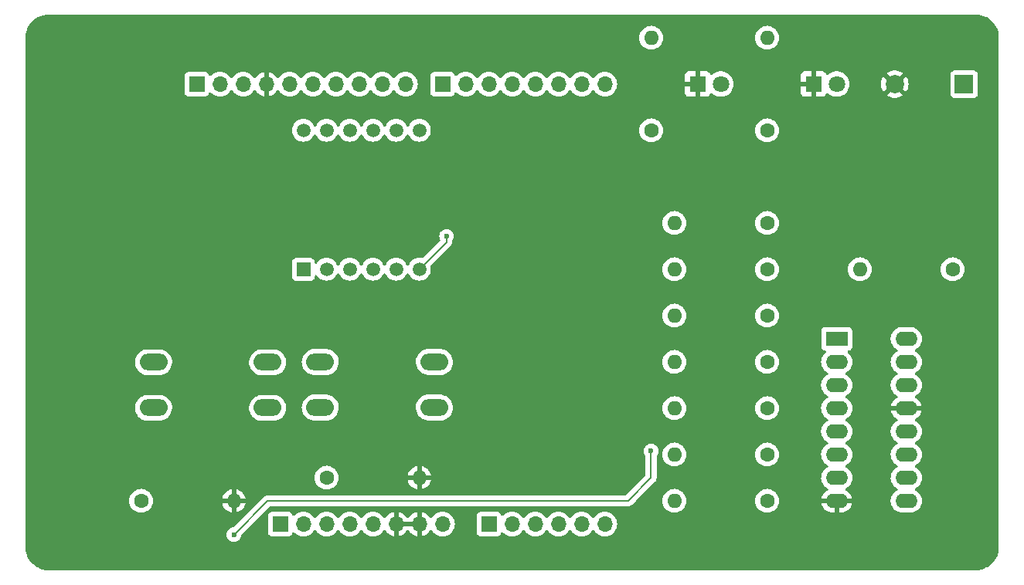
<source format=gbr>
%TF.GenerationSoftware,KiCad,Pcbnew,(7.0.0)*%
%TF.CreationDate,2023-04-11T17:05:15-06:00*%
%TF.ProjectId,EmbeddedSystemsPhaseA,456d6265-6464-4656-9453-797374656d73,rev?*%
%TF.SameCoordinates,Original*%
%TF.FileFunction,Copper,L2,Bot*%
%TF.FilePolarity,Positive*%
%FSLAX46Y46*%
G04 Gerber Fmt 4.6, Leading zero omitted, Abs format (unit mm)*
G04 Created by KiCad (PCBNEW (7.0.0)) date 2023-04-11 17:05:15*
%MOMM*%
%LPD*%
G01*
G04 APERTURE LIST*
%TA.AperFunction,ComponentPad*%
%ADD10R,1.700000X1.700000*%
%TD*%
%TA.AperFunction,ComponentPad*%
%ADD11O,1.700000X1.700000*%
%TD*%
%TA.AperFunction,ComponentPad*%
%ADD12R,1.800000X1.800000*%
%TD*%
%TA.AperFunction,ComponentPad*%
%ADD13C,1.800000*%
%TD*%
%TA.AperFunction,ComponentPad*%
%ADD14R,2.400000X1.600000*%
%TD*%
%TA.AperFunction,ComponentPad*%
%ADD15O,2.400000X1.600000*%
%TD*%
%TA.AperFunction,ComponentPad*%
%ADD16C,1.600000*%
%TD*%
%TA.AperFunction,ComponentPad*%
%ADD17O,1.600000X1.600000*%
%TD*%
%TA.AperFunction,ComponentPad*%
%ADD18R,2.000000X2.000000*%
%TD*%
%TA.AperFunction,ComponentPad*%
%ADD19C,2.000000*%
%TD*%
%TA.AperFunction,ComponentPad*%
%ADD20O,3.048000X1.850000*%
%TD*%
%TA.AperFunction,ComponentPad*%
%ADD21R,1.500000X1.500000*%
%TD*%
%TA.AperFunction,ComponentPad*%
%ADD22C,1.500000*%
%TD*%
%TA.AperFunction,ViaPad*%
%ADD23C,0.600000*%
%TD*%
%TA.AperFunction,Conductor*%
%ADD24C,0.200000*%
%TD*%
G04 APERTURE END LIST*
D10*
%TO.P,J1,1,Pin_1*%
%TO.N,unconnected-(J1-Pin_1-Pad1)*%
X127939999Y-97459999D03*
D11*
%TO.P,J1,2,Pin_2*%
%TO.N,/IOREF*%
X130479999Y-97459999D03*
%TO.P,J1,3,Pin_3*%
%TO.N,/~{RESET}*%
X133019999Y-97459999D03*
%TO.P,J1,4,Pin_4*%
%TO.N,+3V3*%
X135559999Y-97459999D03*
%TO.P,J1,5,Pin_5*%
%TO.N,+5V*%
X138099999Y-97459999D03*
%TO.P,J1,6,Pin_6*%
%TO.N,GND*%
X140639999Y-97459999D03*
%TO.P,J1,7,Pin_7*%
X143179999Y-97459999D03*
%TO.P,J1,8,Pin_8*%
%TO.N,VCC*%
X145719999Y-97459999D03*
%TD*%
D10*
%TO.P,J3,1,Pin_1*%
%TO.N,/A0*%
X150799999Y-97459999D03*
D11*
%TO.P,J3,2,Pin_2*%
%TO.N,/A1*%
X153339999Y-97459999D03*
%TO.P,J3,3,Pin_3*%
%TO.N,/A2*%
X155879999Y-97459999D03*
%TO.P,J3,4,Pin_4*%
%TO.N,/A3*%
X158419999Y-97459999D03*
%TO.P,J3,5,Pin_5*%
%TO.N,/SDA{slash}A4*%
X160959999Y-97459999D03*
%TO.P,J3,6,Pin_6*%
%TO.N,/SCL{slash}A5*%
X163499999Y-97459999D03*
%TD*%
D10*
%TO.P,J2,1,Pin_1*%
%TO.N,unconnected-(J2-Pin_1-Pad1)*%
X118795999Y-49199999D03*
D11*
%TO.P,J2,2,Pin_2*%
%TO.N,unconnected-(J2-Pin_2-Pad2)*%
X121335999Y-49199999D03*
%TO.P,J2,3,Pin_3*%
%TO.N,unconnected-(J2-Pin_3-Pad3)*%
X123875999Y-49199999D03*
%TO.P,J2,4,Pin_4*%
%TO.N,GND*%
X126415999Y-49199999D03*
%TO.P,J2,5,Pin_5*%
%TO.N,Dig1*%
X128955999Y-49199999D03*
%TO.P,J2,6,Pin_6*%
%TO.N,Dig2*%
X131495999Y-49199999D03*
%TO.P,J2,7,Pin_7*%
%TO.N,Dig3*%
X134035999Y-49199999D03*
%TO.P,J2,8,Pin_8*%
%TO.N,Dig4*%
X136575999Y-49199999D03*
%TO.P,J2,9,Pin_9*%
%TO.N,DS*%
X139115999Y-49199999D03*
%TO.P,J2,10,Pin_10*%
%TO.N,ST_CP*%
X141655999Y-49199999D03*
%TD*%
D10*
%TO.P,J4,1,Pin_1*%
%TO.N,SH_CP*%
X145719999Y-49199999D03*
D11*
%TO.P,J4,2,Pin_2*%
%TO.N,Buzzer*%
X148259999Y-49199999D03*
%TO.P,J4,3,Pin_3*%
%TO.N,RED_LED*%
X150799999Y-49199999D03*
%TO.P,J4,4,Pin_4*%
%TO.N,GREEN_LED*%
X153339999Y-49199999D03*
%TO.P,J4,5,Pin_5*%
%TO.N,Button_2*%
X155879999Y-49199999D03*
%TO.P,J4,6,Pin_6*%
%TO.N,Button_1*%
X158419999Y-49199999D03*
%TO.P,J4,7,Pin_7*%
%TO.N,/TX{slash}1*%
X160959999Y-49199999D03*
%TO.P,J4,8,Pin_8*%
%TO.N,/RX{slash}0*%
X163499999Y-49199999D03*
%TD*%
D12*
%TO.P,D2,1,K*%
%TO.N,GND*%
X186359999Y-49199999D03*
D13*
%TO.P,D2,2,A*%
%TO.N,Net-(D2-A)*%
X188900000Y-49200000D03*
%TD*%
D14*
%TO.P,U2,1,QB*%
%TO.N,b*%
X188899999Y-77139999D03*
D15*
%TO.P,U2,2,QC*%
%TO.N,c*%
X188899999Y-79679999D03*
%TO.P,U2,3,QD*%
%TO.N,d*%
X188899999Y-82219999D03*
%TO.P,U2,4,QE*%
%TO.N,e*%
X188899999Y-84759999D03*
%TO.P,U2,5,QF*%
%TO.N,f*%
X188899999Y-87299999D03*
%TO.P,U2,6,QG*%
%TO.N,g*%
X188899999Y-89839999D03*
%TO.P,U2,7,QH*%
%TO.N,dp*%
X188899999Y-92379999D03*
%TO.P,U2,8,GND*%
%TO.N,GND*%
X188899999Y-94919999D03*
%TO.P,U2,9,QH'*%
%TO.N,unconnected-(U2-QH'-Pad9)*%
X196519999Y-94919999D03*
%TO.P,U2,10,~{SRCLR}*%
%TO.N,+5V*%
X196519999Y-92379999D03*
%TO.P,U2,11,SRCLK*%
%TO.N,SH_CP*%
X196519999Y-89839999D03*
%TO.P,U2,12,RCLK*%
%TO.N,ST_CP*%
X196519999Y-87299999D03*
%TO.P,U2,13,~{OE}*%
%TO.N,GND*%
X196519999Y-84759999D03*
%TO.P,U2,14,SER*%
%TO.N,DS*%
X196519999Y-82219999D03*
%TO.P,U2,15,QA*%
%TO.N,a*%
X196519999Y-79679999D03*
%TO.P,U2,16,VCC*%
%TO.N,+5V*%
X196519999Y-77139999D03*
%TD*%
D16*
%TO.P,R8,1*%
%TO.N,d*%
X181280000Y-74600000D03*
D17*
%TO.P,R8,2*%
%TO.N,Net-(U1-d)*%
X171119999Y-74599999D03*
%TD*%
D16*
%TO.P,R5,1*%
%TO.N,a*%
X201600000Y-69520000D03*
D17*
%TO.P,R5,2*%
%TO.N,Net-(U1-a)*%
X191439999Y-69519999D03*
%TD*%
D12*
%TO.P,D1,1,K*%
%TO.N,GND*%
X173659999Y-49199999D03*
D13*
%TO.P,D1,2,A*%
%TO.N,Net-(D1-A)*%
X176200000Y-49200000D03*
%TD*%
D16*
%TO.P,R1,1*%
%TO.N,Button_1*%
X133020000Y-92380000D03*
D17*
%TO.P,R1,2*%
%TO.N,GND*%
X143179999Y-92379999D03*
%TD*%
D18*
%TO.P,LS1,1,1*%
%TO.N,Buzzer*%
X202859999Y-49199999D03*
D19*
%TO.P,LS1,2,2*%
%TO.N,GND*%
X195260000Y-49200000D03*
%TD*%
D16*
%TO.P,R2,1*%
%TO.N,Button_2*%
X112700000Y-94920000D03*
D17*
%TO.P,R2,2*%
%TO.N,GND*%
X122859999Y-94919999D03*
%TD*%
D20*
%TO.P,STARTSTOP,1,1*%
%TO.N,+5V*%
X126559999Y-84719999D03*
X114059999Y-84719999D03*
%TO.P,STARTSTOP,2,2*%
%TO.N,Button_1*%
X126559999Y-79719999D03*
X114059999Y-79719999D03*
%TD*%
%TO.P,INCREMENT,1,1*%
%TO.N,+5V*%
X144824999Y-84679999D03*
X132324999Y-84679999D03*
%TO.P,INCREMENT,2,2*%
%TO.N,Button_2*%
X144824999Y-79679999D03*
X132324999Y-79679999D03*
%TD*%
D21*
%TO.P,U1,1,e*%
%TO.N,Net-(U1-e)*%
X130479999Y-69519999D03*
D22*
%TO.P,U1,2,d*%
%TO.N,Net-(U1-d)*%
X133020000Y-69520000D03*
%TO.P,U1,3,DPX*%
%TO.N,Net-(U1-DPX)*%
X135560000Y-69520000D03*
%TO.P,U1,4,c*%
%TO.N,Net-(U1-c)*%
X138100000Y-69520000D03*
%TO.P,U1,5,g*%
%TO.N,Net-(U1-g)*%
X140640000Y-69520000D03*
%TO.P,U1,6,CA4*%
%TO.N,Dig4*%
X143180000Y-69520000D03*
%TO.P,U1,7,b*%
%TO.N,Net-(U1-b)*%
X143180000Y-54280000D03*
%TO.P,U1,8,CA3*%
%TO.N,Dig3*%
X140640000Y-54280000D03*
%TO.P,U1,9,CA2*%
%TO.N,Dig2*%
X138100000Y-54280000D03*
%TO.P,U1,10,f*%
%TO.N,Net-(U1-f)*%
X135560000Y-54280000D03*
%TO.P,U1,11,a*%
%TO.N,Net-(U1-a)*%
X133020000Y-54280000D03*
%TO.P,U1,12,CA1*%
%TO.N,Dig1*%
X130480000Y-54280000D03*
%TD*%
D16*
%TO.P,R12,1*%
%TO.N,dp*%
X181280000Y-94920000D03*
D17*
%TO.P,R12,2*%
%TO.N,Net-(U1-DPX)*%
X171119999Y-94919999D03*
%TD*%
D16*
%TO.P,R10,1*%
%TO.N,f*%
X181280000Y-89840000D03*
D17*
%TO.P,R10,2*%
%TO.N,Net-(U1-f)*%
X171119999Y-89839999D03*
%TD*%
D16*
%TO.P,R9,1*%
%TO.N,e*%
X181280000Y-79680000D03*
D17*
%TO.P,R9,2*%
%TO.N,Net-(U1-e)*%
X171119999Y-79679999D03*
%TD*%
D16*
%TO.P,R6,1*%
%TO.N,b*%
X181280000Y-64440000D03*
D17*
%TO.P,R6,2*%
%TO.N,Net-(U1-b)*%
X171119999Y-64439999D03*
%TD*%
D16*
%TO.P,R3,1*%
%TO.N,RED_LED*%
X168580000Y-54280000D03*
D17*
%TO.P,R3,2*%
%TO.N,Net-(D1-A)*%
X168579999Y-44119999D03*
%TD*%
D16*
%TO.P,R7,1*%
%TO.N,c*%
X181280000Y-69520000D03*
D17*
%TO.P,R7,2*%
%TO.N,Net-(U1-c)*%
X171119999Y-69519999D03*
%TD*%
D16*
%TO.P,R11,1*%
%TO.N,g*%
X181280000Y-84760000D03*
D17*
%TO.P,R11,2*%
%TO.N,Net-(U1-g)*%
X171119999Y-84759999D03*
%TD*%
D16*
%TO.P,R4,1*%
%TO.N,GREEN_LED*%
X181280000Y-54280000D03*
D17*
%TO.P,R4,2*%
%TO.N,Net-(D2-A)*%
X181279999Y-44119999D03*
%TD*%
D23*
%TO.N,Dig4*%
X146165900Y-65909300D03*
%TO.N,Button_2*%
X122860000Y-98620800D03*
X168569000Y-89460800D03*
%TD*%
D24*
%TO.N,Dig4*%
X143180000Y-69520000D02*
X146165900Y-66534100D01*
X146165900Y-66534100D02*
X146165900Y-65909300D01*
%TO.N,Button_2*%
X132672500Y-79477400D02*
X132527600Y-79477400D01*
X132527600Y-79477400D02*
X132325000Y-79680000D01*
X126560800Y-94920000D02*
X166040000Y-94920000D01*
X168569000Y-92391000D02*
X168569000Y-89460800D01*
X133020000Y-79129900D02*
X132672500Y-79477400D01*
X166040000Y-94920000D02*
X168569000Y-92391000D01*
X132672500Y-79477400D02*
X132325000Y-79824900D01*
X133020000Y-79680000D02*
X133020000Y-79129900D01*
X122860000Y-98620800D02*
X126560800Y-94920000D01*
%TD*%
%TA.AperFunction,Conductor*%
%TO.N,GND*%
G36*
X204143703Y-41590725D02*
G01*
X204437411Y-41608491D01*
X204452275Y-41610296D01*
X204737977Y-41662653D01*
X204752499Y-41666232D01*
X205029825Y-41752649D01*
X205043801Y-41757950D01*
X205308684Y-41877164D01*
X205321930Y-41884117D01*
X205570506Y-42034386D01*
X205582817Y-42042884D01*
X205802816Y-42215242D01*
X205811466Y-42222019D01*
X205822674Y-42231949D01*
X206028050Y-42437325D01*
X206037980Y-42448533D01*
X206217111Y-42677176D01*
X206225617Y-42689499D01*
X206375879Y-42938063D01*
X206382838Y-42951322D01*
X206502047Y-43216193D01*
X206507353Y-43230183D01*
X206593763Y-43507484D01*
X206597346Y-43522022D01*
X206649703Y-43807724D01*
X206651508Y-43822589D01*
X206669274Y-44116280D01*
X206669500Y-44123767D01*
X206669500Y-99996249D01*
X206669274Y-100003736D01*
X206651509Y-100297411D01*
X206649704Y-100312276D01*
X206597347Y-100597977D01*
X206593764Y-100612515D01*
X206507358Y-100889805D01*
X206502048Y-100903806D01*
X206382839Y-101168677D01*
X206375880Y-101181936D01*
X206225618Y-101430501D01*
X206217112Y-101442824D01*
X206037981Y-101671467D01*
X206028051Y-101682675D01*
X205822675Y-101888051D01*
X205811467Y-101897981D01*
X205582824Y-102077112D01*
X205570501Y-102085618D01*
X205321936Y-102235880D01*
X205308677Y-102242839D01*
X205043806Y-102362048D01*
X205029810Y-102367355D01*
X204753700Y-102453394D01*
X204752515Y-102453764D01*
X204737977Y-102457347D01*
X204452276Y-102509704D01*
X204437411Y-102511509D01*
X204143736Y-102529274D01*
X204136249Y-102529500D01*
X102543751Y-102529500D01*
X102536264Y-102529274D01*
X102242588Y-102511509D01*
X102227723Y-102509704D01*
X101942022Y-102457347D01*
X101927488Y-102453765D01*
X101650183Y-102367354D01*
X101636193Y-102362048D01*
X101371322Y-102242839D01*
X101358063Y-102235880D01*
X101109498Y-102085618D01*
X101097175Y-102077112D01*
X100868532Y-101897981D01*
X100857324Y-101888051D01*
X100651948Y-101682675D01*
X100642018Y-101671467D01*
X100462887Y-101442824D01*
X100454385Y-101430507D01*
X100304116Y-101181930D01*
X100297163Y-101168684D01*
X100177949Y-100903801D01*
X100172648Y-100889825D01*
X100086231Y-100612499D01*
X100082652Y-100597977D01*
X100030295Y-100312276D01*
X100028490Y-100297411D01*
X100010726Y-100003736D01*
X100010500Y-99996249D01*
X100010500Y-98620800D01*
X122054435Y-98620800D01*
X122055215Y-98627723D01*
X122073154Y-98786943D01*
X122074632Y-98800055D01*
X122076928Y-98806619D01*
X122076930Y-98806624D01*
X122131913Y-98963756D01*
X122134211Y-98970322D01*
X122230184Y-99123062D01*
X122357738Y-99250616D01*
X122510478Y-99346589D01*
X122680745Y-99406168D01*
X122860000Y-99426365D01*
X123039255Y-99406168D01*
X123209522Y-99346589D01*
X123362262Y-99250616D01*
X123489816Y-99123062D01*
X123585789Y-98970322D01*
X123645368Y-98800055D01*
X123655161Y-98713130D01*
X123666661Y-98673213D01*
X123690697Y-98639336D01*
X123975455Y-98354578D01*
X126589500Y-98354578D01*
X126589501Y-98357872D01*
X126589853Y-98361150D01*
X126589854Y-98361161D01*
X126595079Y-98409768D01*
X126595080Y-98409773D01*
X126595909Y-98417483D01*
X126598619Y-98424749D01*
X126598620Y-98424753D01*
X126624552Y-98494278D01*
X126646204Y-98552331D01*
X126651518Y-98559430D01*
X126651519Y-98559431D01*
X126707367Y-98634035D01*
X126732454Y-98667546D01*
X126847669Y-98753796D01*
X126982517Y-98804091D01*
X127042127Y-98810500D01*
X128837872Y-98810499D01*
X128897483Y-98804091D01*
X129032331Y-98753796D01*
X129147546Y-98667546D01*
X129233796Y-98552331D01*
X129282810Y-98420916D01*
X129317789Y-98370537D01*
X129372634Y-98343084D01*
X129433927Y-98345273D01*
X129486673Y-98376569D01*
X129608599Y-98498495D01*
X129613031Y-98501598D01*
X129613033Y-98501600D01*
X129757260Y-98602589D01*
X129802170Y-98634035D01*
X129807070Y-98636320D01*
X129807072Y-98636321D01*
X129858815Y-98660449D01*
X130016337Y-98733903D01*
X130244592Y-98795063D01*
X130480000Y-98815659D01*
X130715408Y-98795063D01*
X130943663Y-98733903D01*
X131157830Y-98634035D01*
X131351401Y-98498495D01*
X131518495Y-98331401D01*
X131648424Y-98145842D01*
X131692743Y-98106976D01*
X131750000Y-98092965D01*
X131807257Y-98106976D01*
X131851575Y-98145842D01*
X131978395Y-98326961D01*
X131978401Y-98326968D01*
X131981505Y-98331401D01*
X132148599Y-98498495D01*
X132153031Y-98501598D01*
X132153033Y-98501600D01*
X132297260Y-98602589D01*
X132342170Y-98634035D01*
X132347070Y-98636320D01*
X132347072Y-98636321D01*
X132398815Y-98660449D01*
X132556337Y-98733903D01*
X132784592Y-98795063D01*
X133020000Y-98815659D01*
X133255408Y-98795063D01*
X133483663Y-98733903D01*
X133697830Y-98634035D01*
X133891401Y-98498495D01*
X134058495Y-98331401D01*
X134188424Y-98145842D01*
X134232743Y-98106976D01*
X134290000Y-98092965D01*
X134347257Y-98106976D01*
X134391575Y-98145842D01*
X134518395Y-98326961D01*
X134518401Y-98326968D01*
X134521505Y-98331401D01*
X134688599Y-98498495D01*
X134693031Y-98501598D01*
X134693033Y-98501600D01*
X134837260Y-98602589D01*
X134882170Y-98634035D01*
X134887070Y-98636320D01*
X134887072Y-98636321D01*
X134938815Y-98660449D01*
X135096337Y-98733903D01*
X135324592Y-98795063D01*
X135560000Y-98815659D01*
X135795408Y-98795063D01*
X136023663Y-98733903D01*
X136237830Y-98634035D01*
X136431401Y-98498495D01*
X136598495Y-98331401D01*
X136728424Y-98145842D01*
X136772743Y-98106976D01*
X136830000Y-98092965D01*
X136887257Y-98106976D01*
X136931575Y-98145842D01*
X137058395Y-98326961D01*
X137058401Y-98326968D01*
X137061505Y-98331401D01*
X137228599Y-98498495D01*
X137233031Y-98501598D01*
X137233033Y-98501600D01*
X137377260Y-98602589D01*
X137422170Y-98634035D01*
X137427070Y-98636320D01*
X137427072Y-98636321D01*
X137478815Y-98660449D01*
X137636337Y-98733903D01*
X137864592Y-98795063D01*
X138100000Y-98815659D01*
X138335408Y-98795063D01*
X138563663Y-98733903D01*
X138777830Y-98634035D01*
X138971401Y-98498495D01*
X139138495Y-98331401D01*
X139268730Y-98145405D01*
X139313048Y-98106540D01*
X139370305Y-98092529D01*
X139427562Y-98106540D01*
X139471880Y-98145405D01*
X139598784Y-98326643D01*
X139605721Y-98334909D01*
X139765090Y-98494278D01*
X139773356Y-98501215D01*
X139957991Y-98630498D01*
X139967323Y-98635886D01*
X140171602Y-98731143D01*
X140181736Y-98734831D01*
X140376219Y-98786943D01*
X140387448Y-98787311D01*
X140390000Y-98776369D01*
X140890000Y-98776369D01*
X140892551Y-98787311D01*
X140903780Y-98786943D01*
X141098263Y-98734831D01*
X141108397Y-98731143D01*
X141312676Y-98635886D01*
X141322008Y-98630498D01*
X141506643Y-98501215D01*
X141514909Y-98494278D01*
X141674278Y-98334909D01*
X141681215Y-98326643D01*
X141808425Y-98144969D01*
X141852743Y-98106104D01*
X141910000Y-98092093D01*
X141967257Y-98106104D01*
X142011575Y-98144969D01*
X142138784Y-98326643D01*
X142145721Y-98334909D01*
X142305090Y-98494278D01*
X142313356Y-98501215D01*
X142497991Y-98630498D01*
X142507323Y-98635886D01*
X142711602Y-98731143D01*
X142721736Y-98734831D01*
X142916219Y-98786943D01*
X142927448Y-98787311D01*
X142930000Y-98776369D01*
X143430000Y-98776369D01*
X143432551Y-98787311D01*
X143443780Y-98786943D01*
X143638263Y-98734831D01*
X143648397Y-98731143D01*
X143852676Y-98635886D01*
X143862008Y-98630498D01*
X144046643Y-98501215D01*
X144054909Y-98494278D01*
X144214278Y-98334909D01*
X144221219Y-98326638D01*
X144348119Y-98145406D01*
X144392437Y-98106540D01*
X144449694Y-98092529D01*
X144506951Y-98106540D01*
X144551269Y-98145405D01*
X144678399Y-98326966D01*
X144678402Y-98326970D01*
X144681505Y-98331401D01*
X144848599Y-98498495D01*
X144853031Y-98501598D01*
X144853033Y-98501600D01*
X144997260Y-98602589D01*
X145042170Y-98634035D01*
X145047070Y-98636320D01*
X145047072Y-98636321D01*
X145098815Y-98660449D01*
X145256337Y-98733903D01*
X145484592Y-98795063D01*
X145720000Y-98815659D01*
X145955408Y-98795063D01*
X146183663Y-98733903D01*
X146397830Y-98634035D01*
X146591401Y-98498495D01*
X146735318Y-98354578D01*
X149449500Y-98354578D01*
X149449501Y-98357872D01*
X149449853Y-98361150D01*
X149449854Y-98361161D01*
X149455079Y-98409768D01*
X149455080Y-98409773D01*
X149455909Y-98417483D01*
X149458619Y-98424749D01*
X149458620Y-98424753D01*
X149484552Y-98494278D01*
X149506204Y-98552331D01*
X149511518Y-98559430D01*
X149511519Y-98559431D01*
X149567367Y-98634035D01*
X149592454Y-98667546D01*
X149707669Y-98753796D01*
X149842517Y-98804091D01*
X149902127Y-98810500D01*
X151697872Y-98810499D01*
X151757483Y-98804091D01*
X151892331Y-98753796D01*
X152007546Y-98667546D01*
X152093796Y-98552331D01*
X152142810Y-98420916D01*
X152177789Y-98370537D01*
X152232634Y-98343084D01*
X152293927Y-98345273D01*
X152346673Y-98376569D01*
X152468599Y-98498495D01*
X152473031Y-98501598D01*
X152473033Y-98501600D01*
X152617260Y-98602589D01*
X152662170Y-98634035D01*
X152667070Y-98636320D01*
X152667072Y-98636321D01*
X152718815Y-98660449D01*
X152876337Y-98733903D01*
X153104592Y-98795063D01*
X153340000Y-98815659D01*
X153575408Y-98795063D01*
X153803663Y-98733903D01*
X154017830Y-98634035D01*
X154211401Y-98498495D01*
X154378495Y-98331401D01*
X154508424Y-98145842D01*
X154552743Y-98106976D01*
X154610000Y-98092965D01*
X154667257Y-98106976D01*
X154711575Y-98145842D01*
X154838395Y-98326961D01*
X154838401Y-98326968D01*
X154841505Y-98331401D01*
X155008599Y-98498495D01*
X155013031Y-98501598D01*
X155013033Y-98501600D01*
X155157260Y-98602589D01*
X155202170Y-98634035D01*
X155207070Y-98636320D01*
X155207072Y-98636321D01*
X155258815Y-98660449D01*
X155416337Y-98733903D01*
X155644592Y-98795063D01*
X155880000Y-98815659D01*
X156115408Y-98795063D01*
X156343663Y-98733903D01*
X156557830Y-98634035D01*
X156751401Y-98498495D01*
X156918495Y-98331401D01*
X157048424Y-98145842D01*
X157092743Y-98106976D01*
X157150000Y-98092965D01*
X157207257Y-98106976D01*
X157251575Y-98145842D01*
X157378395Y-98326961D01*
X157378401Y-98326968D01*
X157381505Y-98331401D01*
X157548599Y-98498495D01*
X157553031Y-98501598D01*
X157553033Y-98501600D01*
X157697260Y-98602589D01*
X157742170Y-98634035D01*
X157747070Y-98636320D01*
X157747072Y-98636321D01*
X157798815Y-98660449D01*
X157956337Y-98733903D01*
X158184592Y-98795063D01*
X158420000Y-98815659D01*
X158655408Y-98795063D01*
X158883663Y-98733903D01*
X159097830Y-98634035D01*
X159291401Y-98498495D01*
X159458495Y-98331401D01*
X159588424Y-98145842D01*
X159632743Y-98106976D01*
X159690000Y-98092965D01*
X159747257Y-98106976D01*
X159791575Y-98145842D01*
X159918395Y-98326961D01*
X159918401Y-98326968D01*
X159921505Y-98331401D01*
X160088599Y-98498495D01*
X160093031Y-98501598D01*
X160093033Y-98501600D01*
X160237260Y-98602589D01*
X160282170Y-98634035D01*
X160287070Y-98636320D01*
X160287072Y-98636321D01*
X160338815Y-98660449D01*
X160496337Y-98733903D01*
X160724592Y-98795063D01*
X160960000Y-98815659D01*
X161195408Y-98795063D01*
X161423663Y-98733903D01*
X161637830Y-98634035D01*
X161831401Y-98498495D01*
X161998495Y-98331401D01*
X162128424Y-98145842D01*
X162172743Y-98106976D01*
X162230000Y-98092965D01*
X162287257Y-98106976D01*
X162331575Y-98145842D01*
X162458395Y-98326961D01*
X162458401Y-98326968D01*
X162461505Y-98331401D01*
X162628599Y-98498495D01*
X162633031Y-98501598D01*
X162633033Y-98501600D01*
X162777260Y-98602589D01*
X162822170Y-98634035D01*
X162827070Y-98636320D01*
X162827072Y-98636321D01*
X162878815Y-98660449D01*
X163036337Y-98733903D01*
X163264592Y-98795063D01*
X163500000Y-98815659D01*
X163735408Y-98795063D01*
X163963663Y-98733903D01*
X164177830Y-98634035D01*
X164371401Y-98498495D01*
X164538495Y-98331401D01*
X164674035Y-98137830D01*
X164773903Y-97923663D01*
X164835063Y-97695408D01*
X164855659Y-97460000D01*
X164835063Y-97224592D01*
X164773903Y-96996337D01*
X164674035Y-96782171D01*
X164538495Y-96588599D01*
X164371401Y-96421505D01*
X164366970Y-96418402D01*
X164366966Y-96418399D01*
X164182259Y-96289066D01*
X164182257Y-96289064D01*
X164177830Y-96285965D01*
X164172933Y-96283681D01*
X164172927Y-96283678D01*
X163968572Y-96188386D01*
X163968570Y-96188385D01*
X163963663Y-96186097D01*
X163958438Y-96184697D01*
X163958430Y-96184694D01*
X163740634Y-96126337D01*
X163740630Y-96126336D01*
X163735408Y-96124937D01*
X163730020Y-96124465D01*
X163730017Y-96124465D01*
X163505395Y-96104813D01*
X163500000Y-96104341D01*
X163494605Y-96104813D01*
X163269982Y-96124465D01*
X163269977Y-96124465D01*
X163264592Y-96124937D01*
X163259371Y-96126335D01*
X163259365Y-96126337D01*
X163041569Y-96184694D01*
X163041557Y-96184698D01*
X163036337Y-96186097D01*
X163031432Y-96188383D01*
X163031427Y-96188386D01*
X162827081Y-96283675D01*
X162827077Y-96283677D01*
X162822171Y-96285965D01*
X162817738Y-96289068D01*
X162817731Y-96289073D01*
X162633034Y-96418399D01*
X162633029Y-96418402D01*
X162628599Y-96421505D01*
X162624775Y-96425328D01*
X162624769Y-96425334D01*
X162465334Y-96584769D01*
X162465328Y-96584775D01*
X162461505Y-96588599D01*
X162458402Y-96593029D01*
X162458399Y-96593034D01*
X162331575Y-96774159D01*
X162287257Y-96813025D01*
X162230000Y-96827036D01*
X162172743Y-96813025D01*
X162128425Y-96774159D01*
X162117327Y-96758310D01*
X161998495Y-96588599D01*
X161831401Y-96421505D01*
X161826970Y-96418402D01*
X161826966Y-96418399D01*
X161642259Y-96289066D01*
X161642257Y-96289064D01*
X161637830Y-96285965D01*
X161632933Y-96283681D01*
X161632927Y-96283678D01*
X161428572Y-96188386D01*
X161428570Y-96188385D01*
X161423663Y-96186097D01*
X161418438Y-96184697D01*
X161418430Y-96184694D01*
X161200634Y-96126337D01*
X161200630Y-96126336D01*
X161195408Y-96124937D01*
X161190020Y-96124465D01*
X161190017Y-96124465D01*
X160965395Y-96104813D01*
X160960000Y-96104341D01*
X160954605Y-96104813D01*
X160729982Y-96124465D01*
X160729977Y-96124465D01*
X160724592Y-96124937D01*
X160719371Y-96126335D01*
X160719365Y-96126337D01*
X160501569Y-96184694D01*
X160501557Y-96184698D01*
X160496337Y-96186097D01*
X160491432Y-96188383D01*
X160491427Y-96188386D01*
X160287081Y-96283675D01*
X160287077Y-96283677D01*
X160282171Y-96285965D01*
X160277738Y-96289068D01*
X160277731Y-96289073D01*
X160093034Y-96418399D01*
X160093029Y-96418402D01*
X160088599Y-96421505D01*
X160084775Y-96425328D01*
X160084769Y-96425334D01*
X159925334Y-96584769D01*
X159925328Y-96584775D01*
X159921505Y-96588599D01*
X159918402Y-96593029D01*
X159918399Y-96593034D01*
X159791575Y-96774159D01*
X159747257Y-96813025D01*
X159690000Y-96827036D01*
X159632743Y-96813025D01*
X159588425Y-96774159D01*
X159577327Y-96758310D01*
X159458495Y-96588599D01*
X159291401Y-96421505D01*
X159286970Y-96418402D01*
X159286966Y-96418399D01*
X159102259Y-96289066D01*
X159102257Y-96289064D01*
X159097830Y-96285965D01*
X159092933Y-96283681D01*
X159092927Y-96283678D01*
X158888572Y-96188386D01*
X158888570Y-96188385D01*
X158883663Y-96186097D01*
X158878438Y-96184697D01*
X158878430Y-96184694D01*
X158660634Y-96126337D01*
X158660630Y-96126336D01*
X158655408Y-96124937D01*
X158650020Y-96124465D01*
X158650017Y-96124465D01*
X158425395Y-96104813D01*
X158420000Y-96104341D01*
X158414605Y-96104813D01*
X158189982Y-96124465D01*
X158189977Y-96124465D01*
X158184592Y-96124937D01*
X158179371Y-96126335D01*
X158179365Y-96126337D01*
X157961569Y-96184694D01*
X157961557Y-96184698D01*
X157956337Y-96186097D01*
X157951432Y-96188383D01*
X157951427Y-96188386D01*
X157747081Y-96283675D01*
X157747077Y-96283677D01*
X157742171Y-96285965D01*
X157737738Y-96289068D01*
X157737731Y-96289073D01*
X157553034Y-96418399D01*
X157553029Y-96418402D01*
X157548599Y-96421505D01*
X157544775Y-96425328D01*
X157544769Y-96425334D01*
X157385334Y-96584769D01*
X157385328Y-96584775D01*
X157381505Y-96588599D01*
X157378402Y-96593029D01*
X157378399Y-96593034D01*
X157251575Y-96774159D01*
X157207257Y-96813025D01*
X157150000Y-96827036D01*
X157092743Y-96813025D01*
X157048425Y-96774159D01*
X157037327Y-96758310D01*
X156918495Y-96588599D01*
X156751401Y-96421505D01*
X156746970Y-96418402D01*
X156746966Y-96418399D01*
X156562259Y-96289066D01*
X156562257Y-96289064D01*
X156557830Y-96285965D01*
X156552933Y-96283681D01*
X156552927Y-96283678D01*
X156348572Y-96188386D01*
X156348570Y-96188385D01*
X156343663Y-96186097D01*
X156338438Y-96184697D01*
X156338430Y-96184694D01*
X156120634Y-96126337D01*
X156120630Y-96126336D01*
X156115408Y-96124937D01*
X156110020Y-96124465D01*
X156110017Y-96124465D01*
X155885395Y-96104813D01*
X155880000Y-96104341D01*
X155874605Y-96104813D01*
X155649982Y-96124465D01*
X155649977Y-96124465D01*
X155644592Y-96124937D01*
X155639371Y-96126335D01*
X155639365Y-96126337D01*
X155421569Y-96184694D01*
X155421557Y-96184698D01*
X155416337Y-96186097D01*
X155411432Y-96188383D01*
X155411427Y-96188386D01*
X155207081Y-96283675D01*
X155207077Y-96283677D01*
X155202171Y-96285965D01*
X155197738Y-96289068D01*
X155197731Y-96289073D01*
X155013034Y-96418399D01*
X155013029Y-96418402D01*
X155008599Y-96421505D01*
X155004775Y-96425328D01*
X155004769Y-96425334D01*
X154845334Y-96584769D01*
X154845328Y-96584775D01*
X154841505Y-96588599D01*
X154838402Y-96593029D01*
X154838399Y-96593034D01*
X154711575Y-96774159D01*
X154667257Y-96813025D01*
X154610000Y-96827036D01*
X154552743Y-96813025D01*
X154508425Y-96774159D01*
X154497327Y-96758310D01*
X154378495Y-96588599D01*
X154211401Y-96421505D01*
X154206970Y-96418402D01*
X154206966Y-96418399D01*
X154022259Y-96289066D01*
X154022257Y-96289064D01*
X154017830Y-96285965D01*
X154012933Y-96283681D01*
X154012927Y-96283678D01*
X153808572Y-96188386D01*
X153808570Y-96188385D01*
X153803663Y-96186097D01*
X153798438Y-96184697D01*
X153798430Y-96184694D01*
X153580634Y-96126337D01*
X153580630Y-96126336D01*
X153575408Y-96124937D01*
X153570020Y-96124465D01*
X153570017Y-96124465D01*
X153345395Y-96104813D01*
X153340000Y-96104341D01*
X153334605Y-96104813D01*
X153109982Y-96124465D01*
X153109977Y-96124465D01*
X153104592Y-96124937D01*
X153099371Y-96126335D01*
X153099365Y-96126337D01*
X152881569Y-96184694D01*
X152881557Y-96184698D01*
X152876337Y-96186097D01*
X152871432Y-96188383D01*
X152871427Y-96188386D01*
X152667081Y-96283675D01*
X152667077Y-96283677D01*
X152662171Y-96285965D01*
X152657738Y-96289068D01*
X152657731Y-96289073D01*
X152473034Y-96418399D01*
X152473029Y-96418402D01*
X152468599Y-96421505D01*
X152464775Y-96425328D01*
X152464775Y-96425329D01*
X152346673Y-96543431D01*
X152293926Y-96574726D01*
X152232633Y-96576915D01*
X152177789Y-96549462D01*
X152142810Y-96499082D01*
X152115304Y-96425336D01*
X152093796Y-96367669D01*
X152007546Y-96252454D01*
X151971497Y-96225468D01*
X151899431Y-96171519D01*
X151899430Y-96171518D01*
X151892331Y-96166204D01*
X151785442Y-96126337D01*
X151764752Y-96118620D01*
X151764750Y-96118619D01*
X151757483Y-96115909D01*
X151749770Y-96115079D01*
X151749767Y-96115079D01*
X151701180Y-96109855D01*
X151701169Y-96109854D01*
X151697873Y-96109500D01*
X151694550Y-96109500D01*
X149905439Y-96109500D01*
X149905420Y-96109500D01*
X149902128Y-96109501D01*
X149898850Y-96109853D01*
X149898838Y-96109854D01*
X149850231Y-96115079D01*
X149850225Y-96115080D01*
X149842517Y-96115909D01*
X149835252Y-96118618D01*
X149835246Y-96118620D01*
X149715980Y-96163104D01*
X149715978Y-96163104D01*
X149707669Y-96166204D01*
X149700572Y-96171516D01*
X149700568Y-96171519D01*
X149599550Y-96247141D01*
X149599546Y-96247144D01*
X149592454Y-96252454D01*
X149587144Y-96259546D01*
X149587141Y-96259550D01*
X149511519Y-96360568D01*
X149511516Y-96360572D01*
X149506204Y-96367669D01*
X149503104Y-96375978D01*
X149503104Y-96375980D01*
X149458620Y-96495247D01*
X149458619Y-96495250D01*
X149455909Y-96502517D01*
X149455079Y-96510227D01*
X149455079Y-96510232D01*
X149449855Y-96558819D01*
X149449854Y-96558831D01*
X149449500Y-96562127D01*
X149449500Y-96565448D01*
X149449500Y-96565449D01*
X149449500Y-98354560D01*
X149449500Y-98354578D01*
X146735318Y-98354578D01*
X146758495Y-98331401D01*
X146894035Y-98137830D01*
X146993903Y-97923663D01*
X147055063Y-97695408D01*
X147075659Y-97460000D01*
X147055063Y-97224592D01*
X146993903Y-96996337D01*
X146894035Y-96782171D01*
X146758495Y-96588599D01*
X146591401Y-96421505D01*
X146586970Y-96418402D01*
X146586966Y-96418399D01*
X146402259Y-96289066D01*
X146402257Y-96289064D01*
X146397830Y-96285965D01*
X146392933Y-96283681D01*
X146392927Y-96283678D01*
X146188572Y-96188386D01*
X146188570Y-96188385D01*
X146183663Y-96186097D01*
X146178438Y-96184697D01*
X146178430Y-96184694D01*
X145960634Y-96126337D01*
X145960630Y-96126336D01*
X145955408Y-96124937D01*
X145950020Y-96124465D01*
X145950017Y-96124465D01*
X145725395Y-96104813D01*
X145720000Y-96104341D01*
X145714605Y-96104813D01*
X145489982Y-96124465D01*
X145489977Y-96124465D01*
X145484592Y-96124937D01*
X145479371Y-96126335D01*
X145479365Y-96126337D01*
X145261569Y-96184694D01*
X145261557Y-96184698D01*
X145256337Y-96186097D01*
X145251432Y-96188383D01*
X145251427Y-96188386D01*
X145047081Y-96283675D01*
X145047077Y-96283677D01*
X145042171Y-96285965D01*
X145037738Y-96289068D01*
X145037731Y-96289073D01*
X144853034Y-96418399D01*
X144853029Y-96418402D01*
X144848599Y-96421505D01*
X144844775Y-96425328D01*
X144844769Y-96425334D01*
X144685334Y-96584769D01*
X144685328Y-96584775D01*
X144681505Y-96588599D01*
X144678403Y-96593028D01*
X144678403Y-96593029D01*
X144551269Y-96774596D01*
X144506951Y-96813461D01*
X144449694Y-96827472D01*
X144392437Y-96813461D01*
X144348119Y-96774595D01*
X144221215Y-96593357D01*
X144214280Y-96585092D01*
X144054909Y-96425721D01*
X144046643Y-96418784D01*
X143862008Y-96289501D01*
X143852676Y-96284113D01*
X143648397Y-96188856D01*
X143638263Y-96185168D01*
X143443780Y-96133056D01*
X143432551Y-96132688D01*
X143430000Y-96143631D01*
X143430000Y-98776369D01*
X142930000Y-98776369D01*
X142930000Y-97726326D01*
X142926549Y-97713450D01*
X142913674Y-97710000D01*
X140906326Y-97710000D01*
X140893450Y-97713450D01*
X140890000Y-97726326D01*
X140890000Y-98776369D01*
X140390000Y-98776369D01*
X140390000Y-97193674D01*
X140890000Y-97193674D01*
X140893450Y-97206549D01*
X140906326Y-97210000D01*
X142913674Y-97210000D01*
X142926549Y-97206549D01*
X142930000Y-97193674D01*
X142930000Y-96143631D01*
X142927448Y-96132688D01*
X142916219Y-96133056D01*
X142721736Y-96185168D01*
X142711602Y-96188856D01*
X142507332Y-96284110D01*
X142497982Y-96289508D01*
X142313357Y-96418784D01*
X142305092Y-96425719D01*
X142145719Y-96585092D01*
X142138788Y-96593352D01*
X142011575Y-96775032D01*
X141967257Y-96813897D01*
X141910000Y-96827908D01*
X141852743Y-96813897D01*
X141808425Y-96775032D01*
X141681211Y-96593352D01*
X141674280Y-96585092D01*
X141514909Y-96425721D01*
X141506643Y-96418784D01*
X141322008Y-96289501D01*
X141312676Y-96284113D01*
X141108397Y-96188856D01*
X141098263Y-96185168D01*
X140903780Y-96133056D01*
X140892551Y-96132688D01*
X140890000Y-96143631D01*
X140890000Y-97193674D01*
X140390000Y-97193674D01*
X140390000Y-96143631D01*
X140387448Y-96132688D01*
X140376219Y-96133056D01*
X140181736Y-96185168D01*
X140171602Y-96188856D01*
X139967332Y-96284110D01*
X139957982Y-96289508D01*
X139773357Y-96418784D01*
X139765092Y-96425719D01*
X139605719Y-96585092D01*
X139598788Y-96593352D01*
X139471880Y-96774596D01*
X139427562Y-96813461D01*
X139370305Y-96827472D01*
X139313048Y-96813461D01*
X139268730Y-96774595D01*
X139138495Y-96588599D01*
X138971401Y-96421505D01*
X138966970Y-96418402D01*
X138966966Y-96418399D01*
X138782259Y-96289066D01*
X138782257Y-96289064D01*
X138777830Y-96285965D01*
X138772933Y-96283681D01*
X138772927Y-96283678D01*
X138568572Y-96188386D01*
X138568570Y-96188385D01*
X138563663Y-96186097D01*
X138558438Y-96184697D01*
X138558430Y-96184694D01*
X138340634Y-96126337D01*
X138340630Y-96126336D01*
X138335408Y-96124937D01*
X138330020Y-96124465D01*
X138330017Y-96124465D01*
X138105395Y-96104813D01*
X138100000Y-96104341D01*
X138094605Y-96104813D01*
X137869982Y-96124465D01*
X137869977Y-96124465D01*
X137864592Y-96124937D01*
X137859371Y-96126335D01*
X137859365Y-96126337D01*
X137641569Y-96184694D01*
X137641557Y-96184698D01*
X137636337Y-96186097D01*
X137631432Y-96188383D01*
X137631427Y-96188386D01*
X137427081Y-96283675D01*
X137427077Y-96283677D01*
X137422171Y-96285965D01*
X137417738Y-96289068D01*
X137417731Y-96289073D01*
X137233034Y-96418399D01*
X137233029Y-96418402D01*
X137228599Y-96421505D01*
X137224775Y-96425328D01*
X137224769Y-96425334D01*
X137065334Y-96584769D01*
X137065328Y-96584775D01*
X137061505Y-96588599D01*
X137058402Y-96593029D01*
X137058399Y-96593034D01*
X136931575Y-96774159D01*
X136887257Y-96813025D01*
X136830000Y-96827036D01*
X136772743Y-96813025D01*
X136728425Y-96774159D01*
X136717327Y-96758310D01*
X136598495Y-96588599D01*
X136431401Y-96421505D01*
X136426970Y-96418402D01*
X136426966Y-96418399D01*
X136242259Y-96289066D01*
X136242257Y-96289064D01*
X136237830Y-96285965D01*
X136232933Y-96283681D01*
X136232927Y-96283678D01*
X136028572Y-96188386D01*
X136028570Y-96188385D01*
X136023663Y-96186097D01*
X136018438Y-96184697D01*
X136018430Y-96184694D01*
X135800634Y-96126337D01*
X135800630Y-96126336D01*
X135795408Y-96124937D01*
X135790020Y-96124465D01*
X135790017Y-96124465D01*
X135565395Y-96104813D01*
X135560000Y-96104341D01*
X135554605Y-96104813D01*
X135329982Y-96124465D01*
X135329977Y-96124465D01*
X135324592Y-96124937D01*
X135319371Y-96126335D01*
X135319365Y-96126337D01*
X135101569Y-96184694D01*
X135101557Y-96184698D01*
X135096337Y-96186097D01*
X135091432Y-96188383D01*
X135091427Y-96188386D01*
X134887081Y-96283675D01*
X134887077Y-96283677D01*
X134882171Y-96285965D01*
X134877738Y-96289068D01*
X134877731Y-96289073D01*
X134693034Y-96418399D01*
X134693029Y-96418402D01*
X134688599Y-96421505D01*
X134684775Y-96425328D01*
X134684769Y-96425334D01*
X134525334Y-96584769D01*
X134525328Y-96584775D01*
X134521505Y-96588599D01*
X134518402Y-96593029D01*
X134518399Y-96593034D01*
X134391575Y-96774159D01*
X134347257Y-96813025D01*
X134290000Y-96827036D01*
X134232743Y-96813025D01*
X134188425Y-96774159D01*
X134177327Y-96758310D01*
X134058495Y-96588599D01*
X133891401Y-96421505D01*
X133886970Y-96418402D01*
X133886966Y-96418399D01*
X133702259Y-96289066D01*
X133702257Y-96289064D01*
X133697830Y-96285965D01*
X133692933Y-96283681D01*
X133692927Y-96283678D01*
X133488572Y-96188386D01*
X133488570Y-96188385D01*
X133483663Y-96186097D01*
X133478438Y-96184697D01*
X133478430Y-96184694D01*
X133260634Y-96126337D01*
X133260630Y-96126336D01*
X133255408Y-96124937D01*
X133250020Y-96124465D01*
X133250017Y-96124465D01*
X133025395Y-96104813D01*
X133020000Y-96104341D01*
X133014605Y-96104813D01*
X132789982Y-96124465D01*
X132789977Y-96124465D01*
X132784592Y-96124937D01*
X132779371Y-96126335D01*
X132779365Y-96126337D01*
X132561569Y-96184694D01*
X132561557Y-96184698D01*
X132556337Y-96186097D01*
X132551432Y-96188383D01*
X132551427Y-96188386D01*
X132347081Y-96283675D01*
X132347077Y-96283677D01*
X132342171Y-96285965D01*
X132337738Y-96289068D01*
X132337731Y-96289073D01*
X132153034Y-96418399D01*
X132153029Y-96418402D01*
X132148599Y-96421505D01*
X132144775Y-96425328D01*
X132144769Y-96425334D01*
X131985334Y-96584769D01*
X131985328Y-96584775D01*
X131981505Y-96588599D01*
X131978403Y-96593028D01*
X131978403Y-96593029D01*
X131851574Y-96774160D01*
X131807256Y-96813025D01*
X131749999Y-96827036D01*
X131692742Y-96813025D01*
X131648426Y-96774161D01*
X131518495Y-96588599D01*
X131351401Y-96421505D01*
X131346970Y-96418402D01*
X131346966Y-96418399D01*
X131162259Y-96289066D01*
X131162257Y-96289064D01*
X131157830Y-96285965D01*
X131152933Y-96283681D01*
X131152927Y-96283678D01*
X130948572Y-96188386D01*
X130948570Y-96188385D01*
X130943663Y-96186097D01*
X130938438Y-96184697D01*
X130938430Y-96184694D01*
X130720634Y-96126337D01*
X130720630Y-96126336D01*
X130715408Y-96124937D01*
X130710020Y-96124465D01*
X130710017Y-96124465D01*
X130485395Y-96104813D01*
X130480000Y-96104341D01*
X130474605Y-96104813D01*
X130249982Y-96124465D01*
X130249977Y-96124465D01*
X130244592Y-96124937D01*
X130239371Y-96126335D01*
X130239365Y-96126337D01*
X130021569Y-96184694D01*
X130021557Y-96184698D01*
X130016337Y-96186097D01*
X130011432Y-96188383D01*
X130011427Y-96188386D01*
X129807081Y-96283675D01*
X129807077Y-96283677D01*
X129802171Y-96285965D01*
X129797738Y-96289068D01*
X129797731Y-96289073D01*
X129613034Y-96418399D01*
X129613029Y-96418402D01*
X129608599Y-96421505D01*
X129604775Y-96425328D01*
X129604775Y-96425329D01*
X129486673Y-96543431D01*
X129433926Y-96574726D01*
X129372633Y-96576915D01*
X129317789Y-96549462D01*
X129282810Y-96499082D01*
X129255304Y-96425336D01*
X129233796Y-96367669D01*
X129147546Y-96252454D01*
X129111497Y-96225468D01*
X129039431Y-96171519D01*
X129039430Y-96171518D01*
X129032331Y-96166204D01*
X128925442Y-96126337D01*
X128904752Y-96118620D01*
X128904750Y-96118619D01*
X128897483Y-96115909D01*
X128889770Y-96115079D01*
X128889767Y-96115079D01*
X128841180Y-96109855D01*
X128841169Y-96109854D01*
X128837873Y-96109500D01*
X128834550Y-96109500D01*
X127045439Y-96109500D01*
X127045420Y-96109500D01*
X127042128Y-96109501D01*
X127038850Y-96109853D01*
X127038838Y-96109854D01*
X126990231Y-96115079D01*
X126990225Y-96115080D01*
X126982517Y-96115909D01*
X126975252Y-96118618D01*
X126975246Y-96118620D01*
X126855980Y-96163104D01*
X126855978Y-96163104D01*
X126847669Y-96166204D01*
X126840572Y-96171516D01*
X126840568Y-96171519D01*
X126739550Y-96247141D01*
X126739546Y-96247144D01*
X126732454Y-96252454D01*
X126727144Y-96259546D01*
X126727141Y-96259550D01*
X126651519Y-96360568D01*
X126651516Y-96360572D01*
X126646204Y-96367669D01*
X126643104Y-96375978D01*
X126643104Y-96375980D01*
X126598620Y-96495247D01*
X126598619Y-96495250D01*
X126595909Y-96502517D01*
X126595079Y-96510227D01*
X126595079Y-96510232D01*
X126589855Y-96558819D01*
X126589854Y-96558831D01*
X126589500Y-96562127D01*
X126589500Y-96565448D01*
X126589500Y-96565449D01*
X126589500Y-98354560D01*
X126589500Y-98354578D01*
X123975455Y-98354578D01*
X126773215Y-95556819D01*
X126813444Y-95529939D01*
X126860897Y-95520500D01*
X165992513Y-95520500D01*
X166008698Y-95521561D01*
X166040000Y-95525682D01*
X166196762Y-95505044D01*
X166342841Y-95444536D01*
X166342840Y-95444536D01*
X166468282Y-95348282D01*
X166487510Y-95323222D01*
X166498189Y-95311044D01*
X166889233Y-94920000D01*
X169814532Y-94920000D01*
X169834365Y-95146692D01*
X169835762Y-95151907D01*
X169835764Y-95151916D01*
X169891858Y-95361263D01*
X169891861Y-95361271D01*
X169893261Y-95366496D01*
X169989432Y-95572734D01*
X170119953Y-95759139D01*
X170280861Y-95920047D01*
X170467266Y-96050568D01*
X170673504Y-96146739D01*
X170678734Y-96148140D01*
X170678736Y-96148141D01*
X170854285Y-96195179D01*
X170893308Y-96205635D01*
X171120000Y-96225468D01*
X171346692Y-96205635D01*
X171566496Y-96146739D01*
X171772734Y-96050568D01*
X171959139Y-95920047D01*
X172120047Y-95759139D01*
X172250568Y-95572734D01*
X172346739Y-95366496D01*
X172405635Y-95146692D01*
X172425468Y-94920000D01*
X179974532Y-94920000D01*
X179994365Y-95146692D01*
X179995762Y-95151907D01*
X179995764Y-95151916D01*
X180051858Y-95361263D01*
X180051861Y-95361271D01*
X180053261Y-95366496D01*
X180149432Y-95572734D01*
X180279953Y-95759139D01*
X180440861Y-95920047D01*
X180627266Y-96050568D01*
X180833504Y-96146739D01*
X180838734Y-96148140D01*
X180838736Y-96148141D01*
X181014285Y-96195179D01*
X181053308Y-96205635D01*
X181280000Y-96225468D01*
X181506692Y-96205635D01*
X181726496Y-96146739D01*
X181932734Y-96050568D01*
X182119139Y-95920047D01*
X182280047Y-95759139D01*
X182410568Y-95572734D01*
X182506739Y-95366496D01*
X182558706Y-95172551D01*
X187224452Y-95172551D01*
X187224820Y-95183780D01*
X187272330Y-95361092D01*
X187276022Y-95371234D01*
X187367579Y-95567580D01*
X187372967Y-95576912D01*
X187497232Y-95754381D01*
X187504169Y-95762647D01*
X187657352Y-95915830D01*
X187665618Y-95922767D01*
X187843087Y-96047032D01*
X187852419Y-96052420D01*
X188048768Y-96143979D01*
X188058902Y-96147667D01*
X188268162Y-96203739D01*
X188278793Y-96205613D01*
X188440536Y-96219763D01*
X188445946Y-96220000D01*
X188633674Y-96220000D01*
X188646549Y-96216549D01*
X188650000Y-96203674D01*
X189150000Y-96203674D01*
X189153450Y-96216549D01*
X189166326Y-96220000D01*
X189354054Y-96220000D01*
X189359463Y-96219763D01*
X189521206Y-96205613D01*
X189531837Y-96203739D01*
X189741097Y-96147667D01*
X189751231Y-96143979D01*
X189947580Y-96052420D01*
X189956912Y-96047032D01*
X190134381Y-95922767D01*
X190142647Y-95915830D01*
X190295830Y-95762647D01*
X190302767Y-95754381D01*
X190427032Y-95576912D01*
X190432420Y-95567580D01*
X190523977Y-95371234D01*
X190527669Y-95361092D01*
X190575179Y-95183780D01*
X190575547Y-95172551D01*
X190564605Y-95170000D01*
X189166326Y-95170000D01*
X189153450Y-95173450D01*
X189150000Y-95186326D01*
X189150000Y-96203674D01*
X188650000Y-96203674D01*
X188650000Y-95186326D01*
X188646549Y-95173450D01*
X188633674Y-95170000D01*
X187235395Y-95170000D01*
X187224452Y-95172551D01*
X182558706Y-95172551D01*
X182565635Y-95146692D01*
X182585468Y-94920000D01*
X194814532Y-94920000D01*
X194834365Y-95146692D01*
X194835762Y-95151907D01*
X194835764Y-95151916D01*
X194891858Y-95361263D01*
X194891861Y-95361271D01*
X194893261Y-95366496D01*
X194989432Y-95572734D01*
X195119953Y-95759139D01*
X195280861Y-95920047D01*
X195467266Y-96050568D01*
X195673504Y-96146739D01*
X195678734Y-96148140D01*
X195678736Y-96148141D01*
X195854285Y-96195179D01*
X195893308Y-96205635D01*
X196063216Y-96220500D01*
X196974075Y-96220500D01*
X196976784Y-96220500D01*
X197146692Y-96205635D01*
X197366496Y-96146739D01*
X197572734Y-96050568D01*
X197759139Y-95920047D01*
X197920047Y-95759139D01*
X198050568Y-95572734D01*
X198146739Y-95366496D01*
X198205635Y-95146692D01*
X198225468Y-94920000D01*
X198205635Y-94693308D01*
X198146739Y-94473504D01*
X198050568Y-94267266D01*
X197920047Y-94080861D01*
X197759139Y-93919953D01*
X197572734Y-93789432D01*
X197514724Y-93762381D01*
X197462549Y-93716625D01*
X197443130Y-93650000D01*
X197462549Y-93583375D01*
X197514725Y-93537618D01*
X197572734Y-93510568D01*
X197759139Y-93380047D01*
X197920047Y-93219139D01*
X198050568Y-93032734D01*
X198146739Y-92826496D01*
X198205635Y-92606692D01*
X198225468Y-92380000D01*
X198205635Y-92153308D01*
X198146739Y-91933504D01*
X198050568Y-91727266D01*
X197920047Y-91540861D01*
X197759139Y-91379953D01*
X197572734Y-91249432D01*
X197514724Y-91222381D01*
X197462549Y-91176625D01*
X197443130Y-91110000D01*
X197462549Y-91043375D01*
X197514725Y-90997618D01*
X197572734Y-90970568D01*
X197759139Y-90840047D01*
X197920047Y-90679139D01*
X198050568Y-90492734D01*
X198146739Y-90286496D01*
X198205635Y-90066692D01*
X198225468Y-89840000D01*
X198205635Y-89613308D01*
X198146739Y-89393504D01*
X198050568Y-89187266D01*
X197920047Y-89000861D01*
X197759139Y-88839953D01*
X197572734Y-88709432D01*
X197514724Y-88682381D01*
X197462549Y-88636625D01*
X197443130Y-88570000D01*
X197462549Y-88503375D01*
X197514725Y-88457618D01*
X197572734Y-88430568D01*
X197759139Y-88300047D01*
X197920047Y-88139139D01*
X198050568Y-87952734D01*
X198146739Y-87746496D01*
X198205635Y-87526692D01*
X198225468Y-87300000D01*
X198205635Y-87073308D01*
X198146739Y-86853504D01*
X198050568Y-86647266D01*
X197920047Y-86460861D01*
X197759139Y-86299953D01*
X197572734Y-86169432D01*
X197567831Y-86167145D01*
X197567823Y-86167141D01*
X197514134Y-86142106D01*
X197461958Y-86096349D01*
X197442539Y-86029723D01*
X197461959Y-85963098D01*
X197514135Y-85917341D01*
X197567585Y-85892417D01*
X197576912Y-85887032D01*
X197754381Y-85762767D01*
X197762647Y-85755830D01*
X197915830Y-85602647D01*
X197922767Y-85594381D01*
X198047032Y-85416912D01*
X198052420Y-85407580D01*
X198143977Y-85211234D01*
X198147669Y-85201092D01*
X198195179Y-85023780D01*
X198195547Y-85012551D01*
X198184605Y-85010000D01*
X194855395Y-85010000D01*
X194844452Y-85012551D01*
X194844820Y-85023780D01*
X194892330Y-85201092D01*
X194896022Y-85211234D01*
X194987579Y-85407580D01*
X194992967Y-85416912D01*
X195117232Y-85594381D01*
X195124169Y-85602647D01*
X195277352Y-85755830D01*
X195285618Y-85762767D01*
X195463087Y-85887032D01*
X195472423Y-85892422D01*
X195525864Y-85917342D01*
X195578040Y-85963098D01*
X195597460Y-86029723D01*
X195578041Y-86096348D01*
X195525866Y-86142106D01*
X195519068Y-86145276D01*
X195467266Y-86169432D01*
X195462833Y-86172535D01*
X195462826Y-86172540D01*
X195285296Y-86296847D01*
X195285291Y-86296850D01*
X195280861Y-86299953D01*
X195277037Y-86303776D01*
X195277031Y-86303782D01*
X195123782Y-86457031D01*
X195123776Y-86457037D01*
X195119953Y-86460861D01*
X195116850Y-86465291D01*
X195116847Y-86465296D01*
X194992540Y-86642826D01*
X194992535Y-86642833D01*
X194989432Y-86647266D01*
X194987144Y-86652172D01*
X194987142Y-86652176D01*
X194895550Y-86848594D01*
X194895547Y-86848599D01*
X194893261Y-86853504D01*
X194891862Y-86858724D01*
X194891858Y-86858736D01*
X194835764Y-87068083D01*
X194835762Y-87068094D01*
X194834365Y-87073308D01*
X194814532Y-87300000D01*
X194834365Y-87526692D01*
X194835762Y-87531907D01*
X194835764Y-87531916D01*
X194891858Y-87741263D01*
X194891861Y-87741271D01*
X194893261Y-87746496D01*
X194989432Y-87952734D01*
X195119953Y-88139139D01*
X195280861Y-88300047D01*
X195467266Y-88430568D01*
X195472172Y-88432855D01*
X195472176Y-88432858D01*
X195525274Y-88457618D01*
X195577450Y-88503375D01*
X195596869Y-88570000D01*
X195577450Y-88636625D01*
X195525274Y-88682382D01*
X195472176Y-88707141D01*
X195472163Y-88707148D01*
X195467266Y-88709432D01*
X195462833Y-88712535D01*
X195462826Y-88712540D01*
X195285296Y-88836847D01*
X195285291Y-88836850D01*
X195280861Y-88839953D01*
X195277037Y-88843776D01*
X195277031Y-88843782D01*
X195123782Y-88997031D01*
X195123776Y-88997037D01*
X195119953Y-89000861D01*
X195116850Y-89005291D01*
X195116847Y-89005296D01*
X194992540Y-89182826D01*
X194992535Y-89182833D01*
X194989432Y-89187266D01*
X194987144Y-89192172D01*
X194987142Y-89192176D01*
X194895550Y-89388594D01*
X194895547Y-89388599D01*
X194893261Y-89393504D01*
X194891862Y-89398724D01*
X194891858Y-89398736D01*
X194835764Y-89608083D01*
X194835762Y-89608094D01*
X194834365Y-89613308D01*
X194814532Y-89840000D01*
X194815004Y-89845395D01*
X194825298Y-89963062D01*
X194834365Y-90066692D01*
X194835762Y-90071907D01*
X194835764Y-90071916D01*
X194891858Y-90281263D01*
X194891861Y-90281271D01*
X194893261Y-90286496D01*
X194989432Y-90492734D01*
X195119953Y-90679139D01*
X195280861Y-90840047D01*
X195467266Y-90970568D01*
X195472172Y-90972855D01*
X195472176Y-90972858D01*
X195525274Y-90997618D01*
X195577450Y-91043375D01*
X195596869Y-91110000D01*
X195577450Y-91176625D01*
X195525274Y-91222382D01*
X195472176Y-91247141D01*
X195472163Y-91247148D01*
X195467266Y-91249432D01*
X195462833Y-91252535D01*
X195462826Y-91252540D01*
X195285296Y-91376847D01*
X195285291Y-91376850D01*
X195280861Y-91379953D01*
X195277037Y-91383776D01*
X195277031Y-91383782D01*
X195123782Y-91537031D01*
X195123776Y-91537037D01*
X195119953Y-91540861D01*
X195116850Y-91545291D01*
X195116847Y-91545296D01*
X194992540Y-91722826D01*
X194992535Y-91722833D01*
X194989432Y-91727266D01*
X194987144Y-91732172D01*
X194987142Y-91732176D01*
X194895550Y-91928594D01*
X194895547Y-91928599D01*
X194893261Y-91933504D01*
X194891862Y-91938724D01*
X194891858Y-91938736D01*
X194835764Y-92148083D01*
X194835762Y-92148094D01*
X194834365Y-92153308D01*
X194833893Y-92158693D01*
X194833893Y-92158698D01*
X194817724Y-92343513D01*
X194814532Y-92380000D01*
X194834365Y-92606692D01*
X194835762Y-92611907D01*
X194835764Y-92611916D01*
X194891858Y-92821263D01*
X194891861Y-92821271D01*
X194893261Y-92826496D01*
X194989432Y-93032734D01*
X195119953Y-93219139D01*
X195280861Y-93380047D01*
X195467266Y-93510568D01*
X195472172Y-93512855D01*
X195472176Y-93512858D01*
X195525274Y-93537618D01*
X195577450Y-93583375D01*
X195596869Y-93650000D01*
X195577450Y-93716625D01*
X195525274Y-93762382D01*
X195472176Y-93787141D01*
X195472163Y-93787148D01*
X195467266Y-93789432D01*
X195462833Y-93792535D01*
X195462826Y-93792540D01*
X195285296Y-93916847D01*
X195285291Y-93916850D01*
X195280861Y-93919953D01*
X195277037Y-93923776D01*
X195277031Y-93923782D01*
X195123782Y-94077031D01*
X195123776Y-94077037D01*
X195119953Y-94080861D01*
X195116850Y-94085291D01*
X195116847Y-94085296D01*
X194992540Y-94262826D01*
X194992535Y-94262833D01*
X194989432Y-94267266D01*
X194987144Y-94272172D01*
X194987142Y-94272176D01*
X194895550Y-94468594D01*
X194895547Y-94468599D01*
X194893261Y-94473504D01*
X194891862Y-94478724D01*
X194891858Y-94478736D01*
X194835764Y-94688083D01*
X194835762Y-94688094D01*
X194834365Y-94693308D01*
X194814532Y-94920000D01*
X182585468Y-94920000D01*
X182565635Y-94693308D01*
X182506739Y-94473504D01*
X182410568Y-94267266D01*
X182280047Y-94080861D01*
X182119139Y-93919953D01*
X181932734Y-93789432D01*
X181726496Y-93693261D01*
X181721271Y-93691861D01*
X181721263Y-93691858D01*
X181511916Y-93635764D01*
X181511907Y-93635762D01*
X181506692Y-93634365D01*
X181501304Y-93633893D01*
X181501301Y-93633893D01*
X181285395Y-93615004D01*
X181280000Y-93614532D01*
X181274605Y-93615004D01*
X181058698Y-93633893D01*
X181058693Y-93633893D01*
X181053308Y-93634365D01*
X181048094Y-93635762D01*
X181048083Y-93635764D01*
X180838736Y-93691858D01*
X180838724Y-93691862D01*
X180833504Y-93693261D01*
X180828599Y-93695547D01*
X180828594Y-93695550D01*
X180632176Y-93787142D01*
X180632172Y-93787144D01*
X180627266Y-93789432D01*
X180622833Y-93792535D01*
X180622826Y-93792540D01*
X180445296Y-93916847D01*
X180445291Y-93916850D01*
X180440861Y-93919953D01*
X180437037Y-93923776D01*
X180437031Y-93923782D01*
X180283782Y-94077031D01*
X180283776Y-94077037D01*
X180279953Y-94080861D01*
X180276850Y-94085291D01*
X180276847Y-94085296D01*
X180152540Y-94262826D01*
X180152535Y-94262833D01*
X180149432Y-94267266D01*
X180147144Y-94272172D01*
X180147142Y-94272176D01*
X180055550Y-94468594D01*
X180055547Y-94468599D01*
X180053261Y-94473504D01*
X180051862Y-94478724D01*
X180051858Y-94478736D01*
X179995764Y-94688083D01*
X179995762Y-94688094D01*
X179994365Y-94693308D01*
X179974532Y-94920000D01*
X172425468Y-94920000D01*
X172405635Y-94693308D01*
X172346739Y-94473504D01*
X172250568Y-94267266D01*
X172120047Y-94080861D01*
X171959139Y-93919953D01*
X171772734Y-93789432D01*
X171566496Y-93693261D01*
X171561271Y-93691861D01*
X171561263Y-93691858D01*
X171351916Y-93635764D01*
X171351907Y-93635762D01*
X171346692Y-93634365D01*
X171341304Y-93633893D01*
X171341301Y-93633893D01*
X171125395Y-93615004D01*
X171120000Y-93614532D01*
X171114605Y-93615004D01*
X170898698Y-93633893D01*
X170898693Y-93633893D01*
X170893308Y-93634365D01*
X170888094Y-93635762D01*
X170888083Y-93635764D01*
X170678736Y-93691858D01*
X170678724Y-93691862D01*
X170673504Y-93693261D01*
X170668599Y-93695547D01*
X170668594Y-93695550D01*
X170472176Y-93787142D01*
X170472172Y-93787144D01*
X170467266Y-93789432D01*
X170462833Y-93792535D01*
X170462826Y-93792540D01*
X170285296Y-93916847D01*
X170285291Y-93916850D01*
X170280861Y-93919953D01*
X170277037Y-93923776D01*
X170277031Y-93923782D01*
X170123782Y-94077031D01*
X170123776Y-94077037D01*
X170119953Y-94080861D01*
X170116850Y-94085291D01*
X170116847Y-94085296D01*
X169992540Y-94262826D01*
X169992535Y-94262833D01*
X169989432Y-94267266D01*
X169987144Y-94272172D01*
X169987142Y-94272176D01*
X169895550Y-94468594D01*
X169895547Y-94468599D01*
X169893261Y-94473504D01*
X169891862Y-94478724D01*
X169891858Y-94478736D01*
X169835764Y-94688083D01*
X169835762Y-94688094D01*
X169834365Y-94693308D01*
X169814532Y-94920000D01*
X166889233Y-94920000D01*
X168960044Y-92849189D01*
X168972222Y-92838510D01*
X168997282Y-92819282D01*
X169093536Y-92693841D01*
X169154044Y-92547762D01*
X169169500Y-92430361D01*
X169174682Y-92391000D01*
X169173234Y-92380000D01*
X187194532Y-92380000D01*
X187214365Y-92606692D01*
X187215762Y-92611907D01*
X187215764Y-92611916D01*
X187271858Y-92821263D01*
X187271861Y-92821271D01*
X187273261Y-92826496D01*
X187369432Y-93032734D01*
X187499953Y-93219139D01*
X187660861Y-93380047D01*
X187847266Y-93510568D01*
X187852175Y-93512857D01*
X187852180Y-93512860D01*
X187905864Y-93537893D01*
X187958040Y-93583649D01*
X187977460Y-93650274D01*
X187958041Y-93716899D01*
X187905866Y-93762657D01*
X187852416Y-93787581D01*
X187843087Y-93792967D01*
X187665618Y-93917232D01*
X187657352Y-93924169D01*
X187504169Y-94077352D01*
X187497232Y-94085618D01*
X187372967Y-94263087D01*
X187367579Y-94272419D01*
X187276022Y-94468765D01*
X187272330Y-94478907D01*
X187224820Y-94656219D01*
X187224452Y-94667448D01*
X187235395Y-94670000D01*
X190564605Y-94670000D01*
X190575547Y-94667448D01*
X190575179Y-94656219D01*
X190527669Y-94478907D01*
X190523977Y-94468765D01*
X190432420Y-94272419D01*
X190427032Y-94263087D01*
X190302767Y-94085618D01*
X190295830Y-94077352D01*
X190142647Y-93924169D01*
X190134381Y-93917232D01*
X189956912Y-93792967D01*
X189947579Y-93787579D01*
X189894134Y-93762657D01*
X189841958Y-93716899D01*
X189822539Y-93650274D01*
X189841959Y-93583649D01*
X189894131Y-93537894D01*
X189952734Y-93510568D01*
X190139139Y-93380047D01*
X190300047Y-93219139D01*
X190430568Y-93032734D01*
X190526739Y-92826496D01*
X190585635Y-92606692D01*
X190605468Y-92380000D01*
X190585635Y-92153308D01*
X190526739Y-91933504D01*
X190430568Y-91727266D01*
X190300047Y-91540861D01*
X190139139Y-91379953D01*
X189952734Y-91249432D01*
X189894724Y-91222381D01*
X189842549Y-91176625D01*
X189823130Y-91110000D01*
X189842549Y-91043375D01*
X189894725Y-90997618D01*
X189952734Y-90970568D01*
X190139139Y-90840047D01*
X190300047Y-90679139D01*
X190430568Y-90492734D01*
X190526739Y-90286496D01*
X190585635Y-90066692D01*
X190605468Y-89840000D01*
X190585635Y-89613308D01*
X190526739Y-89393504D01*
X190430568Y-89187266D01*
X190300047Y-89000861D01*
X190139139Y-88839953D01*
X189952734Y-88709432D01*
X189894724Y-88682381D01*
X189842549Y-88636625D01*
X189823130Y-88570000D01*
X189842549Y-88503375D01*
X189894725Y-88457618D01*
X189952734Y-88430568D01*
X190139139Y-88300047D01*
X190300047Y-88139139D01*
X190430568Y-87952734D01*
X190526739Y-87746496D01*
X190585635Y-87526692D01*
X190605468Y-87300000D01*
X190585635Y-87073308D01*
X190526739Y-86853504D01*
X190430568Y-86647266D01*
X190300047Y-86460861D01*
X190139139Y-86299953D01*
X189952734Y-86169432D01*
X189947827Y-86167143D01*
X189947817Y-86167138D01*
X189894724Y-86142380D01*
X189842549Y-86096623D01*
X189823130Y-86029997D01*
X189842550Y-85963372D01*
X189894723Y-85917618D01*
X189952734Y-85890568D01*
X190139139Y-85760047D01*
X190300047Y-85599139D01*
X190430568Y-85412734D01*
X190526739Y-85206496D01*
X190585635Y-84986692D01*
X190605468Y-84760000D01*
X190585635Y-84533308D01*
X190526739Y-84313504D01*
X190430568Y-84107266D01*
X190300047Y-83920861D01*
X190139139Y-83759953D01*
X190040787Y-83691087D01*
X189957173Y-83632540D01*
X189957171Y-83632539D01*
X189952734Y-83629432D01*
X189894724Y-83602381D01*
X189842549Y-83556625D01*
X189823130Y-83490000D01*
X189842549Y-83423375D01*
X189894725Y-83377618D01*
X189897451Y-83376347D01*
X189952734Y-83350568D01*
X190139139Y-83220047D01*
X190300047Y-83059139D01*
X190430568Y-82872734D01*
X190526739Y-82666496D01*
X190585635Y-82446692D01*
X190605468Y-82220000D01*
X194814532Y-82220000D01*
X194834365Y-82446692D01*
X194835762Y-82451907D01*
X194835764Y-82451916D01*
X194891858Y-82661263D01*
X194891861Y-82661271D01*
X194893261Y-82666496D01*
X194989432Y-82872734D01*
X195119953Y-83059139D01*
X195280861Y-83220047D01*
X195467266Y-83350568D01*
X195472175Y-83352857D01*
X195472180Y-83352860D01*
X195525864Y-83377893D01*
X195578040Y-83423649D01*
X195597460Y-83490274D01*
X195578041Y-83556899D01*
X195525866Y-83602657D01*
X195472416Y-83627581D01*
X195463087Y-83632967D01*
X195285618Y-83757232D01*
X195277352Y-83764169D01*
X195124169Y-83917352D01*
X195117232Y-83925618D01*
X194992967Y-84103087D01*
X194987579Y-84112419D01*
X194896022Y-84308765D01*
X194892330Y-84318907D01*
X194844820Y-84496219D01*
X194844452Y-84507448D01*
X194855395Y-84510000D01*
X198184605Y-84510000D01*
X198195547Y-84507448D01*
X198195179Y-84496219D01*
X198147669Y-84318907D01*
X198143977Y-84308765D01*
X198052420Y-84112419D01*
X198047032Y-84103087D01*
X197922767Y-83925618D01*
X197915830Y-83917352D01*
X197762647Y-83764169D01*
X197754381Y-83757232D01*
X197576912Y-83632967D01*
X197567579Y-83627579D01*
X197514134Y-83602657D01*
X197461958Y-83556899D01*
X197442539Y-83490274D01*
X197461959Y-83423649D01*
X197514131Y-83377894D01*
X197572734Y-83350568D01*
X197759139Y-83220047D01*
X197920047Y-83059139D01*
X198050568Y-82872734D01*
X198146739Y-82666496D01*
X198205635Y-82446692D01*
X198225468Y-82220000D01*
X198205635Y-81993308D01*
X198146739Y-81773504D01*
X198050568Y-81567266D01*
X197920047Y-81380861D01*
X197759139Y-81219953D01*
X197572734Y-81089432D01*
X197514724Y-81062381D01*
X197462549Y-81016625D01*
X197443130Y-80950000D01*
X197462549Y-80883375D01*
X197514725Y-80837618D01*
X197572734Y-80810568D01*
X197759139Y-80680047D01*
X197920047Y-80519139D01*
X198050568Y-80332734D01*
X198146739Y-80126496D01*
X198205635Y-79906692D01*
X198225468Y-79680000D01*
X198205635Y-79453308D01*
X198164844Y-79301072D01*
X198148141Y-79238736D01*
X198148140Y-79238734D01*
X198146739Y-79233504D01*
X198050568Y-79027266D01*
X197920047Y-78840861D01*
X197759139Y-78679953D01*
X197572734Y-78549432D01*
X197514724Y-78522381D01*
X197462549Y-78476625D01*
X197443130Y-78410000D01*
X197462549Y-78343375D01*
X197514725Y-78297618D01*
X197572734Y-78270568D01*
X197759139Y-78140047D01*
X197920047Y-77979139D01*
X198050568Y-77792734D01*
X198146739Y-77586496D01*
X198205635Y-77366692D01*
X198225468Y-77140000D01*
X198205635Y-76913308D01*
X198146739Y-76693504D01*
X198050568Y-76487266D01*
X197920047Y-76300861D01*
X197759139Y-76139953D01*
X197572734Y-76009432D01*
X197366496Y-75913261D01*
X197361271Y-75911861D01*
X197361263Y-75911858D01*
X197151916Y-75855764D01*
X197151907Y-75855762D01*
X197146692Y-75854365D01*
X197141304Y-75853893D01*
X197141301Y-75853893D01*
X196979484Y-75839736D01*
X196979479Y-75839735D01*
X196976784Y-75839500D01*
X196063216Y-75839500D01*
X196060521Y-75839735D01*
X196060515Y-75839736D01*
X195898698Y-75853893D01*
X195898693Y-75853893D01*
X195893308Y-75854365D01*
X195888094Y-75855762D01*
X195888083Y-75855764D01*
X195678736Y-75911858D01*
X195678724Y-75911862D01*
X195673504Y-75913261D01*
X195668599Y-75915547D01*
X195668594Y-75915550D01*
X195472176Y-76007142D01*
X195472172Y-76007144D01*
X195467266Y-76009432D01*
X195462833Y-76012535D01*
X195462826Y-76012540D01*
X195285296Y-76136847D01*
X195285291Y-76136850D01*
X195280861Y-76139953D01*
X195277037Y-76143776D01*
X195277031Y-76143782D01*
X195123782Y-76297031D01*
X195123776Y-76297037D01*
X195119953Y-76300861D01*
X195116850Y-76305291D01*
X195116847Y-76305296D01*
X194992540Y-76482826D01*
X194992535Y-76482833D01*
X194989432Y-76487266D01*
X194987144Y-76492172D01*
X194987142Y-76492176D01*
X194895550Y-76688594D01*
X194895547Y-76688599D01*
X194893261Y-76693504D01*
X194891862Y-76698724D01*
X194891858Y-76698736D01*
X194835764Y-76908083D01*
X194835762Y-76908094D01*
X194834365Y-76913308D01*
X194814532Y-77140000D01*
X194834365Y-77366692D01*
X194835762Y-77371907D01*
X194835764Y-77371916D01*
X194891858Y-77581263D01*
X194891861Y-77581271D01*
X194893261Y-77586496D01*
X194989432Y-77792734D01*
X195119953Y-77979139D01*
X195280861Y-78140047D01*
X195467266Y-78270568D01*
X195472172Y-78272855D01*
X195472176Y-78272858D01*
X195525274Y-78297618D01*
X195577450Y-78343375D01*
X195596869Y-78410000D01*
X195577450Y-78476625D01*
X195525274Y-78522382D01*
X195472176Y-78547141D01*
X195472163Y-78547148D01*
X195467266Y-78549432D01*
X195462833Y-78552535D01*
X195462826Y-78552540D01*
X195285296Y-78676847D01*
X195285294Y-78676849D01*
X195280861Y-78679953D01*
X195277037Y-78683776D01*
X195277031Y-78683782D01*
X195123782Y-78837031D01*
X195123776Y-78837037D01*
X195119953Y-78840861D01*
X195116850Y-78845291D01*
X195116847Y-78845296D01*
X194992540Y-79022826D01*
X194992535Y-79022833D01*
X194989432Y-79027266D01*
X194987144Y-79032172D01*
X194987142Y-79032176D01*
X194895550Y-79228594D01*
X194895547Y-79228599D01*
X194893261Y-79233504D01*
X194891862Y-79238724D01*
X194891858Y-79238736D01*
X194835764Y-79448083D01*
X194835762Y-79448094D01*
X194834365Y-79453308D01*
X194833893Y-79458693D01*
X194833893Y-79458698D01*
X194827381Y-79533131D01*
X194814532Y-79680000D01*
X194815004Y-79685395D01*
X194829969Y-79856453D01*
X194834365Y-79906692D01*
X194835762Y-79911907D01*
X194835764Y-79911916D01*
X194891858Y-80121263D01*
X194891861Y-80121271D01*
X194893261Y-80126496D01*
X194989432Y-80332734D01*
X195119953Y-80519139D01*
X195280861Y-80680047D01*
X195467266Y-80810568D01*
X195472172Y-80812855D01*
X195472176Y-80812858D01*
X195525274Y-80837618D01*
X195577450Y-80883375D01*
X195596869Y-80950000D01*
X195577450Y-81016625D01*
X195525274Y-81062382D01*
X195472176Y-81087141D01*
X195472163Y-81087148D01*
X195467266Y-81089432D01*
X195462833Y-81092535D01*
X195462826Y-81092540D01*
X195285296Y-81216847D01*
X195285291Y-81216850D01*
X195280861Y-81219953D01*
X195277037Y-81223776D01*
X195277031Y-81223782D01*
X195123782Y-81377031D01*
X195123776Y-81377037D01*
X195119953Y-81380861D01*
X195116850Y-81385291D01*
X195116847Y-81385296D01*
X194992540Y-81562826D01*
X194992535Y-81562833D01*
X194989432Y-81567266D01*
X194987144Y-81572172D01*
X194987142Y-81572176D01*
X194895550Y-81768594D01*
X194895547Y-81768599D01*
X194893261Y-81773504D01*
X194891862Y-81778724D01*
X194891858Y-81778736D01*
X194835764Y-81988083D01*
X194835762Y-81988094D01*
X194834365Y-81993308D01*
X194814532Y-82220000D01*
X190605468Y-82220000D01*
X190585635Y-81993308D01*
X190526739Y-81773504D01*
X190430568Y-81567266D01*
X190300047Y-81380861D01*
X190139139Y-81219953D01*
X189952734Y-81089432D01*
X189894724Y-81062381D01*
X189842549Y-81016625D01*
X189823130Y-80950000D01*
X189842549Y-80883375D01*
X189894725Y-80837618D01*
X189952734Y-80810568D01*
X190139139Y-80680047D01*
X190300047Y-80519139D01*
X190430568Y-80332734D01*
X190526739Y-80126496D01*
X190585635Y-79906692D01*
X190605468Y-79680000D01*
X190585635Y-79453308D01*
X190544844Y-79301072D01*
X190528141Y-79238736D01*
X190528140Y-79238734D01*
X190526739Y-79233504D01*
X190430568Y-79027266D01*
X190300047Y-78840861D01*
X190139139Y-78679953D01*
X190114535Y-78662725D01*
X190075398Y-78617883D01*
X190061665Y-78559969D01*
X190076499Y-78502328D01*
X190116485Y-78458239D01*
X190172406Y-78437861D01*
X190207483Y-78434091D01*
X190342331Y-78383796D01*
X190457546Y-78297546D01*
X190543796Y-78182331D01*
X190594091Y-78047483D01*
X190600500Y-77987873D01*
X190600499Y-76292128D01*
X190594091Y-76232517D01*
X190543796Y-76097669D01*
X190457546Y-75982454D01*
X190342331Y-75896204D01*
X190230155Y-75854365D01*
X190214752Y-75848620D01*
X190214750Y-75848619D01*
X190207483Y-75845909D01*
X190199770Y-75845079D01*
X190199767Y-75845079D01*
X190151180Y-75839855D01*
X190151169Y-75839854D01*
X190147873Y-75839500D01*
X190144550Y-75839500D01*
X187655439Y-75839500D01*
X187655420Y-75839500D01*
X187652128Y-75839501D01*
X187648850Y-75839853D01*
X187648838Y-75839854D01*
X187600231Y-75845079D01*
X187600225Y-75845080D01*
X187592517Y-75845909D01*
X187585252Y-75848618D01*
X187585246Y-75848620D01*
X187465980Y-75893104D01*
X187465978Y-75893104D01*
X187457669Y-75896204D01*
X187450572Y-75901516D01*
X187450568Y-75901519D01*
X187349550Y-75977141D01*
X187349546Y-75977144D01*
X187342454Y-75982454D01*
X187337144Y-75989546D01*
X187337141Y-75989550D01*
X187261519Y-76090568D01*
X187261516Y-76090572D01*
X187256204Y-76097669D01*
X187253104Y-76105978D01*
X187253104Y-76105980D01*
X187208620Y-76225247D01*
X187208619Y-76225250D01*
X187205909Y-76232517D01*
X187205079Y-76240227D01*
X187205079Y-76240232D01*
X187199855Y-76288819D01*
X187199854Y-76288831D01*
X187199500Y-76292127D01*
X187199500Y-76295448D01*
X187199500Y-76295449D01*
X187199500Y-77984560D01*
X187199500Y-77984578D01*
X187199501Y-77987872D01*
X187199853Y-77991150D01*
X187199854Y-77991161D01*
X187205079Y-78039768D01*
X187205080Y-78039773D01*
X187205909Y-78047483D01*
X187208619Y-78054749D01*
X187208620Y-78054753D01*
X187239005Y-78136217D01*
X187256204Y-78182331D01*
X187261518Y-78189430D01*
X187261519Y-78189431D01*
X187323972Y-78272858D01*
X187342454Y-78297546D01*
X187457669Y-78383796D01*
X187592517Y-78434091D01*
X187627599Y-78437862D01*
X187683516Y-78458240D01*
X187723500Y-78502328D01*
X187738334Y-78559969D01*
X187724601Y-78617882D01*
X187685464Y-78662725D01*
X187660861Y-78679953D01*
X187657037Y-78683776D01*
X187657031Y-78683782D01*
X187503782Y-78837031D01*
X187503776Y-78837037D01*
X187499953Y-78840861D01*
X187496850Y-78845291D01*
X187496847Y-78845296D01*
X187372540Y-79022826D01*
X187372535Y-79022833D01*
X187369432Y-79027266D01*
X187367144Y-79032172D01*
X187367142Y-79032176D01*
X187275550Y-79228594D01*
X187275547Y-79228599D01*
X187273261Y-79233504D01*
X187271862Y-79238724D01*
X187271858Y-79238736D01*
X187215764Y-79448083D01*
X187215762Y-79448094D01*
X187214365Y-79453308D01*
X187213893Y-79458693D01*
X187213893Y-79458698D01*
X187207381Y-79533131D01*
X187194532Y-79680000D01*
X187195004Y-79685395D01*
X187209969Y-79856453D01*
X187214365Y-79906692D01*
X187215762Y-79911907D01*
X187215764Y-79911916D01*
X187271858Y-80121263D01*
X187271861Y-80121271D01*
X187273261Y-80126496D01*
X187369432Y-80332734D01*
X187499953Y-80519139D01*
X187660861Y-80680047D01*
X187847266Y-80810568D01*
X187852172Y-80812855D01*
X187852176Y-80812858D01*
X187905274Y-80837618D01*
X187957450Y-80883375D01*
X187976869Y-80950000D01*
X187957450Y-81016625D01*
X187905274Y-81062382D01*
X187852176Y-81087141D01*
X187852163Y-81087148D01*
X187847266Y-81089432D01*
X187842833Y-81092535D01*
X187842826Y-81092540D01*
X187665296Y-81216847D01*
X187665291Y-81216850D01*
X187660861Y-81219953D01*
X187657037Y-81223776D01*
X187657031Y-81223782D01*
X187503782Y-81377031D01*
X187503776Y-81377037D01*
X187499953Y-81380861D01*
X187496850Y-81385291D01*
X187496847Y-81385296D01*
X187372540Y-81562826D01*
X187372535Y-81562833D01*
X187369432Y-81567266D01*
X187367144Y-81572172D01*
X187367142Y-81572176D01*
X187275550Y-81768594D01*
X187275547Y-81768599D01*
X187273261Y-81773504D01*
X187271862Y-81778724D01*
X187271858Y-81778736D01*
X187215764Y-81988083D01*
X187215762Y-81988094D01*
X187214365Y-81993308D01*
X187194532Y-82220000D01*
X187214365Y-82446692D01*
X187215762Y-82451907D01*
X187215764Y-82451916D01*
X187271858Y-82661263D01*
X187271861Y-82661271D01*
X187273261Y-82666496D01*
X187369432Y-82872734D01*
X187499953Y-83059139D01*
X187660861Y-83220047D01*
X187847266Y-83350568D01*
X187852172Y-83352855D01*
X187852176Y-83352858D01*
X187905274Y-83377618D01*
X187957450Y-83423375D01*
X187976869Y-83490000D01*
X187957450Y-83556625D01*
X187905274Y-83602382D01*
X187852176Y-83627141D01*
X187852163Y-83627148D01*
X187847266Y-83629432D01*
X187842833Y-83632535D01*
X187842826Y-83632540D01*
X187665296Y-83756847D01*
X187665291Y-83756850D01*
X187660861Y-83759953D01*
X187657037Y-83763776D01*
X187657031Y-83763782D01*
X187503782Y-83917031D01*
X187503776Y-83917037D01*
X187499953Y-83920861D01*
X187496850Y-83925291D01*
X187496847Y-83925296D01*
X187372540Y-84102826D01*
X187372535Y-84102833D01*
X187369432Y-84107266D01*
X187367144Y-84112172D01*
X187367142Y-84112176D01*
X187275550Y-84308594D01*
X187275547Y-84308599D01*
X187273261Y-84313504D01*
X187271862Y-84318724D01*
X187271858Y-84318736D01*
X187215764Y-84528083D01*
X187215762Y-84528094D01*
X187214365Y-84533308D01*
X187213893Y-84538693D01*
X187213893Y-84538698D01*
X187196679Y-84735459D01*
X187194532Y-84760000D01*
X187195004Y-84765395D01*
X187202970Y-84856453D01*
X187214365Y-84986692D01*
X187215762Y-84991907D01*
X187215764Y-84991916D01*
X187271858Y-85201263D01*
X187271861Y-85201271D01*
X187273261Y-85206496D01*
X187275549Y-85211403D01*
X187275550Y-85211405D01*
X187292798Y-85248394D01*
X187369432Y-85412734D01*
X187372539Y-85417171D01*
X187372540Y-85417173D01*
X187409601Y-85470102D01*
X187499953Y-85599139D01*
X187660861Y-85760047D01*
X187847266Y-85890568D01*
X187905276Y-85917618D01*
X187957449Y-85963373D01*
X187976869Y-86029997D01*
X187957451Y-86096622D01*
X187905276Y-86142380D01*
X187852178Y-86167141D01*
X187852173Y-86167143D01*
X187847266Y-86169432D01*
X187842833Y-86172535D01*
X187842826Y-86172540D01*
X187665296Y-86296847D01*
X187665291Y-86296850D01*
X187660861Y-86299953D01*
X187657037Y-86303776D01*
X187657031Y-86303782D01*
X187503782Y-86457031D01*
X187503776Y-86457037D01*
X187499953Y-86460861D01*
X187496850Y-86465291D01*
X187496847Y-86465296D01*
X187372540Y-86642826D01*
X187372535Y-86642833D01*
X187369432Y-86647266D01*
X187367144Y-86652172D01*
X187367142Y-86652176D01*
X187275550Y-86848594D01*
X187275547Y-86848599D01*
X187273261Y-86853504D01*
X187271862Y-86858724D01*
X187271858Y-86858736D01*
X187215764Y-87068083D01*
X187215762Y-87068094D01*
X187214365Y-87073308D01*
X187194532Y-87300000D01*
X187214365Y-87526692D01*
X187215762Y-87531907D01*
X187215764Y-87531916D01*
X187271858Y-87741263D01*
X187271861Y-87741271D01*
X187273261Y-87746496D01*
X187369432Y-87952734D01*
X187499953Y-88139139D01*
X187660861Y-88300047D01*
X187847266Y-88430568D01*
X187852172Y-88432855D01*
X187852176Y-88432858D01*
X187905274Y-88457618D01*
X187957450Y-88503375D01*
X187976869Y-88570000D01*
X187957450Y-88636625D01*
X187905274Y-88682382D01*
X187852176Y-88707141D01*
X187852163Y-88707148D01*
X187847266Y-88709432D01*
X187842833Y-88712535D01*
X187842826Y-88712540D01*
X187665296Y-88836847D01*
X187665291Y-88836850D01*
X187660861Y-88839953D01*
X187657037Y-88843776D01*
X187657031Y-88843782D01*
X187503782Y-88997031D01*
X187503776Y-88997037D01*
X187499953Y-89000861D01*
X187496850Y-89005291D01*
X187496847Y-89005296D01*
X187372540Y-89182826D01*
X187372535Y-89182833D01*
X187369432Y-89187266D01*
X187367144Y-89192172D01*
X187367142Y-89192176D01*
X187275550Y-89388594D01*
X187275547Y-89388599D01*
X187273261Y-89393504D01*
X187271862Y-89398724D01*
X187271858Y-89398736D01*
X187215764Y-89608083D01*
X187215762Y-89608094D01*
X187214365Y-89613308D01*
X187194532Y-89840000D01*
X187195004Y-89845395D01*
X187205298Y-89963062D01*
X187214365Y-90066692D01*
X187215762Y-90071907D01*
X187215764Y-90071916D01*
X187271858Y-90281263D01*
X187271861Y-90281271D01*
X187273261Y-90286496D01*
X187369432Y-90492734D01*
X187499953Y-90679139D01*
X187660861Y-90840047D01*
X187847266Y-90970568D01*
X187852172Y-90972855D01*
X187852176Y-90972858D01*
X187905274Y-90997618D01*
X187957450Y-91043375D01*
X187976869Y-91110000D01*
X187957450Y-91176625D01*
X187905274Y-91222382D01*
X187852176Y-91247141D01*
X187852163Y-91247148D01*
X187847266Y-91249432D01*
X187842833Y-91252535D01*
X187842826Y-91252540D01*
X187665296Y-91376847D01*
X187665291Y-91376850D01*
X187660861Y-91379953D01*
X187657037Y-91383776D01*
X187657031Y-91383782D01*
X187503782Y-91537031D01*
X187503776Y-91537037D01*
X187499953Y-91540861D01*
X187496850Y-91545291D01*
X187496847Y-91545296D01*
X187372540Y-91722826D01*
X187372535Y-91722833D01*
X187369432Y-91727266D01*
X187367144Y-91732172D01*
X187367142Y-91732176D01*
X187275550Y-91928594D01*
X187275547Y-91928599D01*
X187273261Y-91933504D01*
X187271862Y-91938724D01*
X187271858Y-91938736D01*
X187215764Y-92148083D01*
X187215762Y-92148094D01*
X187214365Y-92153308D01*
X187213893Y-92158693D01*
X187213893Y-92158698D01*
X187197724Y-92343513D01*
X187194532Y-92380000D01*
X169173234Y-92380000D01*
X169170561Y-92359698D01*
X169169500Y-92343513D01*
X169169500Y-90041962D01*
X169176459Y-90001007D01*
X169195718Y-89966159D01*
X169198816Y-89963062D01*
X169276141Y-89840000D01*
X169814532Y-89840000D01*
X169815004Y-89845395D01*
X169825298Y-89963062D01*
X169834365Y-90066692D01*
X169835762Y-90071907D01*
X169835764Y-90071916D01*
X169891858Y-90281263D01*
X169891861Y-90281271D01*
X169893261Y-90286496D01*
X169989432Y-90492734D01*
X170119953Y-90679139D01*
X170280861Y-90840047D01*
X170467266Y-90970568D01*
X170673504Y-91066739D01*
X170678734Y-91068140D01*
X170678736Y-91068141D01*
X170888083Y-91124235D01*
X170893308Y-91125635D01*
X171120000Y-91145468D01*
X171346692Y-91125635D01*
X171566496Y-91066739D01*
X171772734Y-90970568D01*
X171959139Y-90840047D01*
X172120047Y-90679139D01*
X172250568Y-90492734D01*
X172346739Y-90286496D01*
X172405635Y-90066692D01*
X172425468Y-89840000D01*
X179974532Y-89840000D01*
X179975004Y-89845395D01*
X179985298Y-89963062D01*
X179994365Y-90066692D01*
X179995762Y-90071907D01*
X179995764Y-90071916D01*
X180051858Y-90281263D01*
X180051861Y-90281271D01*
X180053261Y-90286496D01*
X180149432Y-90492734D01*
X180279953Y-90679139D01*
X180440861Y-90840047D01*
X180627266Y-90970568D01*
X180833504Y-91066739D01*
X180838734Y-91068140D01*
X180838736Y-91068141D01*
X181048083Y-91124235D01*
X181053308Y-91125635D01*
X181280000Y-91145468D01*
X181506692Y-91125635D01*
X181726496Y-91066739D01*
X181932734Y-90970568D01*
X182119139Y-90840047D01*
X182280047Y-90679139D01*
X182410568Y-90492734D01*
X182506739Y-90286496D01*
X182565635Y-90066692D01*
X182585468Y-89840000D01*
X182565635Y-89613308D01*
X182506739Y-89393504D01*
X182410568Y-89187266D01*
X182280047Y-89000861D01*
X182119139Y-88839953D01*
X181932734Y-88709432D01*
X181726496Y-88613261D01*
X181721271Y-88611861D01*
X181721263Y-88611858D01*
X181511916Y-88555764D01*
X181511907Y-88555762D01*
X181506692Y-88554365D01*
X181501304Y-88553893D01*
X181501301Y-88553893D01*
X181285395Y-88535004D01*
X181280000Y-88534532D01*
X181274605Y-88535004D01*
X181058698Y-88553893D01*
X181058693Y-88553893D01*
X181053308Y-88554365D01*
X181048094Y-88555762D01*
X181048083Y-88555764D01*
X180838736Y-88611858D01*
X180838724Y-88611862D01*
X180833504Y-88613261D01*
X180828599Y-88615547D01*
X180828594Y-88615550D01*
X180632176Y-88707142D01*
X180632172Y-88707144D01*
X180627266Y-88709432D01*
X180622833Y-88712535D01*
X180622826Y-88712540D01*
X180445296Y-88836847D01*
X180445291Y-88836850D01*
X180440861Y-88839953D01*
X180437037Y-88843776D01*
X180437031Y-88843782D01*
X180283782Y-88997031D01*
X180283776Y-88997037D01*
X180279953Y-89000861D01*
X180276850Y-89005291D01*
X180276847Y-89005296D01*
X180152540Y-89182826D01*
X180152535Y-89182833D01*
X180149432Y-89187266D01*
X180147144Y-89192172D01*
X180147142Y-89192176D01*
X180055550Y-89388594D01*
X180055547Y-89388599D01*
X180053261Y-89393504D01*
X180051862Y-89398724D01*
X180051858Y-89398736D01*
X179995764Y-89608083D01*
X179995762Y-89608094D01*
X179994365Y-89613308D01*
X179974532Y-89840000D01*
X172425468Y-89840000D01*
X172405635Y-89613308D01*
X172346739Y-89393504D01*
X172250568Y-89187266D01*
X172120047Y-89000861D01*
X171959139Y-88839953D01*
X171772734Y-88709432D01*
X171566496Y-88613261D01*
X171561271Y-88611861D01*
X171561263Y-88611858D01*
X171351916Y-88555764D01*
X171351907Y-88555762D01*
X171346692Y-88554365D01*
X171341304Y-88553893D01*
X171341301Y-88553893D01*
X171125395Y-88535004D01*
X171120000Y-88534532D01*
X171114605Y-88535004D01*
X170898698Y-88553893D01*
X170898693Y-88553893D01*
X170893308Y-88554365D01*
X170888094Y-88555762D01*
X170888083Y-88555764D01*
X170678736Y-88611858D01*
X170678724Y-88611862D01*
X170673504Y-88613261D01*
X170668599Y-88615547D01*
X170668594Y-88615550D01*
X170472176Y-88707142D01*
X170472172Y-88707144D01*
X170467266Y-88709432D01*
X170462833Y-88712535D01*
X170462826Y-88712540D01*
X170285296Y-88836847D01*
X170285291Y-88836850D01*
X170280861Y-88839953D01*
X170277037Y-88843776D01*
X170277031Y-88843782D01*
X170123782Y-88997031D01*
X170123776Y-88997037D01*
X170119953Y-89000861D01*
X170116850Y-89005291D01*
X170116847Y-89005296D01*
X169992540Y-89182826D01*
X169992535Y-89182833D01*
X169989432Y-89187266D01*
X169987144Y-89192172D01*
X169987142Y-89192176D01*
X169895550Y-89388594D01*
X169895547Y-89388599D01*
X169893261Y-89393504D01*
X169891862Y-89398724D01*
X169891858Y-89398736D01*
X169835764Y-89608083D01*
X169835762Y-89608094D01*
X169834365Y-89613308D01*
X169814532Y-89840000D01*
X169276141Y-89840000D01*
X169294789Y-89810322D01*
X169354368Y-89640055D01*
X169374565Y-89460800D01*
X169354368Y-89281545D01*
X169294789Y-89111278D01*
X169198816Y-88958538D01*
X169071262Y-88830984D01*
X168918522Y-88735011D01*
X168911959Y-88732714D01*
X168911956Y-88732713D01*
X168754824Y-88677730D01*
X168754819Y-88677728D01*
X168748255Y-88675432D01*
X168741335Y-88674652D01*
X168741334Y-88674652D01*
X168575923Y-88656015D01*
X168569000Y-88655235D01*
X168562077Y-88656015D01*
X168396665Y-88674652D01*
X168396662Y-88674652D01*
X168389745Y-88675432D01*
X168383182Y-88677728D01*
X168383175Y-88677730D01*
X168226043Y-88732713D01*
X168226036Y-88732715D01*
X168219478Y-88735011D01*
X168213590Y-88738710D01*
X168213587Y-88738712D01*
X168072638Y-88827276D01*
X168072633Y-88827279D01*
X168066738Y-88830984D01*
X168061813Y-88835908D01*
X168061809Y-88835912D01*
X167944112Y-88953609D01*
X167944108Y-88953613D01*
X167939184Y-88958538D01*
X167935479Y-88964433D01*
X167935476Y-88964438D01*
X167846912Y-89105387D01*
X167846910Y-89105390D01*
X167843211Y-89111278D01*
X167840915Y-89117836D01*
X167840913Y-89117843D01*
X167785930Y-89274975D01*
X167785928Y-89274982D01*
X167783632Y-89281545D01*
X167782852Y-89288462D01*
X167782852Y-89288465D01*
X167771017Y-89393504D01*
X167763435Y-89460800D01*
X167764215Y-89467723D01*
X167781225Y-89618698D01*
X167783632Y-89640055D01*
X167785928Y-89646619D01*
X167785930Y-89646624D01*
X167840913Y-89803756D01*
X167843211Y-89810322D01*
X167939184Y-89963062D01*
X167942281Y-89966159D01*
X167961541Y-90001007D01*
X167968500Y-90041962D01*
X167968500Y-92090903D01*
X167959061Y-92138356D01*
X167932181Y-92178584D01*
X165827584Y-94283181D01*
X165787356Y-94310061D01*
X165739903Y-94319500D01*
X126608294Y-94319500D01*
X126592108Y-94318439D01*
X126568859Y-94315378D01*
X126560800Y-94314317D01*
X126552741Y-94315378D01*
X126419537Y-94332915D01*
X126419535Y-94332915D01*
X126404037Y-94334956D01*
X126404038Y-94334956D01*
X126389927Y-94340800D01*
X126389925Y-94340801D01*
X126265466Y-94392354D01*
X126265462Y-94392355D01*
X126257959Y-94395464D01*
X126251514Y-94400408D01*
X126251511Y-94400411D01*
X126138964Y-94486771D01*
X126138960Y-94486774D01*
X126132518Y-94491718D01*
X126127574Y-94498160D01*
X126127571Y-94498164D01*
X126113294Y-94516771D01*
X126102600Y-94528964D01*
X122841464Y-97790099D01*
X122807585Y-97814138D01*
X122767667Y-97825638D01*
X122687666Y-97834652D01*
X122687664Y-97834652D01*
X122680745Y-97835432D01*
X122674176Y-97837730D01*
X122674174Y-97837731D01*
X122517043Y-97892713D01*
X122517036Y-97892715D01*
X122510478Y-97895011D01*
X122504590Y-97898710D01*
X122504587Y-97898712D01*
X122363638Y-97987276D01*
X122363633Y-97987279D01*
X122357738Y-97990984D01*
X122352813Y-97995908D01*
X122352809Y-97995912D01*
X122235112Y-98113609D01*
X122235108Y-98113613D01*
X122230184Y-98118538D01*
X122226479Y-98124433D01*
X122226476Y-98124438D01*
X122137912Y-98265387D01*
X122137910Y-98265390D01*
X122134211Y-98271278D01*
X122131915Y-98277836D01*
X122131913Y-98277843D01*
X122076930Y-98434975D01*
X122076928Y-98434982D01*
X122074632Y-98441545D01*
X122073852Y-98448462D01*
X122073852Y-98448465D01*
X122055215Y-98613877D01*
X122054435Y-98620800D01*
X100010500Y-98620800D01*
X100010500Y-94920000D01*
X111394532Y-94920000D01*
X111414365Y-95146692D01*
X111415762Y-95151907D01*
X111415764Y-95151916D01*
X111471858Y-95361263D01*
X111471861Y-95361271D01*
X111473261Y-95366496D01*
X111569432Y-95572734D01*
X111699953Y-95759139D01*
X111860861Y-95920047D01*
X112047266Y-96050568D01*
X112253504Y-96146739D01*
X112258734Y-96148140D01*
X112258736Y-96148141D01*
X112434285Y-96195179D01*
X112473308Y-96205635D01*
X112700000Y-96225468D01*
X112926692Y-96205635D01*
X113146496Y-96146739D01*
X113352734Y-96050568D01*
X113539139Y-95920047D01*
X113700047Y-95759139D01*
X113830568Y-95572734D01*
X113926739Y-95366496D01*
X113978706Y-95172551D01*
X121584452Y-95172551D01*
X121584820Y-95183780D01*
X121632330Y-95361092D01*
X121636022Y-95371234D01*
X121727579Y-95567580D01*
X121732967Y-95576912D01*
X121857232Y-95754381D01*
X121864169Y-95762647D01*
X122017352Y-95915830D01*
X122025618Y-95922767D01*
X122203087Y-96047032D01*
X122212419Y-96052420D01*
X122408765Y-96143977D01*
X122418907Y-96147669D01*
X122596219Y-96195179D01*
X122607448Y-96195547D01*
X122610000Y-96184605D01*
X123110000Y-96184605D01*
X123112551Y-96195547D01*
X123123780Y-96195179D01*
X123301092Y-96147669D01*
X123311234Y-96143977D01*
X123507580Y-96052420D01*
X123516912Y-96047032D01*
X123694381Y-95922767D01*
X123702647Y-95915830D01*
X123855830Y-95762647D01*
X123862767Y-95754381D01*
X123987032Y-95576912D01*
X123992420Y-95567580D01*
X124083977Y-95371234D01*
X124087669Y-95361092D01*
X124135179Y-95183780D01*
X124135547Y-95172551D01*
X124124605Y-95170000D01*
X123126326Y-95170000D01*
X123113450Y-95173450D01*
X123110000Y-95186326D01*
X123110000Y-96184605D01*
X122610000Y-96184605D01*
X122610000Y-95186326D01*
X122606549Y-95173450D01*
X122593674Y-95170000D01*
X121595395Y-95170000D01*
X121584452Y-95172551D01*
X113978706Y-95172551D01*
X113985635Y-95146692D01*
X114005468Y-94920000D01*
X113985635Y-94693308D01*
X113978706Y-94667448D01*
X121584452Y-94667448D01*
X121595395Y-94670000D01*
X122593674Y-94670000D01*
X122606549Y-94666549D01*
X122610000Y-94653674D01*
X123110000Y-94653674D01*
X123113450Y-94666549D01*
X123126326Y-94670000D01*
X124124605Y-94670000D01*
X124135547Y-94667448D01*
X124135179Y-94656219D01*
X124087669Y-94478907D01*
X124083977Y-94468765D01*
X123992420Y-94272419D01*
X123987032Y-94263087D01*
X123862767Y-94085618D01*
X123855830Y-94077352D01*
X123702647Y-93924169D01*
X123694381Y-93917232D01*
X123516912Y-93792967D01*
X123507580Y-93787579D01*
X123311234Y-93696022D01*
X123301092Y-93692330D01*
X123123780Y-93644820D01*
X123112551Y-93644452D01*
X123110000Y-93655395D01*
X123110000Y-94653674D01*
X122610000Y-94653674D01*
X122610000Y-93655395D01*
X122607448Y-93644452D01*
X122596219Y-93644820D01*
X122418907Y-93692330D01*
X122408765Y-93696022D01*
X122212419Y-93787579D01*
X122203087Y-93792967D01*
X122025618Y-93917232D01*
X122017352Y-93924169D01*
X121864169Y-94077352D01*
X121857232Y-94085618D01*
X121732967Y-94263087D01*
X121727579Y-94272419D01*
X121636022Y-94468765D01*
X121632330Y-94478907D01*
X121584820Y-94656219D01*
X121584452Y-94667448D01*
X113978706Y-94667448D01*
X113926739Y-94473504D01*
X113830568Y-94267266D01*
X113700047Y-94080861D01*
X113539139Y-93919953D01*
X113352734Y-93789432D01*
X113146496Y-93693261D01*
X113141271Y-93691861D01*
X113141263Y-93691858D01*
X112931916Y-93635764D01*
X112931907Y-93635762D01*
X112926692Y-93634365D01*
X112921304Y-93633893D01*
X112921301Y-93633893D01*
X112705395Y-93615004D01*
X112700000Y-93614532D01*
X112694605Y-93615004D01*
X112478698Y-93633893D01*
X112478693Y-93633893D01*
X112473308Y-93634365D01*
X112468094Y-93635762D01*
X112468083Y-93635764D01*
X112258736Y-93691858D01*
X112258724Y-93691862D01*
X112253504Y-93693261D01*
X112248599Y-93695547D01*
X112248594Y-93695550D01*
X112052176Y-93787142D01*
X112052172Y-93787144D01*
X112047266Y-93789432D01*
X112042833Y-93792535D01*
X112042826Y-93792540D01*
X111865296Y-93916847D01*
X111865291Y-93916850D01*
X111860861Y-93919953D01*
X111857037Y-93923776D01*
X111857031Y-93923782D01*
X111703782Y-94077031D01*
X111703776Y-94077037D01*
X111699953Y-94080861D01*
X111696850Y-94085291D01*
X111696847Y-94085296D01*
X111572540Y-94262826D01*
X111572535Y-94262833D01*
X111569432Y-94267266D01*
X111567144Y-94272172D01*
X111567142Y-94272176D01*
X111475550Y-94468594D01*
X111475547Y-94468599D01*
X111473261Y-94473504D01*
X111471862Y-94478724D01*
X111471858Y-94478736D01*
X111415764Y-94688083D01*
X111415762Y-94688094D01*
X111414365Y-94693308D01*
X111394532Y-94920000D01*
X100010500Y-94920000D01*
X100010500Y-92380000D01*
X131714532Y-92380000D01*
X131734365Y-92606692D01*
X131735762Y-92611907D01*
X131735764Y-92611916D01*
X131791858Y-92821263D01*
X131791861Y-92821271D01*
X131793261Y-92826496D01*
X131889432Y-93032734D01*
X132019953Y-93219139D01*
X132180861Y-93380047D01*
X132367266Y-93510568D01*
X132573504Y-93606739D01*
X132578734Y-93608140D01*
X132578736Y-93608141D01*
X132755659Y-93655547D01*
X132793308Y-93665635D01*
X133020000Y-93685468D01*
X133246692Y-93665635D01*
X133466496Y-93606739D01*
X133672734Y-93510568D01*
X133859139Y-93380047D01*
X134020047Y-93219139D01*
X134150568Y-93032734D01*
X134246739Y-92826496D01*
X134298706Y-92632551D01*
X141904452Y-92632551D01*
X141904820Y-92643780D01*
X141952330Y-92821092D01*
X141956022Y-92831234D01*
X142047579Y-93027580D01*
X142052967Y-93036912D01*
X142177232Y-93214381D01*
X142184169Y-93222647D01*
X142337352Y-93375830D01*
X142345618Y-93382767D01*
X142523087Y-93507032D01*
X142532419Y-93512420D01*
X142728765Y-93603977D01*
X142738907Y-93607669D01*
X142916219Y-93655179D01*
X142927448Y-93655547D01*
X142930000Y-93644605D01*
X143430000Y-93644605D01*
X143432551Y-93655547D01*
X143443780Y-93655179D01*
X143621092Y-93607669D01*
X143631234Y-93603977D01*
X143827580Y-93512420D01*
X143836912Y-93507032D01*
X144014381Y-93382767D01*
X144022647Y-93375830D01*
X144175830Y-93222647D01*
X144182767Y-93214381D01*
X144307032Y-93036912D01*
X144312420Y-93027580D01*
X144403977Y-92831234D01*
X144407669Y-92821092D01*
X144455179Y-92643780D01*
X144455547Y-92632551D01*
X144444605Y-92630000D01*
X143446326Y-92630000D01*
X143433450Y-92633450D01*
X143430000Y-92646326D01*
X143430000Y-93644605D01*
X142930000Y-93644605D01*
X142930000Y-92646326D01*
X142926549Y-92633450D01*
X142913674Y-92630000D01*
X141915395Y-92630000D01*
X141904452Y-92632551D01*
X134298706Y-92632551D01*
X134305635Y-92606692D01*
X134325468Y-92380000D01*
X134305635Y-92153308D01*
X134298706Y-92127448D01*
X141904452Y-92127448D01*
X141915395Y-92130000D01*
X142913674Y-92130000D01*
X142926549Y-92126549D01*
X142930000Y-92113674D01*
X143430000Y-92113674D01*
X143433450Y-92126549D01*
X143446326Y-92130000D01*
X144444605Y-92130000D01*
X144455547Y-92127448D01*
X144455179Y-92116219D01*
X144407669Y-91938907D01*
X144403977Y-91928765D01*
X144312420Y-91732419D01*
X144307032Y-91723087D01*
X144182767Y-91545618D01*
X144175830Y-91537352D01*
X144022647Y-91384169D01*
X144014381Y-91377232D01*
X143836912Y-91252967D01*
X143827580Y-91247579D01*
X143631234Y-91156022D01*
X143621092Y-91152330D01*
X143443780Y-91104820D01*
X143432551Y-91104452D01*
X143430000Y-91115395D01*
X143430000Y-92113674D01*
X142930000Y-92113674D01*
X142930000Y-91115395D01*
X142927448Y-91104452D01*
X142916219Y-91104820D01*
X142738907Y-91152330D01*
X142728765Y-91156022D01*
X142532419Y-91247579D01*
X142523087Y-91252967D01*
X142345618Y-91377232D01*
X142337352Y-91384169D01*
X142184169Y-91537352D01*
X142177232Y-91545618D01*
X142052967Y-91723087D01*
X142047579Y-91732419D01*
X141956022Y-91928765D01*
X141952330Y-91938907D01*
X141904820Y-92116219D01*
X141904452Y-92127448D01*
X134298706Y-92127448D01*
X134246739Y-91933504D01*
X134150568Y-91727266D01*
X134020047Y-91540861D01*
X133859139Y-91379953D01*
X133672734Y-91249432D01*
X133466496Y-91153261D01*
X133461271Y-91151861D01*
X133461263Y-91151858D01*
X133251916Y-91095764D01*
X133251907Y-91095762D01*
X133246692Y-91094365D01*
X133241304Y-91093893D01*
X133241301Y-91093893D01*
X133025395Y-91075004D01*
X133020000Y-91074532D01*
X133014605Y-91075004D01*
X132798698Y-91093893D01*
X132798693Y-91093893D01*
X132793308Y-91094365D01*
X132788094Y-91095762D01*
X132788083Y-91095764D01*
X132578736Y-91151858D01*
X132578724Y-91151862D01*
X132573504Y-91153261D01*
X132568599Y-91155547D01*
X132568594Y-91155550D01*
X132372176Y-91247142D01*
X132372172Y-91247144D01*
X132367266Y-91249432D01*
X132362833Y-91252535D01*
X132362826Y-91252540D01*
X132185296Y-91376847D01*
X132185291Y-91376850D01*
X132180861Y-91379953D01*
X132177037Y-91383776D01*
X132177031Y-91383782D01*
X132023782Y-91537031D01*
X132023776Y-91537037D01*
X132019953Y-91540861D01*
X132016850Y-91545291D01*
X132016847Y-91545296D01*
X131892540Y-91722826D01*
X131892535Y-91722833D01*
X131889432Y-91727266D01*
X131887144Y-91732172D01*
X131887142Y-91732176D01*
X131795550Y-91928594D01*
X131795547Y-91928599D01*
X131793261Y-91933504D01*
X131791862Y-91938724D01*
X131791858Y-91938736D01*
X131735764Y-92148083D01*
X131735762Y-92148094D01*
X131734365Y-92153308D01*
X131733893Y-92158693D01*
X131733893Y-92158698D01*
X131717724Y-92343513D01*
X131714532Y-92380000D01*
X100010500Y-92380000D01*
X100010500Y-84659281D01*
X112031635Y-84659281D01*
X112031858Y-84664535D01*
X112031858Y-84664540D01*
X112040453Y-84866868D01*
X112041934Y-84901719D01*
X112043041Y-84906860D01*
X112043043Y-84906868D01*
X112084435Y-85098928D01*
X112093056Y-85138928D01*
X112095018Y-85143811D01*
X112095020Y-85143817D01*
X112165496Y-85319201D01*
X112183532Y-85364086D01*
X112186290Y-85368565D01*
X112307999Y-85566234D01*
X112308002Y-85566238D01*
X112310758Y-85570714D01*
X112314231Y-85574660D01*
X112314234Y-85574664D01*
X112339145Y-85602968D01*
X112471075Y-85752869D01*
X112659870Y-85905311D01*
X112773845Y-85968981D01*
X112855085Y-86014365D01*
X112871712Y-86023653D01*
X113100507Y-86104491D01*
X113339672Y-86145500D01*
X114716923Y-86145500D01*
X114719554Y-86145500D01*
X114900782Y-86130075D01*
X115135608Y-86068931D01*
X115356723Y-85968981D01*
X115557765Y-85833100D01*
X115732952Y-85665197D01*
X115877244Y-85470102D01*
X115986488Y-85253429D01*
X116057543Y-85021409D01*
X116088365Y-84780719D01*
X116083206Y-84659281D01*
X124531635Y-84659281D01*
X124531858Y-84664535D01*
X124531858Y-84664540D01*
X124540453Y-84866868D01*
X124541934Y-84901719D01*
X124543041Y-84906860D01*
X124543043Y-84906868D01*
X124584435Y-85098928D01*
X124593056Y-85138928D01*
X124595018Y-85143811D01*
X124595020Y-85143817D01*
X124665496Y-85319201D01*
X124683532Y-85364086D01*
X124686290Y-85368565D01*
X124807999Y-85566234D01*
X124808002Y-85566238D01*
X124810758Y-85570714D01*
X124814231Y-85574660D01*
X124814234Y-85574664D01*
X124839145Y-85602968D01*
X124971075Y-85752869D01*
X125159870Y-85905311D01*
X125273845Y-85968981D01*
X125355085Y-86014365D01*
X125371712Y-86023653D01*
X125600507Y-86104491D01*
X125839672Y-86145500D01*
X127216923Y-86145500D01*
X127219554Y-86145500D01*
X127400782Y-86130075D01*
X127635608Y-86068931D01*
X127856723Y-85968981D01*
X128057765Y-85833100D01*
X128232952Y-85665197D01*
X128377244Y-85470102D01*
X128486488Y-85253429D01*
X128557543Y-85021409D01*
X128588365Y-84780719D01*
X128581507Y-84619281D01*
X130296635Y-84619281D01*
X130296858Y-84624535D01*
X130296858Y-84624540D01*
X130306710Y-84856453D01*
X130306934Y-84861719D01*
X130308041Y-84866860D01*
X130308043Y-84866868D01*
X130342434Y-85026443D01*
X130358056Y-85098928D01*
X130360018Y-85103811D01*
X130360020Y-85103817D01*
X130422029Y-85258131D01*
X130448532Y-85324086D01*
X130451290Y-85328565D01*
X130572999Y-85526234D01*
X130573002Y-85526238D01*
X130575758Y-85530714D01*
X130579231Y-85534660D01*
X130579234Y-85534664D01*
X130635980Y-85599139D01*
X130736075Y-85712869D01*
X130924870Y-85865311D01*
X131038845Y-85928981D01*
X131105163Y-85966029D01*
X131136712Y-85983653D01*
X131365507Y-86064491D01*
X131604672Y-86105500D01*
X132981923Y-86105500D01*
X132984554Y-86105500D01*
X133165782Y-86090075D01*
X133400608Y-86028931D01*
X133621723Y-85928981D01*
X133822765Y-85793100D01*
X133997952Y-85625197D01*
X134142244Y-85430102D01*
X134251488Y-85213429D01*
X134322543Y-84981409D01*
X134353365Y-84740719D01*
X134348206Y-84619281D01*
X142796635Y-84619281D01*
X142796858Y-84624535D01*
X142796858Y-84624540D01*
X142806710Y-84856453D01*
X142806934Y-84861719D01*
X142808041Y-84866860D01*
X142808043Y-84866868D01*
X142842434Y-85026443D01*
X142858056Y-85098928D01*
X142860018Y-85103811D01*
X142860020Y-85103817D01*
X142922029Y-85258131D01*
X142948532Y-85324086D01*
X142951290Y-85328565D01*
X143072999Y-85526234D01*
X143073002Y-85526238D01*
X143075758Y-85530714D01*
X143079231Y-85534660D01*
X143079234Y-85534664D01*
X143135980Y-85599139D01*
X143236075Y-85712869D01*
X143424870Y-85865311D01*
X143538845Y-85928981D01*
X143605163Y-85966029D01*
X143636712Y-85983653D01*
X143865507Y-86064491D01*
X144104672Y-86105500D01*
X145481923Y-86105500D01*
X145484554Y-86105500D01*
X145665782Y-86090075D01*
X145900608Y-86028931D01*
X146121723Y-85928981D01*
X146322765Y-85793100D01*
X146497952Y-85625197D01*
X146642244Y-85430102D01*
X146751488Y-85213429D01*
X146822543Y-84981409D01*
X146850896Y-84760000D01*
X169814532Y-84760000D01*
X169815004Y-84765395D01*
X169822970Y-84856453D01*
X169834365Y-84986692D01*
X169835762Y-84991907D01*
X169835764Y-84991916D01*
X169891858Y-85201263D01*
X169891861Y-85201271D01*
X169893261Y-85206496D01*
X169895549Y-85211403D01*
X169895550Y-85211405D01*
X169912798Y-85248394D01*
X169989432Y-85412734D01*
X169992539Y-85417171D01*
X169992540Y-85417173D01*
X170029601Y-85470102D01*
X170119953Y-85599139D01*
X170280861Y-85760047D01*
X170467266Y-85890568D01*
X170673504Y-85986739D01*
X170678734Y-85988140D01*
X170678736Y-85988141D01*
X170833923Y-86029723D01*
X170893308Y-86045635D01*
X171120000Y-86065468D01*
X171346692Y-86045635D01*
X171566496Y-85986739D01*
X171772734Y-85890568D01*
X171959139Y-85760047D01*
X172120047Y-85599139D01*
X172250568Y-85412734D01*
X172346739Y-85206496D01*
X172405635Y-84986692D01*
X172425468Y-84760000D01*
X179974532Y-84760000D01*
X179975004Y-84765395D01*
X179982970Y-84856453D01*
X179994365Y-84986692D01*
X179995762Y-84991907D01*
X179995764Y-84991916D01*
X180051858Y-85201263D01*
X180051861Y-85201271D01*
X180053261Y-85206496D01*
X180055549Y-85211403D01*
X180055550Y-85211405D01*
X180072798Y-85248394D01*
X180149432Y-85412734D01*
X180152539Y-85417171D01*
X180152540Y-85417173D01*
X180189601Y-85470102D01*
X180279953Y-85599139D01*
X180440861Y-85760047D01*
X180627266Y-85890568D01*
X180833504Y-85986739D01*
X180838734Y-85988140D01*
X180838736Y-85988141D01*
X180993923Y-86029723D01*
X181053308Y-86045635D01*
X181280000Y-86065468D01*
X181506692Y-86045635D01*
X181726496Y-85986739D01*
X181932734Y-85890568D01*
X182119139Y-85760047D01*
X182280047Y-85599139D01*
X182410568Y-85412734D01*
X182506739Y-85206496D01*
X182565635Y-84986692D01*
X182585468Y-84760000D01*
X182565635Y-84533308D01*
X182506739Y-84313504D01*
X182410568Y-84107266D01*
X182280047Y-83920861D01*
X182119139Y-83759953D01*
X182020787Y-83691087D01*
X181937173Y-83632540D01*
X181937171Y-83632539D01*
X181932734Y-83629432D01*
X181868145Y-83599313D01*
X181731405Y-83535550D01*
X181731403Y-83535549D01*
X181726496Y-83533261D01*
X181721271Y-83531861D01*
X181721263Y-83531858D01*
X181511916Y-83475764D01*
X181511907Y-83475762D01*
X181506692Y-83474365D01*
X181501304Y-83473893D01*
X181501301Y-83473893D01*
X181285395Y-83455004D01*
X181280000Y-83454532D01*
X181274605Y-83455004D01*
X181058698Y-83473893D01*
X181058693Y-83473893D01*
X181053308Y-83474365D01*
X181048094Y-83475762D01*
X181048083Y-83475764D01*
X180838736Y-83531858D01*
X180838724Y-83531862D01*
X180833504Y-83533261D01*
X180828599Y-83535547D01*
X180828594Y-83535550D01*
X180632176Y-83627142D01*
X180632172Y-83627144D01*
X180627266Y-83629432D01*
X180622833Y-83632535D01*
X180622826Y-83632540D01*
X180445296Y-83756847D01*
X180445291Y-83756850D01*
X180440861Y-83759953D01*
X180437037Y-83763776D01*
X180437031Y-83763782D01*
X180283782Y-83917031D01*
X180283776Y-83917037D01*
X180279953Y-83920861D01*
X180276850Y-83925291D01*
X180276847Y-83925296D01*
X180152540Y-84102826D01*
X180152535Y-84102833D01*
X180149432Y-84107266D01*
X180147144Y-84112172D01*
X180147142Y-84112176D01*
X180055550Y-84308594D01*
X180055547Y-84308599D01*
X180053261Y-84313504D01*
X180051862Y-84318724D01*
X180051858Y-84318736D01*
X179995764Y-84528083D01*
X179995762Y-84528094D01*
X179994365Y-84533308D01*
X179993893Y-84538693D01*
X179993893Y-84538698D01*
X179976679Y-84735459D01*
X179974532Y-84760000D01*
X172425468Y-84760000D01*
X172405635Y-84533308D01*
X172346739Y-84313504D01*
X172250568Y-84107266D01*
X172120047Y-83920861D01*
X171959139Y-83759953D01*
X171860787Y-83691087D01*
X171777173Y-83632540D01*
X171777171Y-83632539D01*
X171772734Y-83629432D01*
X171708145Y-83599313D01*
X171571405Y-83535550D01*
X171571403Y-83535549D01*
X171566496Y-83533261D01*
X171561271Y-83531861D01*
X171561263Y-83531858D01*
X171351916Y-83475764D01*
X171351907Y-83475762D01*
X171346692Y-83474365D01*
X171341304Y-83473893D01*
X171341301Y-83473893D01*
X171125395Y-83455004D01*
X171120000Y-83454532D01*
X171114605Y-83455004D01*
X170898698Y-83473893D01*
X170898693Y-83473893D01*
X170893308Y-83474365D01*
X170888094Y-83475762D01*
X170888083Y-83475764D01*
X170678736Y-83531858D01*
X170678724Y-83531862D01*
X170673504Y-83533261D01*
X170668599Y-83535547D01*
X170668594Y-83535550D01*
X170472176Y-83627142D01*
X170472172Y-83627144D01*
X170467266Y-83629432D01*
X170462833Y-83632535D01*
X170462826Y-83632540D01*
X170285296Y-83756847D01*
X170285291Y-83756850D01*
X170280861Y-83759953D01*
X170277037Y-83763776D01*
X170277031Y-83763782D01*
X170123782Y-83917031D01*
X170123776Y-83917037D01*
X170119953Y-83920861D01*
X170116850Y-83925291D01*
X170116847Y-83925296D01*
X169992540Y-84102826D01*
X169992535Y-84102833D01*
X169989432Y-84107266D01*
X169987144Y-84112172D01*
X169987142Y-84112176D01*
X169895550Y-84308594D01*
X169895547Y-84308599D01*
X169893261Y-84313504D01*
X169891862Y-84318724D01*
X169891858Y-84318736D01*
X169835764Y-84528083D01*
X169835762Y-84528094D01*
X169834365Y-84533308D01*
X169833893Y-84538693D01*
X169833893Y-84538698D01*
X169816679Y-84735459D01*
X169814532Y-84760000D01*
X146850896Y-84760000D01*
X146853365Y-84740719D01*
X146843066Y-84498281D01*
X146791944Y-84261072D01*
X146701468Y-84035914D01*
X146574242Y-83829286D01*
X146413925Y-83647131D01*
X146225130Y-83494689D01*
X146116438Y-83433970D01*
X146017888Y-83378916D01*
X146017881Y-83378912D01*
X146013288Y-83376347D01*
X146008322Y-83374592D01*
X146008319Y-83374591D01*
X145789462Y-83297264D01*
X145789455Y-83297262D01*
X145784493Y-83295509D01*
X145779303Y-83294619D01*
X145779295Y-83294617D01*
X145550521Y-83255390D01*
X145550516Y-83255389D01*
X145545328Y-83254500D01*
X144165446Y-83254500D01*
X144162830Y-83254722D01*
X144162821Y-83254723D01*
X143989471Y-83269477D01*
X143989460Y-83269478D01*
X143984218Y-83269925D01*
X143979119Y-83271252D01*
X143979117Y-83271253D01*
X143754487Y-83329742D01*
X143754483Y-83329743D01*
X143749392Y-83331069D01*
X143744599Y-83333235D01*
X143744592Y-83333238D01*
X143533079Y-83428847D01*
X143533066Y-83428854D01*
X143528277Y-83431019D01*
X143523914Y-83433967D01*
X143523910Y-83433970D01*
X143331602Y-83563948D01*
X143331598Y-83563950D01*
X143327235Y-83566900D01*
X143323435Y-83570541D01*
X143323430Y-83570546D01*
X143155847Y-83731161D01*
X143155841Y-83731167D01*
X143152048Y-83734803D01*
X143148926Y-83739024D01*
X143148920Y-83739031D01*
X143010921Y-83925618D01*
X143007756Y-83929898D01*
X143005391Y-83934587D01*
X143005387Y-83934595D01*
X142915731Y-84112419D01*
X142898512Y-84146571D01*
X142896971Y-84151601D01*
X142896970Y-84151605D01*
X142828998Y-84373556D01*
X142828995Y-84373566D01*
X142827457Y-84378591D01*
X142826788Y-84383809D01*
X142826788Y-84383813D01*
X142806954Y-84538698D01*
X142796635Y-84619281D01*
X134348206Y-84619281D01*
X134343066Y-84498281D01*
X134291944Y-84261072D01*
X134201468Y-84035914D01*
X134074242Y-83829286D01*
X133913925Y-83647131D01*
X133725130Y-83494689D01*
X133616438Y-83433970D01*
X133517888Y-83378916D01*
X133517881Y-83378912D01*
X133513288Y-83376347D01*
X133508322Y-83374592D01*
X133508319Y-83374591D01*
X133289462Y-83297264D01*
X133289455Y-83297262D01*
X133284493Y-83295509D01*
X133279303Y-83294619D01*
X133279295Y-83294617D01*
X133050521Y-83255390D01*
X133050516Y-83255389D01*
X133045328Y-83254500D01*
X131665446Y-83254500D01*
X131662830Y-83254722D01*
X131662821Y-83254723D01*
X131489471Y-83269477D01*
X131489460Y-83269478D01*
X131484218Y-83269925D01*
X131479119Y-83271252D01*
X131479117Y-83271253D01*
X131254487Y-83329742D01*
X131254483Y-83329743D01*
X131249392Y-83331069D01*
X131244599Y-83333235D01*
X131244592Y-83333238D01*
X131033079Y-83428847D01*
X131033066Y-83428854D01*
X131028277Y-83431019D01*
X131023914Y-83433967D01*
X131023910Y-83433970D01*
X130831602Y-83563948D01*
X130831598Y-83563950D01*
X130827235Y-83566900D01*
X130823435Y-83570541D01*
X130823430Y-83570546D01*
X130655847Y-83731161D01*
X130655841Y-83731167D01*
X130652048Y-83734803D01*
X130648926Y-83739024D01*
X130648920Y-83739031D01*
X130510921Y-83925618D01*
X130507756Y-83929898D01*
X130505391Y-83934587D01*
X130505387Y-83934595D01*
X130415731Y-84112419D01*
X130398512Y-84146571D01*
X130396971Y-84151601D01*
X130396970Y-84151605D01*
X130328998Y-84373556D01*
X130328995Y-84373566D01*
X130327457Y-84378591D01*
X130326788Y-84383809D01*
X130326788Y-84383813D01*
X130306954Y-84538698D01*
X130296635Y-84619281D01*
X128581507Y-84619281D01*
X128578066Y-84538281D01*
X128526944Y-84301072D01*
X128436468Y-84075914D01*
X128309242Y-83869286D01*
X128274037Y-83829286D01*
X128216727Y-83764169D01*
X128148925Y-83687131D01*
X127960130Y-83534689D01*
X127883928Y-83492120D01*
X127752888Y-83418916D01*
X127752881Y-83418912D01*
X127748288Y-83416347D01*
X127743322Y-83414592D01*
X127743319Y-83414591D01*
X127524462Y-83337264D01*
X127524455Y-83337262D01*
X127519493Y-83335509D01*
X127514303Y-83334619D01*
X127514295Y-83334617D01*
X127285521Y-83295390D01*
X127285516Y-83295389D01*
X127280328Y-83294500D01*
X125900446Y-83294500D01*
X125897830Y-83294722D01*
X125897821Y-83294723D01*
X125724471Y-83309477D01*
X125724460Y-83309478D01*
X125719218Y-83309925D01*
X125714119Y-83311252D01*
X125714117Y-83311253D01*
X125489487Y-83369742D01*
X125489483Y-83369743D01*
X125484392Y-83371069D01*
X125479599Y-83373235D01*
X125479592Y-83373238D01*
X125268079Y-83468847D01*
X125268066Y-83468854D01*
X125263277Y-83471019D01*
X125258914Y-83473967D01*
X125258910Y-83473970D01*
X125066602Y-83603948D01*
X125066598Y-83603950D01*
X125062235Y-83606900D01*
X125058435Y-83610541D01*
X125058430Y-83610546D01*
X124890847Y-83771161D01*
X124890841Y-83771167D01*
X124887048Y-83774803D01*
X124883926Y-83779024D01*
X124883920Y-83779031D01*
X124775505Y-83925618D01*
X124742756Y-83969898D01*
X124740391Y-83974587D01*
X124740387Y-83974595D01*
X124651141Y-84151605D01*
X124633512Y-84186571D01*
X124631971Y-84191601D01*
X124631970Y-84191605D01*
X124563998Y-84413556D01*
X124563995Y-84413566D01*
X124562457Y-84418591D01*
X124561788Y-84423809D01*
X124561788Y-84423813D01*
X124537425Y-84614063D01*
X124531635Y-84659281D01*
X116083206Y-84659281D01*
X116078066Y-84538281D01*
X116026944Y-84301072D01*
X115936468Y-84075914D01*
X115809242Y-83869286D01*
X115774037Y-83829286D01*
X115716727Y-83764169D01*
X115648925Y-83687131D01*
X115460130Y-83534689D01*
X115383928Y-83492120D01*
X115252888Y-83418916D01*
X115252881Y-83418912D01*
X115248288Y-83416347D01*
X115243322Y-83414592D01*
X115243319Y-83414591D01*
X115024462Y-83337264D01*
X115024455Y-83337262D01*
X115019493Y-83335509D01*
X115014303Y-83334619D01*
X115014295Y-83334617D01*
X114785521Y-83295390D01*
X114785516Y-83295389D01*
X114780328Y-83294500D01*
X113400446Y-83294500D01*
X113397830Y-83294722D01*
X113397821Y-83294723D01*
X113224471Y-83309477D01*
X113224460Y-83309478D01*
X113219218Y-83309925D01*
X113214119Y-83311252D01*
X113214117Y-83311253D01*
X112989487Y-83369742D01*
X112989483Y-83369743D01*
X112984392Y-83371069D01*
X112979599Y-83373235D01*
X112979592Y-83373238D01*
X112768079Y-83468847D01*
X112768066Y-83468854D01*
X112763277Y-83471019D01*
X112758914Y-83473967D01*
X112758910Y-83473970D01*
X112566602Y-83603948D01*
X112566598Y-83603950D01*
X112562235Y-83606900D01*
X112558435Y-83610541D01*
X112558430Y-83610546D01*
X112390847Y-83771161D01*
X112390841Y-83771167D01*
X112387048Y-83774803D01*
X112383926Y-83779024D01*
X112383920Y-83779031D01*
X112275505Y-83925618D01*
X112242756Y-83969898D01*
X112240391Y-83974587D01*
X112240387Y-83974595D01*
X112151141Y-84151605D01*
X112133512Y-84186571D01*
X112131971Y-84191601D01*
X112131970Y-84191605D01*
X112063998Y-84413556D01*
X112063995Y-84413566D01*
X112062457Y-84418591D01*
X112061788Y-84423809D01*
X112061788Y-84423813D01*
X112037425Y-84614063D01*
X112031635Y-84659281D01*
X100010500Y-84659281D01*
X100010500Y-79659281D01*
X112031635Y-79659281D01*
X112031858Y-79664535D01*
X112031858Y-79664540D01*
X112040453Y-79866868D01*
X112041934Y-79901719D01*
X112043041Y-79906860D01*
X112043043Y-79906868D01*
X112091946Y-80133779D01*
X112093056Y-80138928D01*
X112095018Y-80143811D01*
X112095020Y-80143817D01*
X112165496Y-80319201D01*
X112183532Y-80364086D01*
X112186290Y-80368565D01*
X112307999Y-80566234D01*
X112308002Y-80566238D01*
X112310758Y-80570714D01*
X112471075Y-80752869D01*
X112659870Y-80905311D01*
X112871712Y-81023653D01*
X113100507Y-81104491D01*
X113339672Y-81145500D01*
X114716923Y-81145500D01*
X114719554Y-81145500D01*
X114900782Y-81130075D01*
X115135608Y-81068931D01*
X115356723Y-80968981D01*
X115557765Y-80833100D01*
X115732952Y-80665197D01*
X115877244Y-80470102D01*
X115986488Y-80253429D01*
X116057543Y-80021409D01*
X116088365Y-79780719D01*
X116083206Y-79659281D01*
X124531635Y-79659281D01*
X124531858Y-79664535D01*
X124531858Y-79664540D01*
X124540453Y-79866868D01*
X124541934Y-79901719D01*
X124543041Y-79906860D01*
X124543043Y-79906868D01*
X124591946Y-80133779D01*
X124593056Y-80138928D01*
X124595018Y-80143811D01*
X124595020Y-80143817D01*
X124665496Y-80319201D01*
X124683532Y-80364086D01*
X124686290Y-80368565D01*
X124807999Y-80566234D01*
X124808002Y-80566238D01*
X124810758Y-80570714D01*
X124971075Y-80752869D01*
X125159870Y-80905311D01*
X125371712Y-81023653D01*
X125600507Y-81104491D01*
X125839672Y-81145500D01*
X127216923Y-81145500D01*
X127219554Y-81145500D01*
X127400782Y-81130075D01*
X127635608Y-81068931D01*
X127856723Y-80968981D01*
X128057765Y-80833100D01*
X128232952Y-80665197D01*
X128377244Y-80470102D01*
X128486488Y-80253429D01*
X128557543Y-80021409D01*
X128588365Y-79780719D01*
X128581507Y-79619281D01*
X130296635Y-79619281D01*
X130296858Y-79624535D01*
X130296858Y-79624540D01*
X130306710Y-79856453D01*
X130306934Y-79861719D01*
X130308041Y-79866860D01*
X130308043Y-79866868D01*
X130342434Y-80026443D01*
X130358056Y-80098928D01*
X130360018Y-80103811D01*
X130360020Y-80103817D01*
X130422029Y-80258131D01*
X130448532Y-80324086D01*
X130451290Y-80328565D01*
X130572999Y-80526234D01*
X130573002Y-80526238D01*
X130575758Y-80530714D01*
X130579231Y-80534660D01*
X130579234Y-80534664D01*
X130614439Y-80574664D01*
X130736075Y-80712869D01*
X130924870Y-80865311D01*
X131038845Y-80928981D01*
X131105163Y-80966029D01*
X131136712Y-80983653D01*
X131365507Y-81064491D01*
X131604672Y-81105500D01*
X132981923Y-81105500D01*
X132984554Y-81105500D01*
X133165782Y-81090075D01*
X133400608Y-81028931D01*
X133621723Y-80928981D01*
X133822765Y-80793100D01*
X133997952Y-80625197D01*
X134142244Y-80430102D01*
X134251488Y-80213429D01*
X134322543Y-79981409D01*
X134353365Y-79740719D01*
X134348206Y-79619281D01*
X142796635Y-79619281D01*
X142796858Y-79624535D01*
X142796858Y-79624540D01*
X142806710Y-79856453D01*
X142806934Y-79861719D01*
X142808041Y-79866860D01*
X142808043Y-79866868D01*
X142842434Y-80026443D01*
X142858056Y-80098928D01*
X142860018Y-80103811D01*
X142860020Y-80103817D01*
X142922029Y-80258131D01*
X142948532Y-80324086D01*
X142951290Y-80328565D01*
X143072999Y-80526234D01*
X143073002Y-80526238D01*
X143075758Y-80530714D01*
X143079231Y-80534660D01*
X143079234Y-80534664D01*
X143114439Y-80574664D01*
X143236075Y-80712869D01*
X143424870Y-80865311D01*
X143538845Y-80928981D01*
X143605163Y-80966029D01*
X143636712Y-80983653D01*
X143865507Y-81064491D01*
X144104672Y-81105500D01*
X145481923Y-81105500D01*
X145484554Y-81105500D01*
X145665782Y-81090075D01*
X145900608Y-81028931D01*
X146121723Y-80928981D01*
X146322765Y-80793100D01*
X146497952Y-80625197D01*
X146642244Y-80430102D01*
X146751488Y-80213429D01*
X146822543Y-79981409D01*
X146853365Y-79740719D01*
X146850786Y-79680000D01*
X169814532Y-79680000D01*
X169815004Y-79685395D01*
X169829969Y-79856453D01*
X169834365Y-79906692D01*
X169835762Y-79911907D01*
X169835764Y-79911916D01*
X169891858Y-80121263D01*
X169891861Y-80121271D01*
X169893261Y-80126496D01*
X169989432Y-80332734D01*
X170119953Y-80519139D01*
X170280861Y-80680047D01*
X170467266Y-80810568D01*
X170673504Y-80906739D01*
X170678734Y-80908140D01*
X170678736Y-80908141D01*
X170764615Y-80931152D01*
X170893308Y-80965635D01*
X171120000Y-80985468D01*
X171346692Y-80965635D01*
X171566496Y-80906739D01*
X171772734Y-80810568D01*
X171959139Y-80680047D01*
X172120047Y-80519139D01*
X172250568Y-80332734D01*
X172346739Y-80126496D01*
X172405635Y-79906692D01*
X172425468Y-79680000D01*
X179974532Y-79680000D01*
X179975004Y-79685395D01*
X179989969Y-79856453D01*
X179994365Y-79906692D01*
X179995762Y-79911907D01*
X179995764Y-79911916D01*
X180051858Y-80121263D01*
X180051861Y-80121271D01*
X180053261Y-80126496D01*
X180149432Y-80332734D01*
X180279953Y-80519139D01*
X180440861Y-80680047D01*
X180627266Y-80810568D01*
X180833504Y-80906739D01*
X180838734Y-80908140D01*
X180838736Y-80908141D01*
X180924615Y-80931152D01*
X181053308Y-80965635D01*
X181280000Y-80985468D01*
X181506692Y-80965635D01*
X181726496Y-80906739D01*
X181932734Y-80810568D01*
X182119139Y-80680047D01*
X182280047Y-80519139D01*
X182410568Y-80332734D01*
X182506739Y-80126496D01*
X182565635Y-79906692D01*
X182585468Y-79680000D01*
X182565635Y-79453308D01*
X182524844Y-79301072D01*
X182508141Y-79238736D01*
X182508140Y-79238734D01*
X182506739Y-79233504D01*
X182410568Y-79027266D01*
X182280047Y-78840861D01*
X182119139Y-78679953D01*
X181932734Y-78549432D01*
X181831720Y-78502328D01*
X181731405Y-78455550D01*
X181731403Y-78455549D01*
X181726496Y-78453261D01*
X181721271Y-78451861D01*
X181721263Y-78451858D01*
X181511916Y-78395764D01*
X181511907Y-78395762D01*
X181506692Y-78394365D01*
X181501304Y-78393893D01*
X181501301Y-78393893D01*
X181285395Y-78375004D01*
X181280000Y-78374532D01*
X181274605Y-78375004D01*
X181058698Y-78393893D01*
X181058693Y-78393893D01*
X181053308Y-78394365D01*
X181048094Y-78395762D01*
X181048083Y-78395764D01*
X180838736Y-78451858D01*
X180838724Y-78451862D01*
X180833504Y-78453261D01*
X180828599Y-78455547D01*
X180828594Y-78455550D01*
X180632176Y-78547142D01*
X180632172Y-78547144D01*
X180627266Y-78549432D01*
X180622833Y-78552535D01*
X180622826Y-78552540D01*
X180445296Y-78676847D01*
X180445294Y-78676849D01*
X180440861Y-78679953D01*
X180437037Y-78683776D01*
X180437031Y-78683782D01*
X180283782Y-78837031D01*
X180283776Y-78837037D01*
X180279953Y-78840861D01*
X180276850Y-78845291D01*
X180276847Y-78845296D01*
X180152540Y-79022826D01*
X180152535Y-79022833D01*
X180149432Y-79027266D01*
X180147144Y-79032172D01*
X180147142Y-79032176D01*
X180055550Y-79228594D01*
X180055547Y-79228599D01*
X180053261Y-79233504D01*
X180051862Y-79238724D01*
X180051858Y-79238736D01*
X179995764Y-79448083D01*
X179995762Y-79448094D01*
X179994365Y-79453308D01*
X179993893Y-79458693D01*
X179993893Y-79458698D01*
X179987381Y-79533131D01*
X179974532Y-79680000D01*
X172425468Y-79680000D01*
X172405635Y-79453308D01*
X172364844Y-79301072D01*
X172348141Y-79238736D01*
X172348140Y-79238734D01*
X172346739Y-79233504D01*
X172250568Y-79027266D01*
X172120047Y-78840861D01*
X171959139Y-78679953D01*
X171772734Y-78549432D01*
X171671720Y-78502328D01*
X171571405Y-78455550D01*
X171571403Y-78455549D01*
X171566496Y-78453261D01*
X171561271Y-78451861D01*
X171561263Y-78451858D01*
X171351916Y-78395764D01*
X171351907Y-78395762D01*
X171346692Y-78394365D01*
X171341304Y-78393893D01*
X171341301Y-78393893D01*
X171125395Y-78375004D01*
X171120000Y-78374532D01*
X171114605Y-78375004D01*
X170898698Y-78393893D01*
X170898693Y-78393893D01*
X170893308Y-78394365D01*
X170888094Y-78395762D01*
X170888083Y-78395764D01*
X170678736Y-78451858D01*
X170678724Y-78451862D01*
X170673504Y-78453261D01*
X170668599Y-78455547D01*
X170668594Y-78455550D01*
X170472176Y-78547142D01*
X170472172Y-78547144D01*
X170467266Y-78549432D01*
X170462833Y-78552535D01*
X170462826Y-78552540D01*
X170285296Y-78676847D01*
X170285294Y-78676849D01*
X170280861Y-78679953D01*
X170277037Y-78683776D01*
X170277031Y-78683782D01*
X170123782Y-78837031D01*
X170123776Y-78837037D01*
X170119953Y-78840861D01*
X170116850Y-78845291D01*
X170116847Y-78845296D01*
X169992540Y-79022826D01*
X169992535Y-79022833D01*
X169989432Y-79027266D01*
X169987144Y-79032172D01*
X169987142Y-79032176D01*
X169895550Y-79228594D01*
X169895547Y-79228599D01*
X169893261Y-79233504D01*
X169891862Y-79238724D01*
X169891858Y-79238736D01*
X169835764Y-79448083D01*
X169835762Y-79448094D01*
X169834365Y-79453308D01*
X169833893Y-79458693D01*
X169833893Y-79458698D01*
X169827381Y-79533131D01*
X169814532Y-79680000D01*
X146850786Y-79680000D01*
X146843066Y-79498281D01*
X146791944Y-79261072D01*
X146701468Y-79035914D01*
X146574242Y-78829286D01*
X146413925Y-78647131D01*
X146225130Y-78494689D01*
X146159883Y-78458240D01*
X146017888Y-78378916D01*
X146017881Y-78378912D01*
X146013288Y-78376347D01*
X146008322Y-78374592D01*
X146008319Y-78374591D01*
X145789462Y-78297264D01*
X145789455Y-78297262D01*
X145784493Y-78295509D01*
X145779303Y-78294619D01*
X145779295Y-78294617D01*
X145550521Y-78255390D01*
X145550516Y-78255389D01*
X145545328Y-78254500D01*
X144165446Y-78254500D01*
X144162830Y-78254722D01*
X144162821Y-78254723D01*
X143989471Y-78269477D01*
X143989460Y-78269478D01*
X143984218Y-78269925D01*
X143979119Y-78271252D01*
X143979117Y-78271253D01*
X143754487Y-78329742D01*
X143754483Y-78329743D01*
X143749392Y-78331069D01*
X143744599Y-78333235D01*
X143744592Y-78333238D01*
X143533079Y-78428847D01*
X143533066Y-78428854D01*
X143528277Y-78431019D01*
X143523914Y-78433967D01*
X143523910Y-78433970D01*
X143331602Y-78563948D01*
X143331598Y-78563950D01*
X143327235Y-78566900D01*
X143323435Y-78570541D01*
X143323430Y-78570546D01*
X143155847Y-78731161D01*
X143155841Y-78731167D01*
X143152048Y-78734803D01*
X143148926Y-78739024D01*
X143148920Y-78739031D01*
X143010882Y-78925671D01*
X143007756Y-78929898D01*
X143005391Y-78934587D01*
X143005387Y-78934595D01*
X142936395Y-79071434D01*
X142898512Y-79146571D01*
X142896971Y-79151601D01*
X142896970Y-79151605D01*
X142828998Y-79373556D01*
X142828995Y-79373566D01*
X142827457Y-79378591D01*
X142826788Y-79383809D01*
X142826788Y-79383813D01*
X142806333Y-79543546D01*
X142796635Y-79619281D01*
X134348206Y-79619281D01*
X134343066Y-79498281D01*
X134291944Y-79261072D01*
X134201468Y-79035914D01*
X134074242Y-78829286D01*
X133913925Y-78647131D01*
X133725130Y-78494689D01*
X133659883Y-78458240D01*
X133517888Y-78378916D01*
X133517881Y-78378912D01*
X133513288Y-78376347D01*
X133508322Y-78374592D01*
X133508319Y-78374591D01*
X133289462Y-78297264D01*
X133289455Y-78297262D01*
X133284493Y-78295509D01*
X133279303Y-78294619D01*
X133279295Y-78294617D01*
X133050521Y-78255390D01*
X133050516Y-78255389D01*
X133045328Y-78254500D01*
X131665446Y-78254500D01*
X131662830Y-78254722D01*
X131662821Y-78254723D01*
X131489471Y-78269477D01*
X131489460Y-78269478D01*
X131484218Y-78269925D01*
X131479119Y-78271252D01*
X131479117Y-78271253D01*
X131254487Y-78329742D01*
X131254483Y-78329743D01*
X131249392Y-78331069D01*
X131244599Y-78333235D01*
X131244592Y-78333238D01*
X131033079Y-78428847D01*
X131033066Y-78428854D01*
X131028277Y-78431019D01*
X131023914Y-78433967D01*
X131023910Y-78433970D01*
X130831602Y-78563948D01*
X130831598Y-78563950D01*
X130827235Y-78566900D01*
X130823435Y-78570541D01*
X130823430Y-78570546D01*
X130655847Y-78731161D01*
X130655841Y-78731167D01*
X130652048Y-78734803D01*
X130648926Y-78739024D01*
X130648920Y-78739031D01*
X130510882Y-78925671D01*
X130507756Y-78929898D01*
X130505391Y-78934587D01*
X130505387Y-78934595D01*
X130436395Y-79071434D01*
X130398512Y-79146571D01*
X130396971Y-79151601D01*
X130396970Y-79151605D01*
X130328998Y-79373556D01*
X130328995Y-79373566D01*
X130327457Y-79378591D01*
X130326788Y-79383809D01*
X130326788Y-79383813D01*
X130306333Y-79543546D01*
X130296635Y-79619281D01*
X128581507Y-79619281D01*
X128578066Y-79538281D01*
X128526944Y-79301072D01*
X128436468Y-79075914D01*
X128309242Y-78869286D01*
X128274037Y-78829286D01*
X128222881Y-78771161D01*
X128148925Y-78687131D01*
X127960130Y-78534689D01*
X127851438Y-78473970D01*
X127752888Y-78418916D01*
X127752881Y-78418912D01*
X127748288Y-78416347D01*
X127743322Y-78414592D01*
X127743319Y-78414591D01*
X127524462Y-78337264D01*
X127524455Y-78337262D01*
X127519493Y-78335509D01*
X127514303Y-78334619D01*
X127514295Y-78334617D01*
X127285521Y-78295390D01*
X127285516Y-78295389D01*
X127280328Y-78294500D01*
X125900446Y-78294500D01*
X125897830Y-78294722D01*
X125897821Y-78294723D01*
X125724471Y-78309477D01*
X125724460Y-78309478D01*
X125719218Y-78309925D01*
X125714119Y-78311252D01*
X125714117Y-78311253D01*
X125489487Y-78369742D01*
X125489483Y-78369743D01*
X125484392Y-78371069D01*
X125479599Y-78373235D01*
X125479592Y-78373238D01*
X125268079Y-78468847D01*
X125268066Y-78468854D01*
X125263277Y-78471019D01*
X125258914Y-78473967D01*
X125258910Y-78473970D01*
X125066602Y-78603948D01*
X125066598Y-78603950D01*
X125062235Y-78606900D01*
X125058435Y-78610541D01*
X125058430Y-78610546D01*
X124890847Y-78771161D01*
X124890841Y-78771167D01*
X124887048Y-78774803D01*
X124883926Y-78779024D01*
X124883920Y-78779031D01*
X124775466Y-78925671D01*
X124742756Y-78969898D01*
X124740391Y-78974587D01*
X124740387Y-78974595D01*
X124651141Y-79151605D01*
X124633512Y-79186571D01*
X124631971Y-79191601D01*
X124631970Y-79191605D01*
X124563998Y-79413556D01*
X124563995Y-79413566D01*
X124562457Y-79418591D01*
X124561788Y-79423809D01*
X124561788Y-79423813D01*
X124537425Y-79614063D01*
X124531635Y-79659281D01*
X116083206Y-79659281D01*
X116078066Y-79538281D01*
X116026944Y-79301072D01*
X115936468Y-79075914D01*
X115809242Y-78869286D01*
X115774037Y-78829286D01*
X115722881Y-78771161D01*
X115648925Y-78687131D01*
X115460130Y-78534689D01*
X115351438Y-78473970D01*
X115252888Y-78418916D01*
X115252881Y-78418912D01*
X115248288Y-78416347D01*
X115243322Y-78414592D01*
X115243319Y-78414591D01*
X115024462Y-78337264D01*
X115024455Y-78337262D01*
X115019493Y-78335509D01*
X115014303Y-78334619D01*
X115014295Y-78334617D01*
X114785521Y-78295390D01*
X114785516Y-78295389D01*
X114780328Y-78294500D01*
X113400446Y-78294500D01*
X113397830Y-78294722D01*
X113397821Y-78294723D01*
X113224471Y-78309477D01*
X113224460Y-78309478D01*
X113219218Y-78309925D01*
X113214119Y-78311252D01*
X113214117Y-78311253D01*
X112989487Y-78369742D01*
X112989483Y-78369743D01*
X112984392Y-78371069D01*
X112979599Y-78373235D01*
X112979592Y-78373238D01*
X112768079Y-78468847D01*
X112768066Y-78468854D01*
X112763277Y-78471019D01*
X112758914Y-78473967D01*
X112758910Y-78473970D01*
X112566602Y-78603948D01*
X112566598Y-78603950D01*
X112562235Y-78606900D01*
X112558435Y-78610541D01*
X112558430Y-78610546D01*
X112390847Y-78771161D01*
X112390841Y-78771167D01*
X112387048Y-78774803D01*
X112383926Y-78779024D01*
X112383920Y-78779031D01*
X112275466Y-78925671D01*
X112242756Y-78969898D01*
X112240391Y-78974587D01*
X112240387Y-78974595D01*
X112151141Y-79151605D01*
X112133512Y-79186571D01*
X112131971Y-79191601D01*
X112131970Y-79191605D01*
X112063998Y-79413556D01*
X112063995Y-79413566D01*
X112062457Y-79418591D01*
X112061788Y-79423809D01*
X112061788Y-79423813D01*
X112037425Y-79614063D01*
X112031635Y-79659281D01*
X100010500Y-79659281D01*
X100010500Y-74600000D01*
X169814532Y-74600000D01*
X169834365Y-74826692D01*
X169835762Y-74831907D01*
X169835764Y-74831916D01*
X169891858Y-75041263D01*
X169891861Y-75041271D01*
X169893261Y-75046496D01*
X169989432Y-75252734D01*
X170119953Y-75439139D01*
X170280861Y-75600047D01*
X170467266Y-75730568D01*
X170673504Y-75826739D01*
X170678734Y-75828140D01*
X170678736Y-75828141D01*
X170776606Y-75854365D01*
X170893308Y-75885635D01*
X171120000Y-75905468D01*
X171346692Y-75885635D01*
X171566496Y-75826739D01*
X171772734Y-75730568D01*
X171959139Y-75600047D01*
X172120047Y-75439139D01*
X172250568Y-75252734D01*
X172346739Y-75046496D01*
X172405635Y-74826692D01*
X172425468Y-74600000D01*
X179974532Y-74600000D01*
X179994365Y-74826692D01*
X179995762Y-74831907D01*
X179995764Y-74831916D01*
X180051858Y-75041263D01*
X180051861Y-75041271D01*
X180053261Y-75046496D01*
X180149432Y-75252734D01*
X180279953Y-75439139D01*
X180440861Y-75600047D01*
X180627266Y-75730568D01*
X180833504Y-75826739D01*
X180838734Y-75828140D01*
X180838736Y-75828141D01*
X180936606Y-75854365D01*
X181053308Y-75885635D01*
X181280000Y-75905468D01*
X181506692Y-75885635D01*
X181726496Y-75826739D01*
X181932734Y-75730568D01*
X182119139Y-75600047D01*
X182280047Y-75439139D01*
X182410568Y-75252734D01*
X182506739Y-75046496D01*
X182565635Y-74826692D01*
X182585468Y-74600000D01*
X182565635Y-74373308D01*
X182506739Y-74153504D01*
X182410568Y-73947266D01*
X182280047Y-73760861D01*
X182119139Y-73599953D01*
X181932734Y-73469432D01*
X181726496Y-73373261D01*
X181721271Y-73371861D01*
X181721263Y-73371858D01*
X181511916Y-73315764D01*
X181511907Y-73315762D01*
X181506692Y-73314365D01*
X181501304Y-73313893D01*
X181501301Y-73313893D01*
X181285395Y-73295004D01*
X181280000Y-73294532D01*
X181274605Y-73295004D01*
X181058698Y-73313893D01*
X181058693Y-73313893D01*
X181053308Y-73314365D01*
X181048094Y-73315762D01*
X181048083Y-73315764D01*
X180838736Y-73371858D01*
X180838724Y-73371862D01*
X180833504Y-73373261D01*
X180828599Y-73375547D01*
X180828594Y-73375550D01*
X180632176Y-73467142D01*
X180632172Y-73467144D01*
X180627266Y-73469432D01*
X180622833Y-73472535D01*
X180622826Y-73472540D01*
X180445296Y-73596847D01*
X180445291Y-73596850D01*
X180440861Y-73599953D01*
X180437037Y-73603776D01*
X180437031Y-73603782D01*
X180283782Y-73757031D01*
X180283776Y-73757037D01*
X180279953Y-73760861D01*
X180276850Y-73765291D01*
X180276847Y-73765296D01*
X180152540Y-73942826D01*
X180152535Y-73942833D01*
X180149432Y-73947266D01*
X180147144Y-73952172D01*
X180147142Y-73952176D01*
X180055550Y-74148594D01*
X180055547Y-74148599D01*
X180053261Y-74153504D01*
X180051862Y-74158724D01*
X180051858Y-74158736D01*
X179995764Y-74368083D01*
X179995762Y-74368094D01*
X179994365Y-74373308D01*
X179974532Y-74600000D01*
X172425468Y-74600000D01*
X172405635Y-74373308D01*
X172346739Y-74153504D01*
X172250568Y-73947266D01*
X172120047Y-73760861D01*
X171959139Y-73599953D01*
X171772734Y-73469432D01*
X171566496Y-73373261D01*
X171561271Y-73371861D01*
X171561263Y-73371858D01*
X171351916Y-73315764D01*
X171351907Y-73315762D01*
X171346692Y-73314365D01*
X171341304Y-73313893D01*
X171341301Y-73313893D01*
X171125395Y-73295004D01*
X171120000Y-73294532D01*
X171114605Y-73295004D01*
X170898698Y-73313893D01*
X170898693Y-73313893D01*
X170893308Y-73314365D01*
X170888094Y-73315762D01*
X170888083Y-73315764D01*
X170678736Y-73371858D01*
X170678724Y-73371862D01*
X170673504Y-73373261D01*
X170668599Y-73375547D01*
X170668594Y-73375550D01*
X170472176Y-73467142D01*
X170472172Y-73467144D01*
X170467266Y-73469432D01*
X170462833Y-73472535D01*
X170462826Y-73472540D01*
X170285296Y-73596847D01*
X170285291Y-73596850D01*
X170280861Y-73599953D01*
X170277037Y-73603776D01*
X170277031Y-73603782D01*
X170123782Y-73757031D01*
X170123776Y-73757037D01*
X170119953Y-73760861D01*
X170116850Y-73765291D01*
X170116847Y-73765296D01*
X169992540Y-73942826D01*
X169992535Y-73942833D01*
X169989432Y-73947266D01*
X169987144Y-73952172D01*
X169987142Y-73952176D01*
X169895550Y-74148594D01*
X169895547Y-74148599D01*
X169893261Y-74153504D01*
X169891862Y-74158724D01*
X169891858Y-74158736D01*
X169835764Y-74368083D01*
X169835762Y-74368094D01*
X169834365Y-74373308D01*
X169814532Y-74600000D01*
X100010500Y-74600000D01*
X100010500Y-70314578D01*
X129229500Y-70314578D01*
X129229501Y-70317872D01*
X129229853Y-70321150D01*
X129229854Y-70321161D01*
X129235079Y-70369768D01*
X129235080Y-70369773D01*
X129235909Y-70377483D01*
X129238619Y-70384749D01*
X129238620Y-70384753D01*
X129272217Y-70474831D01*
X129286204Y-70512331D01*
X129291518Y-70519430D01*
X129291519Y-70519431D01*
X129357149Y-70607102D01*
X129372454Y-70627546D01*
X129487669Y-70713796D01*
X129622517Y-70764091D01*
X129682127Y-70770500D01*
X131277872Y-70770499D01*
X131337483Y-70764091D01*
X131472331Y-70713796D01*
X131587546Y-70627546D01*
X131673796Y-70512331D01*
X131724091Y-70377483D01*
X131730500Y-70317873D01*
X131730499Y-70251861D01*
X131746045Y-70191748D01*
X131788788Y-70146706D01*
X131848008Y-70128033D01*
X131908856Y-70140412D01*
X131956074Y-70180739D01*
X132055296Y-70322442D01*
X132055299Y-70322446D01*
X132058402Y-70326877D01*
X132213123Y-70481598D01*
X132392361Y-70607102D01*
X132397261Y-70609387D01*
X132397263Y-70609388D01*
X132420983Y-70620449D01*
X132590670Y-70699575D01*
X132748522Y-70741871D01*
X132796790Y-70754805D01*
X132796791Y-70754805D01*
X132802023Y-70756207D01*
X133020000Y-70775277D01*
X133237977Y-70756207D01*
X133449330Y-70699575D01*
X133647639Y-70607102D01*
X133826877Y-70481598D01*
X133981598Y-70326877D01*
X134107102Y-70147639D01*
X134177617Y-69996417D01*
X134223375Y-69944241D01*
X134290000Y-69924821D01*
X134356625Y-69944241D01*
X134402382Y-69996417D01*
X134470609Y-70142732D01*
X134470613Y-70142739D01*
X134472898Y-70147639D01*
X134475997Y-70152066D01*
X134475999Y-70152068D01*
X134595296Y-70322442D01*
X134595299Y-70322446D01*
X134598402Y-70326877D01*
X134753123Y-70481598D01*
X134932361Y-70607102D01*
X134937261Y-70609387D01*
X134937263Y-70609388D01*
X134960983Y-70620449D01*
X135130670Y-70699575D01*
X135288522Y-70741871D01*
X135336790Y-70754805D01*
X135336791Y-70754805D01*
X135342023Y-70756207D01*
X135560000Y-70775277D01*
X135777977Y-70756207D01*
X135989330Y-70699575D01*
X136187639Y-70607102D01*
X136366877Y-70481598D01*
X136521598Y-70326877D01*
X136647102Y-70147639D01*
X136717617Y-69996417D01*
X136763375Y-69944241D01*
X136830000Y-69924821D01*
X136896625Y-69944241D01*
X136942382Y-69996417D01*
X137010609Y-70142732D01*
X137010613Y-70142739D01*
X137012898Y-70147639D01*
X137015997Y-70152066D01*
X137015999Y-70152068D01*
X137135296Y-70322442D01*
X137135299Y-70322446D01*
X137138402Y-70326877D01*
X137293123Y-70481598D01*
X137472361Y-70607102D01*
X137477261Y-70609387D01*
X137477263Y-70609388D01*
X137500983Y-70620449D01*
X137670670Y-70699575D01*
X137828522Y-70741871D01*
X137876790Y-70754805D01*
X137876791Y-70754805D01*
X137882023Y-70756207D01*
X138100000Y-70775277D01*
X138317977Y-70756207D01*
X138529330Y-70699575D01*
X138727639Y-70607102D01*
X138906877Y-70481598D01*
X139061598Y-70326877D01*
X139187102Y-70147639D01*
X139257617Y-69996417D01*
X139303375Y-69944241D01*
X139370000Y-69924821D01*
X139436625Y-69944241D01*
X139482382Y-69996417D01*
X139550609Y-70142732D01*
X139550613Y-70142739D01*
X139552898Y-70147639D01*
X139555997Y-70152066D01*
X139555999Y-70152068D01*
X139675296Y-70322442D01*
X139675299Y-70322446D01*
X139678402Y-70326877D01*
X139833123Y-70481598D01*
X140012361Y-70607102D01*
X140017261Y-70609387D01*
X140017263Y-70609388D01*
X140040983Y-70620449D01*
X140210670Y-70699575D01*
X140368522Y-70741871D01*
X140416790Y-70754805D01*
X140416791Y-70754805D01*
X140422023Y-70756207D01*
X140640000Y-70775277D01*
X140857977Y-70756207D01*
X141069330Y-70699575D01*
X141267639Y-70607102D01*
X141446877Y-70481598D01*
X141601598Y-70326877D01*
X141727102Y-70147639D01*
X141797617Y-69996417D01*
X141843375Y-69944241D01*
X141910000Y-69924821D01*
X141976625Y-69944241D01*
X142022382Y-69996417D01*
X142090609Y-70142732D01*
X142090613Y-70142739D01*
X142092898Y-70147639D01*
X142095997Y-70152066D01*
X142095999Y-70152068D01*
X142215296Y-70322442D01*
X142215299Y-70322446D01*
X142218402Y-70326877D01*
X142373123Y-70481598D01*
X142552361Y-70607102D01*
X142557261Y-70609387D01*
X142557263Y-70609388D01*
X142580983Y-70620449D01*
X142750670Y-70699575D01*
X142908522Y-70741871D01*
X142956790Y-70754805D01*
X142956791Y-70754805D01*
X142962023Y-70756207D01*
X143180000Y-70775277D01*
X143397977Y-70756207D01*
X143609330Y-70699575D01*
X143807639Y-70607102D01*
X143986877Y-70481598D01*
X144141598Y-70326877D01*
X144267102Y-70147639D01*
X144359575Y-69949330D01*
X144416207Y-69737977D01*
X144435277Y-69520000D01*
X169814532Y-69520000D01*
X169815004Y-69525395D01*
X169833602Y-69737977D01*
X169834365Y-69746692D01*
X169835762Y-69751907D01*
X169835764Y-69751916D01*
X169891858Y-69961263D01*
X169891861Y-69961271D01*
X169893261Y-69966496D01*
X169989432Y-70172734D01*
X169992539Y-70177171D01*
X169992540Y-70177173D01*
X170044840Y-70251865D01*
X170119953Y-70359139D01*
X170280861Y-70520047D01*
X170467266Y-70650568D01*
X170673504Y-70746739D01*
X170678734Y-70748140D01*
X170678736Y-70748141D01*
X170778248Y-70774805D01*
X170893308Y-70805635D01*
X171120000Y-70825468D01*
X171346692Y-70805635D01*
X171566496Y-70746739D01*
X171772734Y-70650568D01*
X171959139Y-70520047D01*
X172120047Y-70359139D01*
X172250568Y-70172734D01*
X172346739Y-69966496D01*
X172405635Y-69746692D01*
X172425468Y-69520000D01*
X179974532Y-69520000D01*
X179975004Y-69525395D01*
X179993602Y-69737977D01*
X179994365Y-69746692D01*
X179995762Y-69751907D01*
X179995764Y-69751916D01*
X180051858Y-69961263D01*
X180051861Y-69961271D01*
X180053261Y-69966496D01*
X180149432Y-70172734D01*
X180152539Y-70177171D01*
X180152540Y-70177173D01*
X180204840Y-70251865D01*
X180279953Y-70359139D01*
X180440861Y-70520047D01*
X180627266Y-70650568D01*
X180833504Y-70746739D01*
X180838734Y-70748140D01*
X180838736Y-70748141D01*
X180938248Y-70774805D01*
X181053308Y-70805635D01*
X181280000Y-70825468D01*
X181506692Y-70805635D01*
X181726496Y-70746739D01*
X181932734Y-70650568D01*
X182119139Y-70520047D01*
X182280047Y-70359139D01*
X182410568Y-70172734D01*
X182506739Y-69966496D01*
X182565635Y-69746692D01*
X182585468Y-69520000D01*
X190134532Y-69520000D01*
X190135004Y-69525395D01*
X190153602Y-69737977D01*
X190154365Y-69746692D01*
X190155762Y-69751907D01*
X190155764Y-69751916D01*
X190211858Y-69961263D01*
X190211861Y-69961271D01*
X190213261Y-69966496D01*
X190309432Y-70172734D01*
X190312539Y-70177171D01*
X190312540Y-70177173D01*
X190364840Y-70251865D01*
X190439953Y-70359139D01*
X190600861Y-70520047D01*
X190787266Y-70650568D01*
X190993504Y-70746739D01*
X190998734Y-70748140D01*
X190998736Y-70748141D01*
X191098248Y-70774805D01*
X191213308Y-70805635D01*
X191440000Y-70825468D01*
X191666692Y-70805635D01*
X191886496Y-70746739D01*
X192092734Y-70650568D01*
X192279139Y-70520047D01*
X192440047Y-70359139D01*
X192570568Y-70172734D01*
X192666739Y-69966496D01*
X192725635Y-69746692D01*
X192745468Y-69520000D01*
X200294532Y-69520000D01*
X200295004Y-69525395D01*
X200313602Y-69737977D01*
X200314365Y-69746692D01*
X200315762Y-69751907D01*
X200315764Y-69751916D01*
X200371858Y-69961263D01*
X200371861Y-69961271D01*
X200373261Y-69966496D01*
X200469432Y-70172734D01*
X200472539Y-70177171D01*
X200472540Y-70177173D01*
X200524840Y-70251865D01*
X200599953Y-70359139D01*
X200760861Y-70520047D01*
X200947266Y-70650568D01*
X201153504Y-70746739D01*
X201158734Y-70748140D01*
X201158736Y-70748141D01*
X201258248Y-70774805D01*
X201373308Y-70805635D01*
X201600000Y-70825468D01*
X201826692Y-70805635D01*
X202046496Y-70746739D01*
X202252734Y-70650568D01*
X202439139Y-70520047D01*
X202600047Y-70359139D01*
X202730568Y-70172734D01*
X202826739Y-69966496D01*
X202885635Y-69746692D01*
X202905468Y-69520000D01*
X202885635Y-69293308D01*
X202838693Y-69118116D01*
X202828141Y-69078736D01*
X202828140Y-69078734D01*
X202826739Y-69073504D01*
X202730568Y-68867266D01*
X202600047Y-68680861D01*
X202439139Y-68519953D01*
X202319239Y-68435999D01*
X202257173Y-68392540D01*
X202257171Y-68392539D01*
X202252734Y-68389432D01*
X202046496Y-68293261D01*
X202041271Y-68291861D01*
X202041263Y-68291858D01*
X201831916Y-68235764D01*
X201831907Y-68235762D01*
X201826692Y-68234365D01*
X201821304Y-68233893D01*
X201821301Y-68233893D01*
X201605395Y-68215004D01*
X201600000Y-68214532D01*
X201594605Y-68215004D01*
X201378698Y-68233893D01*
X201378693Y-68233893D01*
X201373308Y-68234365D01*
X201368094Y-68235762D01*
X201368083Y-68235764D01*
X201158736Y-68291858D01*
X201158724Y-68291862D01*
X201153504Y-68293261D01*
X201148599Y-68295547D01*
X201148594Y-68295550D01*
X200952176Y-68387142D01*
X200952172Y-68387144D01*
X200947266Y-68389432D01*
X200942833Y-68392535D01*
X200942826Y-68392540D01*
X200765296Y-68516847D01*
X200765291Y-68516850D01*
X200760861Y-68519953D01*
X200757037Y-68523776D01*
X200757031Y-68523782D01*
X200603782Y-68677031D01*
X200603776Y-68677037D01*
X200599953Y-68680861D01*
X200596850Y-68685291D01*
X200596847Y-68685296D01*
X200472540Y-68862826D01*
X200472535Y-68862833D01*
X200469432Y-68867266D01*
X200467144Y-68872172D01*
X200467142Y-68872176D01*
X200375550Y-69068594D01*
X200375547Y-69068599D01*
X200373261Y-69073504D01*
X200371862Y-69078724D01*
X200371858Y-69078736D01*
X200315764Y-69288083D01*
X200315762Y-69288094D01*
X200314365Y-69293308D01*
X200313893Y-69298693D01*
X200313893Y-69298698D01*
X200313130Y-69307421D01*
X200294532Y-69520000D01*
X192745468Y-69520000D01*
X192725635Y-69293308D01*
X192678693Y-69118116D01*
X192668141Y-69078736D01*
X192668140Y-69078734D01*
X192666739Y-69073504D01*
X192570568Y-68867266D01*
X192440047Y-68680861D01*
X192279139Y-68519953D01*
X192159239Y-68435999D01*
X192097173Y-68392540D01*
X192097171Y-68392539D01*
X192092734Y-68389432D01*
X191886496Y-68293261D01*
X191881271Y-68291861D01*
X191881263Y-68291858D01*
X191671916Y-68235764D01*
X191671907Y-68235762D01*
X191666692Y-68234365D01*
X191661304Y-68233893D01*
X191661301Y-68233893D01*
X191445395Y-68215004D01*
X191440000Y-68214532D01*
X191434605Y-68215004D01*
X191218698Y-68233893D01*
X191218693Y-68233893D01*
X191213308Y-68234365D01*
X191208094Y-68235762D01*
X191208083Y-68235764D01*
X190998736Y-68291858D01*
X190998724Y-68291862D01*
X190993504Y-68293261D01*
X190988599Y-68295547D01*
X190988594Y-68295550D01*
X190792176Y-68387142D01*
X190792172Y-68387144D01*
X190787266Y-68389432D01*
X190782833Y-68392535D01*
X190782826Y-68392540D01*
X190605296Y-68516847D01*
X190605291Y-68516850D01*
X190600861Y-68519953D01*
X190597037Y-68523776D01*
X190597031Y-68523782D01*
X190443782Y-68677031D01*
X190443776Y-68677037D01*
X190439953Y-68680861D01*
X190436850Y-68685291D01*
X190436847Y-68685296D01*
X190312540Y-68862826D01*
X190312535Y-68862833D01*
X190309432Y-68867266D01*
X190307144Y-68872172D01*
X190307142Y-68872176D01*
X190215550Y-69068594D01*
X190215547Y-69068599D01*
X190213261Y-69073504D01*
X190211862Y-69078724D01*
X190211858Y-69078736D01*
X190155764Y-69288083D01*
X190155762Y-69288094D01*
X190154365Y-69293308D01*
X190153893Y-69298693D01*
X190153893Y-69298698D01*
X190153130Y-69307421D01*
X190134532Y-69520000D01*
X182585468Y-69520000D01*
X182565635Y-69293308D01*
X182518693Y-69118116D01*
X182508141Y-69078736D01*
X182508140Y-69078734D01*
X182506739Y-69073504D01*
X182410568Y-68867266D01*
X182280047Y-68680861D01*
X182119139Y-68519953D01*
X181999239Y-68435999D01*
X181937173Y-68392540D01*
X181937171Y-68392539D01*
X181932734Y-68389432D01*
X181726496Y-68293261D01*
X181721271Y-68291861D01*
X181721263Y-68291858D01*
X181511916Y-68235764D01*
X181511907Y-68235762D01*
X181506692Y-68234365D01*
X181501304Y-68233893D01*
X181501301Y-68233893D01*
X181285395Y-68215004D01*
X181280000Y-68214532D01*
X181274605Y-68215004D01*
X181058698Y-68233893D01*
X181058693Y-68233893D01*
X181053308Y-68234365D01*
X181048094Y-68235762D01*
X181048083Y-68235764D01*
X180838736Y-68291858D01*
X180838724Y-68291862D01*
X180833504Y-68293261D01*
X180828599Y-68295547D01*
X180828594Y-68295550D01*
X180632176Y-68387142D01*
X180632172Y-68387144D01*
X180627266Y-68389432D01*
X180622833Y-68392535D01*
X180622826Y-68392540D01*
X180445296Y-68516847D01*
X180445291Y-68516850D01*
X180440861Y-68519953D01*
X180437037Y-68523776D01*
X180437031Y-68523782D01*
X180283782Y-68677031D01*
X180283776Y-68677037D01*
X180279953Y-68680861D01*
X180276850Y-68685291D01*
X180276847Y-68685296D01*
X180152540Y-68862826D01*
X180152535Y-68862833D01*
X180149432Y-68867266D01*
X180147144Y-68872172D01*
X180147142Y-68872176D01*
X180055550Y-69068594D01*
X180055547Y-69068599D01*
X180053261Y-69073504D01*
X180051862Y-69078724D01*
X180051858Y-69078736D01*
X179995764Y-69288083D01*
X179995762Y-69288094D01*
X179994365Y-69293308D01*
X179993893Y-69298693D01*
X179993893Y-69298698D01*
X179993130Y-69307421D01*
X179974532Y-69520000D01*
X172425468Y-69520000D01*
X172405635Y-69293308D01*
X172358693Y-69118116D01*
X172348141Y-69078736D01*
X172348140Y-69078734D01*
X172346739Y-69073504D01*
X172250568Y-68867266D01*
X172120047Y-68680861D01*
X171959139Y-68519953D01*
X171839239Y-68435999D01*
X171777173Y-68392540D01*
X171777171Y-68392539D01*
X171772734Y-68389432D01*
X171566496Y-68293261D01*
X171561271Y-68291861D01*
X171561263Y-68291858D01*
X171351916Y-68235764D01*
X171351907Y-68235762D01*
X171346692Y-68234365D01*
X171341304Y-68233893D01*
X171341301Y-68233893D01*
X171125395Y-68215004D01*
X171120000Y-68214532D01*
X171114605Y-68215004D01*
X170898698Y-68233893D01*
X170898693Y-68233893D01*
X170893308Y-68234365D01*
X170888094Y-68235762D01*
X170888083Y-68235764D01*
X170678736Y-68291858D01*
X170678724Y-68291862D01*
X170673504Y-68293261D01*
X170668599Y-68295547D01*
X170668594Y-68295550D01*
X170472176Y-68387142D01*
X170472172Y-68387144D01*
X170467266Y-68389432D01*
X170462833Y-68392535D01*
X170462826Y-68392540D01*
X170285296Y-68516847D01*
X170285291Y-68516850D01*
X170280861Y-68519953D01*
X170277037Y-68523776D01*
X170277031Y-68523782D01*
X170123782Y-68677031D01*
X170123776Y-68677037D01*
X170119953Y-68680861D01*
X170116850Y-68685291D01*
X170116847Y-68685296D01*
X169992540Y-68862826D01*
X169992535Y-68862833D01*
X169989432Y-68867266D01*
X169987144Y-68872172D01*
X169987142Y-68872176D01*
X169895550Y-69068594D01*
X169895547Y-69068599D01*
X169893261Y-69073504D01*
X169891862Y-69078724D01*
X169891858Y-69078736D01*
X169835764Y-69288083D01*
X169835762Y-69288094D01*
X169834365Y-69293308D01*
X169833893Y-69298693D01*
X169833893Y-69298698D01*
X169833130Y-69307421D01*
X169814532Y-69520000D01*
X144435277Y-69520000D01*
X144416207Y-69302023D01*
X144399023Y-69237890D01*
X144399023Y-69173703D01*
X144431115Y-69118118D01*
X146556944Y-66992289D01*
X146569122Y-66981610D01*
X146594182Y-66962382D01*
X146690436Y-66836941D01*
X146750944Y-66690862D01*
X146766400Y-66573461D01*
X146771582Y-66534100D01*
X146767895Y-66506098D01*
X146771365Y-66456701D01*
X146793068Y-66414209D01*
X146795716Y-66411562D01*
X146891689Y-66258822D01*
X146951268Y-66088555D01*
X146971465Y-65909300D01*
X146951268Y-65730045D01*
X146891689Y-65559778D01*
X146795716Y-65407038D01*
X146668162Y-65279484D01*
X146515422Y-65183511D01*
X146508859Y-65181214D01*
X146508856Y-65181213D01*
X146351724Y-65126230D01*
X146351719Y-65126228D01*
X146345155Y-65123932D01*
X146338235Y-65123152D01*
X146338234Y-65123152D01*
X146172823Y-65104515D01*
X146165900Y-65103735D01*
X146158977Y-65104515D01*
X145993565Y-65123152D01*
X145993562Y-65123152D01*
X145986645Y-65123932D01*
X145980082Y-65126228D01*
X145980075Y-65126230D01*
X145822943Y-65181213D01*
X145822936Y-65181215D01*
X145816378Y-65183511D01*
X145810490Y-65187210D01*
X145810487Y-65187212D01*
X145669538Y-65275776D01*
X145669533Y-65275779D01*
X145663638Y-65279484D01*
X145658713Y-65284408D01*
X145658709Y-65284412D01*
X145541012Y-65402109D01*
X145541008Y-65402113D01*
X145536084Y-65407038D01*
X145532379Y-65412933D01*
X145532376Y-65412938D01*
X145443812Y-65553887D01*
X145443810Y-65553890D01*
X145440111Y-65559778D01*
X145437815Y-65566336D01*
X145437813Y-65566343D01*
X145382830Y-65723475D01*
X145382828Y-65723482D01*
X145380532Y-65730045D01*
X145360335Y-65909300D01*
X145380532Y-66088555D01*
X145382828Y-66095119D01*
X145382830Y-66095124D01*
X145437813Y-66252256D01*
X145440111Y-66258822D01*
X145443813Y-66264713D01*
X145446090Y-66268338D01*
X145464315Y-66320426D01*
X145458135Y-66375263D01*
X145428775Y-66421988D01*
X143581881Y-68268882D01*
X143526294Y-68300976D01*
X143462107Y-68300976D01*
X143403202Y-68285193D01*
X143403201Y-68285192D01*
X143397977Y-68283793D01*
X143392590Y-68283321D01*
X143392586Y-68283321D01*
X143185395Y-68265195D01*
X143180000Y-68264723D01*
X143174605Y-68265195D01*
X142967421Y-68283320D01*
X142967412Y-68283321D01*
X142962023Y-68283793D01*
X142956802Y-68285191D01*
X142956790Y-68285194D01*
X142755897Y-68339024D01*
X142755892Y-68339025D01*
X142750670Y-68340425D01*
X142745774Y-68342707D01*
X142745763Y-68342712D01*
X142557272Y-68430608D01*
X142557268Y-68430610D01*
X142552362Y-68432898D01*
X142547929Y-68436001D01*
X142547922Y-68436006D01*
X142377558Y-68555296D01*
X142377553Y-68555299D01*
X142373123Y-68558402D01*
X142369299Y-68562225D01*
X142369293Y-68562231D01*
X142222231Y-68709293D01*
X142222225Y-68709299D01*
X142218402Y-68713123D01*
X142215299Y-68717553D01*
X142215296Y-68717558D01*
X142096006Y-68887922D01*
X142096001Y-68887929D01*
X142092898Y-68892362D01*
X142090610Y-68897268D01*
X142090608Y-68897272D01*
X142022382Y-69043583D01*
X141976625Y-69095759D01*
X141910000Y-69115178D01*
X141843375Y-69095759D01*
X141797618Y-69043583D01*
X141730472Y-68899590D01*
X141727102Y-68892362D01*
X141601598Y-68713123D01*
X141446877Y-68558402D01*
X141442446Y-68555299D01*
X141442442Y-68555296D01*
X141272068Y-68435999D01*
X141272066Y-68435997D01*
X141267639Y-68432898D01*
X141262742Y-68430614D01*
X141262736Y-68430611D01*
X141074236Y-68342712D01*
X141074229Y-68342709D01*
X141069330Y-68340425D01*
X141064103Y-68339024D01*
X141064102Y-68339024D01*
X140863209Y-68285194D01*
X140863199Y-68285192D01*
X140857977Y-68283793D01*
X140852585Y-68283321D01*
X140852578Y-68283320D01*
X140645395Y-68265195D01*
X140640000Y-68264723D01*
X140634605Y-68265195D01*
X140427421Y-68283320D01*
X140427412Y-68283321D01*
X140422023Y-68283793D01*
X140416802Y-68285191D01*
X140416790Y-68285194D01*
X140215897Y-68339024D01*
X140215892Y-68339025D01*
X140210670Y-68340425D01*
X140205774Y-68342707D01*
X140205763Y-68342712D01*
X140017272Y-68430608D01*
X140017268Y-68430610D01*
X140012362Y-68432898D01*
X140007929Y-68436001D01*
X140007922Y-68436006D01*
X139837558Y-68555296D01*
X139837553Y-68555299D01*
X139833123Y-68558402D01*
X139829299Y-68562225D01*
X139829293Y-68562231D01*
X139682231Y-68709293D01*
X139682225Y-68709299D01*
X139678402Y-68713123D01*
X139675299Y-68717553D01*
X139675296Y-68717558D01*
X139556006Y-68887922D01*
X139556001Y-68887929D01*
X139552898Y-68892362D01*
X139550610Y-68897268D01*
X139550608Y-68897272D01*
X139482382Y-69043583D01*
X139436625Y-69095759D01*
X139370000Y-69115178D01*
X139303375Y-69095759D01*
X139257618Y-69043583D01*
X139190472Y-68899590D01*
X139187102Y-68892362D01*
X139061598Y-68713123D01*
X138906877Y-68558402D01*
X138902446Y-68555299D01*
X138902442Y-68555296D01*
X138732068Y-68435999D01*
X138732066Y-68435997D01*
X138727639Y-68432898D01*
X138722742Y-68430614D01*
X138722736Y-68430611D01*
X138534236Y-68342712D01*
X138534229Y-68342709D01*
X138529330Y-68340425D01*
X138524103Y-68339024D01*
X138524102Y-68339024D01*
X138323209Y-68285194D01*
X138323199Y-68285192D01*
X138317977Y-68283793D01*
X138312585Y-68283321D01*
X138312578Y-68283320D01*
X138105395Y-68265195D01*
X138100000Y-68264723D01*
X138094605Y-68265195D01*
X137887421Y-68283320D01*
X137887412Y-68283321D01*
X137882023Y-68283793D01*
X137876802Y-68285191D01*
X137876790Y-68285194D01*
X137675897Y-68339024D01*
X137675892Y-68339025D01*
X137670670Y-68340425D01*
X137665774Y-68342707D01*
X137665763Y-68342712D01*
X137477272Y-68430608D01*
X137477268Y-68430610D01*
X137472362Y-68432898D01*
X137467929Y-68436001D01*
X137467922Y-68436006D01*
X137297558Y-68555296D01*
X137297553Y-68555299D01*
X137293123Y-68558402D01*
X137289299Y-68562225D01*
X137289293Y-68562231D01*
X137142231Y-68709293D01*
X137142225Y-68709299D01*
X137138402Y-68713123D01*
X137135299Y-68717553D01*
X137135296Y-68717558D01*
X137016006Y-68887922D01*
X137016001Y-68887929D01*
X137012898Y-68892362D01*
X137010610Y-68897268D01*
X137010608Y-68897272D01*
X136942382Y-69043583D01*
X136896625Y-69095759D01*
X136830000Y-69115178D01*
X136763375Y-69095759D01*
X136717618Y-69043583D01*
X136650472Y-68899590D01*
X136647102Y-68892362D01*
X136521598Y-68713123D01*
X136366877Y-68558402D01*
X136362446Y-68555299D01*
X136362442Y-68555296D01*
X136192068Y-68435999D01*
X136192066Y-68435997D01*
X136187639Y-68432898D01*
X136182742Y-68430614D01*
X136182736Y-68430611D01*
X135994236Y-68342712D01*
X135994229Y-68342709D01*
X135989330Y-68340425D01*
X135984103Y-68339024D01*
X135984102Y-68339024D01*
X135783209Y-68285194D01*
X135783199Y-68285192D01*
X135777977Y-68283793D01*
X135772585Y-68283321D01*
X135772578Y-68283320D01*
X135565395Y-68265195D01*
X135560000Y-68264723D01*
X135554605Y-68265195D01*
X135347421Y-68283320D01*
X135347412Y-68283321D01*
X135342023Y-68283793D01*
X135336802Y-68285191D01*
X135336790Y-68285194D01*
X135135897Y-68339024D01*
X135135892Y-68339025D01*
X135130670Y-68340425D01*
X135125774Y-68342707D01*
X135125763Y-68342712D01*
X134937272Y-68430608D01*
X134937268Y-68430610D01*
X134932362Y-68432898D01*
X134927929Y-68436001D01*
X134927922Y-68436006D01*
X134757558Y-68555296D01*
X134757553Y-68555299D01*
X134753123Y-68558402D01*
X134749299Y-68562225D01*
X134749293Y-68562231D01*
X134602231Y-68709293D01*
X134602225Y-68709299D01*
X134598402Y-68713123D01*
X134595299Y-68717553D01*
X134595296Y-68717558D01*
X134476006Y-68887922D01*
X134476001Y-68887929D01*
X134472898Y-68892362D01*
X134470610Y-68897268D01*
X134470608Y-68897272D01*
X134402382Y-69043583D01*
X134356625Y-69095759D01*
X134290000Y-69115178D01*
X134223375Y-69095759D01*
X134177618Y-69043583D01*
X134110472Y-68899590D01*
X134107102Y-68892362D01*
X133981598Y-68713123D01*
X133826877Y-68558402D01*
X133822446Y-68555299D01*
X133822442Y-68555296D01*
X133652068Y-68435999D01*
X133652066Y-68435997D01*
X133647639Y-68432898D01*
X133642742Y-68430614D01*
X133642736Y-68430611D01*
X133454236Y-68342712D01*
X133454229Y-68342709D01*
X133449330Y-68340425D01*
X133444103Y-68339024D01*
X133444102Y-68339024D01*
X133243209Y-68285194D01*
X133243199Y-68285192D01*
X133237977Y-68283793D01*
X133232585Y-68283321D01*
X133232578Y-68283320D01*
X133025395Y-68265195D01*
X133020000Y-68264723D01*
X133014605Y-68265195D01*
X132807421Y-68283320D01*
X132807412Y-68283321D01*
X132802023Y-68283793D01*
X132796802Y-68285191D01*
X132796790Y-68285194D01*
X132595897Y-68339024D01*
X132595892Y-68339025D01*
X132590670Y-68340425D01*
X132585774Y-68342707D01*
X132585763Y-68342712D01*
X132397272Y-68430608D01*
X132397268Y-68430610D01*
X132392362Y-68432898D01*
X132387929Y-68436001D01*
X132387922Y-68436006D01*
X132217558Y-68555296D01*
X132217553Y-68555299D01*
X132213123Y-68558402D01*
X132209299Y-68562225D01*
X132209293Y-68562231D01*
X132062231Y-68709293D01*
X132062225Y-68709299D01*
X132058402Y-68713123D01*
X132055299Y-68717553D01*
X132055296Y-68717558D01*
X131956074Y-68859263D01*
X131908857Y-68899590D01*
X131848009Y-68911970D01*
X131788789Y-68893298D01*
X131746046Y-68848256D01*
X131730499Y-68788140D01*
X131730499Y-68725439D01*
X131730499Y-68722128D01*
X131724091Y-68662517D01*
X131673796Y-68527669D01*
X131587546Y-68412454D01*
X131560944Y-68392540D01*
X131479431Y-68331519D01*
X131479430Y-68331518D01*
X131472331Y-68326204D01*
X131380245Y-68291858D01*
X131344752Y-68278620D01*
X131344750Y-68278619D01*
X131337483Y-68275909D01*
X131329770Y-68275079D01*
X131329767Y-68275079D01*
X131281180Y-68269855D01*
X131281169Y-68269854D01*
X131277873Y-68269500D01*
X131274550Y-68269500D01*
X129685439Y-68269500D01*
X129685420Y-68269500D01*
X129682128Y-68269501D01*
X129678850Y-68269853D01*
X129678838Y-68269854D01*
X129630231Y-68275079D01*
X129630225Y-68275080D01*
X129622517Y-68275909D01*
X129615252Y-68278618D01*
X129615246Y-68278620D01*
X129495980Y-68323104D01*
X129495978Y-68323104D01*
X129487669Y-68326204D01*
X129480572Y-68331516D01*
X129480568Y-68331519D01*
X129379550Y-68407141D01*
X129379546Y-68407144D01*
X129372454Y-68412454D01*
X129367144Y-68419546D01*
X129367141Y-68419550D01*
X129291519Y-68520568D01*
X129291516Y-68520572D01*
X129286204Y-68527669D01*
X129283104Y-68535978D01*
X129283104Y-68535980D01*
X129238620Y-68655247D01*
X129238619Y-68655250D01*
X129235909Y-68662517D01*
X129235079Y-68670227D01*
X129235079Y-68670232D01*
X129229855Y-68718819D01*
X129229854Y-68718831D01*
X129229500Y-68722127D01*
X129229500Y-68725448D01*
X129229500Y-68725449D01*
X129229500Y-70314560D01*
X129229500Y-70314578D01*
X100010500Y-70314578D01*
X100010500Y-64440000D01*
X169814532Y-64440000D01*
X169834365Y-64666692D01*
X169835762Y-64671907D01*
X169835764Y-64671916D01*
X169891858Y-64881263D01*
X169891861Y-64881271D01*
X169893261Y-64886496D01*
X169989432Y-65092734D01*
X170119953Y-65279139D01*
X170280861Y-65440047D01*
X170467266Y-65570568D01*
X170673504Y-65666739D01*
X170893308Y-65725635D01*
X171120000Y-65745468D01*
X171346692Y-65725635D01*
X171566496Y-65666739D01*
X171772734Y-65570568D01*
X171959139Y-65440047D01*
X172120047Y-65279139D01*
X172250568Y-65092734D01*
X172346739Y-64886496D01*
X172405635Y-64666692D01*
X172425468Y-64440000D01*
X179974532Y-64440000D01*
X179994365Y-64666692D01*
X179995762Y-64671907D01*
X179995764Y-64671916D01*
X180051858Y-64881263D01*
X180051861Y-64881271D01*
X180053261Y-64886496D01*
X180149432Y-65092734D01*
X180279953Y-65279139D01*
X180440861Y-65440047D01*
X180627266Y-65570568D01*
X180833504Y-65666739D01*
X181053308Y-65725635D01*
X181280000Y-65745468D01*
X181506692Y-65725635D01*
X181726496Y-65666739D01*
X181932734Y-65570568D01*
X182119139Y-65440047D01*
X182280047Y-65279139D01*
X182410568Y-65092734D01*
X182506739Y-64886496D01*
X182565635Y-64666692D01*
X182585468Y-64440000D01*
X182565635Y-64213308D01*
X182506739Y-63993504D01*
X182410568Y-63787266D01*
X182280047Y-63600861D01*
X182119139Y-63439953D01*
X181932734Y-63309432D01*
X181726496Y-63213261D01*
X181721271Y-63211861D01*
X181721263Y-63211858D01*
X181511916Y-63155764D01*
X181511907Y-63155762D01*
X181506692Y-63154365D01*
X181501304Y-63153893D01*
X181501301Y-63153893D01*
X181285395Y-63135004D01*
X181280000Y-63134532D01*
X181274605Y-63135004D01*
X181058698Y-63153893D01*
X181058693Y-63153893D01*
X181053308Y-63154365D01*
X181048094Y-63155762D01*
X181048083Y-63155764D01*
X180838736Y-63211858D01*
X180838724Y-63211862D01*
X180833504Y-63213261D01*
X180828599Y-63215547D01*
X180828594Y-63215550D01*
X180632176Y-63307142D01*
X180632172Y-63307144D01*
X180627266Y-63309432D01*
X180622833Y-63312535D01*
X180622826Y-63312540D01*
X180445296Y-63436847D01*
X180445291Y-63436850D01*
X180440861Y-63439953D01*
X180437037Y-63443776D01*
X180437031Y-63443782D01*
X180283782Y-63597031D01*
X180283776Y-63597037D01*
X180279953Y-63600861D01*
X180276850Y-63605291D01*
X180276847Y-63605296D01*
X180152540Y-63782826D01*
X180152535Y-63782833D01*
X180149432Y-63787266D01*
X180147144Y-63792172D01*
X180147142Y-63792176D01*
X180055550Y-63988594D01*
X180055547Y-63988599D01*
X180053261Y-63993504D01*
X180051862Y-63998724D01*
X180051858Y-63998736D01*
X179995764Y-64208083D01*
X179995762Y-64208094D01*
X179994365Y-64213308D01*
X179974532Y-64440000D01*
X172425468Y-64440000D01*
X172405635Y-64213308D01*
X172346739Y-63993504D01*
X172250568Y-63787266D01*
X172120047Y-63600861D01*
X171959139Y-63439953D01*
X171772734Y-63309432D01*
X171566496Y-63213261D01*
X171561271Y-63211861D01*
X171561263Y-63211858D01*
X171351916Y-63155764D01*
X171351907Y-63155762D01*
X171346692Y-63154365D01*
X171341304Y-63153893D01*
X171341301Y-63153893D01*
X171125395Y-63135004D01*
X171120000Y-63134532D01*
X171114605Y-63135004D01*
X170898698Y-63153893D01*
X170898693Y-63153893D01*
X170893308Y-63154365D01*
X170888094Y-63155762D01*
X170888083Y-63155764D01*
X170678736Y-63211858D01*
X170678724Y-63211862D01*
X170673504Y-63213261D01*
X170668599Y-63215547D01*
X170668594Y-63215550D01*
X170472176Y-63307142D01*
X170472172Y-63307144D01*
X170467266Y-63309432D01*
X170462833Y-63312535D01*
X170462826Y-63312540D01*
X170285296Y-63436847D01*
X170285291Y-63436850D01*
X170280861Y-63439953D01*
X170277037Y-63443776D01*
X170277031Y-63443782D01*
X170123782Y-63597031D01*
X170123776Y-63597037D01*
X170119953Y-63600861D01*
X170116850Y-63605291D01*
X170116847Y-63605296D01*
X169992540Y-63782826D01*
X169992535Y-63782833D01*
X169989432Y-63787266D01*
X169987144Y-63792172D01*
X169987142Y-63792176D01*
X169895550Y-63988594D01*
X169895547Y-63988599D01*
X169893261Y-63993504D01*
X169891862Y-63998724D01*
X169891858Y-63998736D01*
X169835764Y-64208083D01*
X169835762Y-64208094D01*
X169834365Y-64213308D01*
X169814532Y-64440000D01*
X100010500Y-64440000D01*
X100010500Y-54280000D01*
X129224723Y-54280000D01*
X129225195Y-54285395D01*
X129243320Y-54492578D01*
X129243321Y-54492585D01*
X129243793Y-54497977D01*
X129245192Y-54503199D01*
X129245194Y-54503209D01*
X129293858Y-54684821D01*
X129300425Y-54709330D01*
X129302709Y-54714229D01*
X129302712Y-54714236D01*
X129390611Y-54902736D01*
X129390614Y-54902742D01*
X129392898Y-54907639D01*
X129395997Y-54912066D01*
X129395999Y-54912068D01*
X129515296Y-55082442D01*
X129515299Y-55082446D01*
X129518402Y-55086877D01*
X129673123Y-55241598D01*
X129852361Y-55367102D01*
X130050670Y-55459575D01*
X130208522Y-55501871D01*
X130256790Y-55514805D01*
X130256791Y-55514805D01*
X130262023Y-55516207D01*
X130480000Y-55535277D01*
X130697977Y-55516207D01*
X130909330Y-55459575D01*
X131107639Y-55367102D01*
X131286877Y-55241598D01*
X131441598Y-55086877D01*
X131567102Y-54907639D01*
X131637617Y-54756417D01*
X131683375Y-54704241D01*
X131750000Y-54684821D01*
X131816625Y-54704241D01*
X131862382Y-54756417D01*
X131930609Y-54902732D01*
X131930613Y-54902739D01*
X131932898Y-54907639D01*
X131935997Y-54912066D01*
X131935999Y-54912068D01*
X132055296Y-55082442D01*
X132055299Y-55082446D01*
X132058402Y-55086877D01*
X132213123Y-55241598D01*
X132392361Y-55367102D01*
X132590670Y-55459575D01*
X132748522Y-55501871D01*
X132796790Y-55514805D01*
X132796791Y-55514805D01*
X132802023Y-55516207D01*
X133020000Y-55535277D01*
X133237977Y-55516207D01*
X133449330Y-55459575D01*
X133647639Y-55367102D01*
X133826877Y-55241598D01*
X133981598Y-55086877D01*
X134107102Y-54907639D01*
X134177617Y-54756417D01*
X134223375Y-54704241D01*
X134290000Y-54684821D01*
X134356625Y-54704241D01*
X134402382Y-54756417D01*
X134470609Y-54902732D01*
X134470613Y-54902739D01*
X134472898Y-54907639D01*
X134475997Y-54912066D01*
X134475999Y-54912068D01*
X134595296Y-55082442D01*
X134595299Y-55082446D01*
X134598402Y-55086877D01*
X134753123Y-55241598D01*
X134932361Y-55367102D01*
X135130670Y-55459575D01*
X135288522Y-55501871D01*
X135336790Y-55514805D01*
X135336791Y-55514805D01*
X135342023Y-55516207D01*
X135560000Y-55535277D01*
X135777977Y-55516207D01*
X135989330Y-55459575D01*
X136187639Y-55367102D01*
X136366877Y-55241598D01*
X136521598Y-55086877D01*
X136647102Y-54907639D01*
X136717617Y-54756417D01*
X136763375Y-54704241D01*
X136830000Y-54684821D01*
X136896625Y-54704241D01*
X136942382Y-54756417D01*
X137010609Y-54902732D01*
X137010613Y-54902739D01*
X137012898Y-54907639D01*
X137015997Y-54912066D01*
X137015999Y-54912068D01*
X137135296Y-55082442D01*
X137135299Y-55082446D01*
X137138402Y-55086877D01*
X137293123Y-55241598D01*
X137472361Y-55367102D01*
X137670670Y-55459575D01*
X137828522Y-55501871D01*
X137876790Y-55514805D01*
X137876791Y-55514805D01*
X137882023Y-55516207D01*
X138100000Y-55535277D01*
X138317977Y-55516207D01*
X138529330Y-55459575D01*
X138727639Y-55367102D01*
X138906877Y-55241598D01*
X139061598Y-55086877D01*
X139187102Y-54907639D01*
X139257617Y-54756417D01*
X139303375Y-54704241D01*
X139370000Y-54684821D01*
X139436625Y-54704241D01*
X139482382Y-54756417D01*
X139550609Y-54902732D01*
X139550613Y-54902739D01*
X139552898Y-54907639D01*
X139555997Y-54912066D01*
X139555999Y-54912068D01*
X139675296Y-55082442D01*
X139675299Y-55082446D01*
X139678402Y-55086877D01*
X139833123Y-55241598D01*
X140012361Y-55367102D01*
X140210670Y-55459575D01*
X140368522Y-55501871D01*
X140416790Y-55514805D01*
X140416791Y-55514805D01*
X140422023Y-55516207D01*
X140640000Y-55535277D01*
X140857977Y-55516207D01*
X141069330Y-55459575D01*
X141267639Y-55367102D01*
X141446877Y-55241598D01*
X141601598Y-55086877D01*
X141727102Y-54907639D01*
X141797617Y-54756417D01*
X141843375Y-54704241D01*
X141910000Y-54684821D01*
X141976625Y-54704241D01*
X142022382Y-54756417D01*
X142090609Y-54902732D01*
X142090613Y-54902739D01*
X142092898Y-54907639D01*
X142095997Y-54912066D01*
X142095999Y-54912068D01*
X142215296Y-55082442D01*
X142215299Y-55082446D01*
X142218402Y-55086877D01*
X142373123Y-55241598D01*
X142552361Y-55367102D01*
X142750670Y-55459575D01*
X142908522Y-55501871D01*
X142956790Y-55514805D01*
X142956791Y-55514805D01*
X142962023Y-55516207D01*
X143180000Y-55535277D01*
X143397977Y-55516207D01*
X143609330Y-55459575D01*
X143807639Y-55367102D01*
X143986877Y-55241598D01*
X144141598Y-55086877D01*
X144267102Y-54907639D01*
X144359575Y-54709330D01*
X144416207Y-54497977D01*
X144435277Y-54280000D01*
X167274532Y-54280000D01*
X167275004Y-54285395D01*
X167293602Y-54497977D01*
X167294365Y-54506692D01*
X167295762Y-54511907D01*
X167295764Y-54511916D01*
X167351858Y-54721263D01*
X167351861Y-54721271D01*
X167353261Y-54726496D01*
X167449432Y-54932734D01*
X167579953Y-55119139D01*
X167740861Y-55280047D01*
X167927266Y-55410568D01*
X168133504Y-55506739D01*
X168138734Y-55508140D01*
X168138736Y-55508141D01*
X168238248Y-55534805D01*
X168353308Y-55565635D01*
X168580000Y-55585468D01*
X168806692Y-55565635D01*
X169026496Y-55506739D01*
X169232734Y-55410568D01*
X169419139Y-55280047D01*
X169580047Y-55119139D01*
X169710568Y-54932734D01*
X169806739Y-54726496D01*
X169865635Y-54506692D01*
X169885468Y-54280000D01*
X179974532Y-54280000D01*
X179975004Y-54285395D01*
X179993602Y-54497977D01*
X179994365Y-54506692D01*
X179995762Y-54511907D01*
X179995764Y-54511916D01*
X180051858Y-54721263D01*
X180051861Y-54721271D01*
X180053261Y-54726496D01*
X180149432Y-54932734D01*
X180279953Y-55119139D01*
X180440861Y-55280047D01*
X180627266Y-55410568D01*
X180833504Y-55506739D01*
X180838734Y-55508140D01*
X180838736Y-55508141D01*
X180938248Y-55534805D01*
X181053308Y-55565635D01*
X181280000Y-55585468D01*
X181506692Y-55565635D01*
X181726496Y-55506739D01*
X181932734Y-55410568D01*
X182119139Y-55280047D01*
X182280047Y-55119139D01*
X182410568Y-54932734D01*
X182506739Y-54726496D01*
X182565635Y-54506692D01*
X182585468Y-54280000D01*
X182565635Y-54053308D01*
X182564235Y-54048083D01*
X182508141Y-53838736D01*
X182508140Y-53838734D01*
X182506739Y-53833504D01*
X182410568Y-53627266D01*
X182280047Y-53440861D01*
X182119139Y-53279953D01*
X181999239Y-53195999D01*
X181937173Y-53152540D01*
X181937171Y-53152539D01*
X181932734Y-53149432D01*
X181726496Y-53053261D01*
X181721271Y-53051861D01*
X181721263Y-53051858D01*
X181511916Y-52995764D01*
X181511907Y-52995762D01*
X181506692Y-52994365D01*
X181501304Y-52993893D01*
X181501301Y-52993893D01*
X181285395Y-52975004D01*
X181280000Y-52974532D01*
X181274605Y-52975004D01*
X181058698Y-52993893D01*
X181058693Y-52993893D01*
X181053308Y-52994365D01*
X181048094Y-52995762D01*
X181048083Y-52995764D01*
X180838736Y-53051858D01*
X180838724Y-53051862D01*
X180833504Y-53053261D01*
X180828599Y-53055547D01*
X180828594Y-53055550D01*
X180632176Y-53147142D01*
X180632172Y-53147144D01*
X180627266Y-53149432D01*
X180622833Y-53152535D01*
X180622826Y-53152540D01*
X180445296Y-53276847D01*
X180445291Y-53276850D01*
X180440861Y-53279953D01*
X180437037Y-53283776D01*
X180437031Y-53283782D01*
X180283782Y-53437031D01*
X180283776Y-53437037D01*
X180279953Y-53440861D01*
X180276850Y-53445291D01*
X180276847Y-53445296D01*
X180152540Y-53622826D01*
X180152535Y-53622833D01*
X180149432Y-53627266D01*
X180147144Y-53632172D01*
X180147142Y-53632176D01*
X180055550Y-53828594D01*
X180055547Y-53828599D01*
X180053261Y-53833504D01*
X180051862Y-53838724D01*
X180051858Y-53838736D01*
X179995764Y-54048083D01*
X179995762Y-54048094D01*
X179994365Y-54053308D01*
X179993893Y-54058693D01*
X179993893Y-54058698D01*
X179993130Y-54067421D01*
X179974532Y-54280000D01*
X169885468Y-54280000D01*
X169865635Y-54053308D01*
X169864235Y-54048083D01*
X169808141Y-53838736D01*
X169808140Y-53838734D01*
X169806739Y-53833504D01*
X169710568Y-53627266D01*
X169580047Y-53440861D01*
X169419139Y-53279953D01*
X169299239Y-53195999D01*
X169237173Y-53152540D01*
X169237171Y-53152539D01*
X169232734Y-53149432D01*
X169026496Y-53053261D01*
X169021271Y-53051861D01*
X169021263Y-53051858D01*
X168811916Y-52995764D01*
X168811907Y-52995762D01*
X168806692Y-52994365D01*
X168801304Y-52993893D01*
X168801301Y-52993893D01*
X168585395Y-52975004D01*
X168580000Y-52974532D01*
X168574605Y-52975004D01*
X168358698Y-52993893D01*
X168358693Y-52993893D01*
X168353308Y-52994365D01*
X168348094Y-52995762D01*
X168348083Y-52995764D01*
X168138736Y-53051858D01*
X168138724Y-53051862D01*
X168133504Y-53053261D01*
X168128599Y-53055547D01*
X168128594Y-53055550D01*
X167932176Y-53147142D01*
X167932172Y-53147144D01*
X167927266Y-53149432D01*
X167922833Y-53152535D01*
X167922826Y-53152540D01*
X167745296Y-53276847D01*
X167745291Y-53276850D01*
X167740861Y-53279953D01*
X167737037Y-53283776D01*
X167737031Y-53283782D01*
X167583782Y-53437031D01*
X167583776Y-53437037D01*
X167579953Y-53440861D01*
X167576850Y-53445291D01*
X167576847Y-53445296D01*
X167452540Y-53622826D01*
X167452535Y-53622833D01*
X167449432Y-53627266D01*
X167447144Y-53632172D01*
X167447142Y-53632176D01*
X167355550Y-53828594D01*
X167355547Y-53828599D01*
X167353261Y-53833504D01*
X167351862Y-53838724D01*
X167351858Y-53838736D01*
X167295764Y-54048083D01*
X167295762Y-54048094D01*
X167294365Y-54053308D01*
X167293893Y-54058693D01*
X167293893Y-54058698D01*
X167293130Y-54067421D01*
X167274532Y-54280000D01*
X144435277Y-54280000D01*
X144416207Y-54062023D01*
X144359575Y-53850670D01*
X144267102Y-53652362D01*
X144141598Y-53473123D01*
X143986877Y-53318402D01*
X143982446Y-53315299D01*
X143982442Y-53315296D01*
X143812068Y-53195999D01*
X143812066Y-53195997D01*
X143807639Y-53192898D01*
X143802742Y-53190614D01*
X143802736Y-53190611D01*
X143614236Y-53102712D01*
X143614229Y-53102709D01*
X143609330Y-53100425D01*
X143604103Y-53099024D01*
X143604102Y-53099024D01*
X143403209Y-53045194D01*
X143403199Y-53045192D01*
X143397977Y-53043793D01*
X143392585Y-53043321D01*
X143392578Y-53043320D01*
X143185395Y-53025195D01*
X143180000Y-53024723D01*
X143174605Y-53025195D01*
X142967421Y-53043320D01*
X142967412Y-53043321D01*
X142962023Y-53043793D01*
X142956802Y-53045191D01*
X142956790Y-53045194D01*
X142755897Y-53099024D01*
X142755892Y-53099025D01*
X142750670Y-53100425D01*
X142745774Y-53102707D01*
X142745763Y-53102712D01*
X142557272Y-53190608D01*
X142557268Y-53190610D01*
X142552362Y-53192898D01*
X142547929Y-53196001D01*
X142547922Y-53196006D01*
X142377558Y-53315296D01*
X142377553Y-53315299D01*
X142373123Y-53318402D01*
X142369299Y-53322225D01*
X142369293Y-53322231D01*
X142222231Y-53469293D01*
X142222225Y-53469299D01*
X142218402Y-53473123D01*
X142215299Y-53477553D01*
X142215296Y-53477558D01*
X142096006Y-53647922D01*
X142096001Y-53647929D01*
X142092898Y-53652362D01*
X142090610Y-53657268D01*
X142090608Y-53657272D01*
X142022382Y-53803583D01*
X141976625Y-53855759D01*
X141910000Y-53875178D01*
X141843375Y-53855759D01*
X141797618Y-53803583D01*
X141784530Y-53775516D01*
X141727102Y-53652362D01*
X141601598Y-53473123D01*
X141446877Y-53318402D01*
X141442446Y-53315299D01*
X141442442Y-53315296D01*
X141272068Y-53195999D01*
X141272066Y-53195997D01*
X141267639Y-53192898D01*
X141262742Y-53190614D01*
X141262736Y-53190611D01*
X141074236Y-53102712D01*
X141074229Y-53102709D01*
X141069330Y-53100425D01*
X141064103Y-53099024D01*
X141064102Y-53099024D01*
X140863209Y-53045194D01*
X140863199Y-53045192D01*
X140857977Y-53043793D01*
X140852585Y-53043321D01*
X140852578Y-53043320D01*
X140645395Y-53025195D01*
X140640000Y-53024723D01*
X140634605Y-53025195D01*
X140427421Y-53043320D01*
X140427412Y-53043321D01*
X140422023Y-53043793D01*
X140416802Y-53045191D01*
X140416790Y-53045194D01*
X140215897Y-53099024D01*
X140215892Y-53099025D01*
X140210670Y-53100425D01*
X140205774Y-53102707D01*
X140205763Y-53102712D01*
X140017272Y-53190608D01*
X140017268Y-53190610D01*
X140012362Y-53192898D01*
X140007929Y-53196001D01*
X140007922Y-53196006D01*
X139837558Y-53315296D01*
X139837553Y-53315299D01*
X139833123Y-53318402D01*
X139829299Y-53322225D01*
X139829293Y-53322231D01*
X139682231Y-53469293D01*
X139682225Y-53469299D01*
X139678402Y-53473123D01*
X139675299Y-53477553D01*
X139675296Y-53477558D01*
X139556006Y-53647922D01*
X139556001Y-53647929D01*
X139552898Y-53652362D01*
X139550610Y-53657268D01*
X139550608Y-53657272D01*
X139482382Y-53803583D01*
X139436625Y-53855759D01*
X139370000Y-53875178D01*
X139303375Y-53855759D01*
X139257618Y-53803583D01*
X139244530Y-53775516D01*
X139187102Y-53652362D01*
X139061598Y-53473123D01*
X138906877Y-53318402D01*
X138902446Y-53315299D01*
X138902442Y-53315296D01*
X138732068Y-53195999D01*
X138732066Y-53195997D01*
X138727639Y-53192898D01*
X138722742Y-53190614D01*
X138722736Y-53190611D01*
X138534236Y-53102712D01*
X138534229Y-53102709D01*
X138529330Y-53100425D01*
X138524103Y-53099024D01*
X138524102Y-53099024D01*
X138323209Y-53045194D01*
X138323199Y-53045192D01*
X138317977Y-53043793D01*
X138312585Y-53043321D01*
X138312578Y-53043320D01*
X138105395Y-53025195D01*
X138100000Y-53024723D01*
X138094605Y-53025195D01*
X137887421Y-53043320D01*
X137887412Y-53043321D01*
X137882023Y-53043793D01*
X137876802Y-53045191D01*
X137876790Y-53045194D01*
X137675897Y-53099024D01*
X137675892Y-53099025D01*
X137670670Y-53100425D01*
X137665774Y-53102707D01*
X137665763Y-53102712D01*
X137477272Y-53190608D01*
X137477268Y-53190610D01*
X137472362Y-53192898D01*
X137467929Y-53196001D01*
X137467922Y-53196006D01*
X137297558Y-53315296D01*
X137297553Y-53315299D01*
X137293123Y-53318402D01*
X137289299Y-53322225D01*
X137289293Y-53322231D01*
X137142231Y-53469293D01*
X137142225Y-53469299D01*
X137138402Y-53473123D01*
X137135299Y-53477553D01*
X137135296Y-53477558D01*
X137016006Y-53647922D01*
X137016001Y-53647929D01*
X137012898Y-53652362D01*
X137010610Y-53657268D01*
X137010608Y-53657272D01*
X136942382Y-53803583D01*
X136896625Y-53855759D01*
X136830000Y-53875178D01*
X136763375Y-53855759D01*
X136717618Y-53803583D01*
X136704530Y-53775516D01*
X136647102Y-53652362D01*
X136521598Y-53473123D01*
X136366877Y-53318402D01*
X136362446Y-53315299D01*
X136362442Y-53315296D01*
X136192068Y-53195999D01*
X136192066Y-53195997D01*
X136187639Y-53192898D01*
X136182742Y-53190614D01*
X136182736Y-53190611D01*
X135994236Y-53102712D01*
X135994229Y-53102709D01*
X135989330Y-53100425D01*
X135984103Y-53099024D01*
X135984102Y-53099024D01*
X135783209Y-53045194D01*
X135783199Y-53045192D01*
X135777977Y-53043793D01*
X135772585Y-53043321D01*
X135772578Y-53043320D01*
X135565395Y-53025195D01*
X135560000Y-53024723D01*
X135554605Y-53025195D01*
X135347421Y-53043320D01*
X135347412Y-53043321D01*
X135342023Y-53043793D01*
X135336802Y-53045191D01*
X135336790Y-53045194D01*
X135135897Y-53099024D01*
X135135892Y-53099025D01*
X135130670Y-53100425D01*
X135125774Y-53102707D01*
X135125763Y-53102712D01*
X134937272Y-53190608D01*
X134937268Y-53190610D01*
X134932362Y-53192898D01*
X134927929Y-53196001D01*
X134927922Y-53196006D01*
X134757558Y-53315296D01*
X134757553Y-53315299D01*
X134753123Y-53318402D01*
X134749299Y-53322225D01*
X134749293Y-53322231D01*
X134602231Y-53469293D01*
X134602225Y-53469299D01*
X134598402Y-53473123D01*
X134595299Y-53477553D01*
X134595296Y-53477558D01*
X134476006Y-53647922D01*
X134476001Y-53647929D01*
X134472898Y-53652362D01*
X134470610Y-53657268D01*
X134470608Y-53657272D01*
X134402382Y-53803583D01*
X134356625Y-53855759D01*
X134290000Y-53875178D01*
X134223375Y-53855759D01*
X134177618Y-53803583D01*
X134164530Y-53775516D01*
X134107102Y-53652362D01*
X133981598Y-53473123D01*
X133826877Y-53318402D01*
X133822446Y-53315299D01*
X133822442Y-53315296D01*
X133652068Y-53195999D01*
X133652066Y-53195997D01*
X133647639Y-53192898D01*
X133642742Y-53190614D01*
X133642736Y-53190611D01*
X133454236Y-53102712D01*
X133454229Y-53102709D01*
X133449330Y-53100425D01*
X133444103Y-53099024D01*
X133444102Y-53099024D01*
X133243209Y-53045194D01*
X133243199Y-53045192D01*
X133237977Y-53043793D01*
X133232585Y-53043321D01*
X133232578Y-53043320D01*
X133025395Y-53025195D01*
X133020000Y-53024723D01*
X133014605Y-53025195D01*
X132807421Y-53043320D01*
X132807412Y-53043321D01*
X132802023Y-53043793D01*
X132796802Y-53045191D01*
X132796790Y-53045194D01*
X132595897Y-53099024D01*
X132595892Y-53099025D01*
X132590670Y-53100425D01*
X132585774Y-53102707D01*
X132585763Y-53102712D01*
X132397272Y-53190608D01*
X132397268Y-53190610D01*
X132392362Y-53192898D01*
X132387929Y-53196001D01*
X132387922Y-53196006D01*
X132217558Y-53315296D01*
X132217553Y-53315299D01*
X132213123Y-53318402D01*
X132209299Y-53322225D01*
X132209293Y-53322231D01*
X132062231Y-53469293D01*
X132062225Y-53469299D01*
X132058402Y-53473123D01*
X132055299Y-53477553D01*
X132055296Y-53477558D01*
X131936006Y-53647922D01*
X131936001Y-53647929D01*
X131932898Y-53652362D01*
X131930610Y-53657268D01*
X131930608Y-53657272D01*
X131862382Y-53803583D01*
X131816625Y-53855759D01*
X131750000Y-53875178D01*
X131683375Y-53855759D01*
X131637618Y-53803583D01*
X131624530Y-53775516D01*
X131567102Y-53652362D01*
X131441598Y-53473123D01*
X131286877Y-53318402D01*
X131282446Y-53315299D01*
X131282442Y-53315296D01*
X131112068Y-53195999D01*
X131112066Y-53195997D01*
X131107639Y-53192898D01*
X131102742Y-53190614D01*
X131102736Y-53190611D01*
X130914236Y-53102712D01*
X130914229Y-53102709D01*
X130909330Y-53100425D01*
X130904103Y-53099024D01*
X130904102Y-53099024D01*
X130703209Y-53045194D01*
X130703199Y-53045192D01*
X130697977Y-53043793D01*
X130692585Y-53043321D01*
X130692578Y-53043320D01*
X130485395Y-53025195D01*
X130480000Y-53024723D01*
X130474605Y-53025195D01*
X130267421Y-53043320D01*
X130267412Y-53043321D01*
X130262023Y-53043793D01*
X130256802Y-53045191D01*
X130256790Y-53045194D01*
X130055897Y-53099024D01*
X130055892Y-53099025D01*
X130050670Y-53100425D01*
X130045774Y-53102707D01*
X130045763Y-53102712D01*
X129857272Y-53190608D01*
X129857268Y-53190610D01*
X129852362Y-53192898D01*
X129847929Y-53196001D01*
X129847922Y-53196006D01*
X129677558Y-53315296D01*
X129677553Y-53315299D01*
X129673123Y-53318402D01*
X129669299Y-53322225D01*
X129669293Y-53322231D01*
X129522231Y-53469293D01*
X129522225Y-53469299D01*
X129518402Y-53473123D01*
X129515299Y-53477553D01*
X129515296Y-53477558D01*
X129396006Y-53647922D01*
X129396001Y-53647929D01*
X129392898Y-53652362D01*
X129390610Y-53657268D01*
X129390608Y-53657272D01*
X129302712Y-53845763D01*
X129302707Y-53845774D01*
X129300425Y-53850670D01*
X129299025Y-53855892D01*
X129299024Y-53855897D01*
X129245194Y-54056790D01*
X129245191Y-54056802D01*
X129243793Y-54062023D01*
X129243321Y-54067412D01*
X129243320Y-54067421D01*
X129225467Y-54271487D01*
X129224723Y-54280000D01*
X100010500Y-54280000D01*
X100010500Y-50094578D01*
X117445500Y-50094578D01*
X117445501Y-50097872D01*
X117445853Y-50101150D01*
X117445854Y-50101161D01*
X117451079Y-50149768D01*
X117451080Y-50149773D01*
X117451909Y-50157483D01*
X117454619Y-50164749D01*
X117454620Y-50164753D01*
X117480552Y-50234278D01*
X117502204Y-50292331D01*
X117507518Y-50299430D01*
X117507519Y-50299431D01*
X117563367Y-50374035D01*
X117588454Y-50407546D01*
X117703669Y-50493796D01*
X117838517Y-50544091D01*
X117898127Y-50550500D01*
X119693872Y-50550499D01*
X119753483Y-50544091D01*
X119888331Y-50493796D01*
X120003546Y-50407546D01*
X120089796Y-50292331D01*
X120138810Y-50160916D01*
X120173789Y-50110537D01*
X120228634Y-50083084D01*
X120289927Y-50085273D01*
X120342673Y-50116568D01*
X120464599Y-50238495D01*
X120469031Y-50241598D01*
X120469033Y-50241600D01*
X120600676Y-50333777D01*
X120658170Y-50374035D01*
X120872337Y-50473903D01*
X120877567Y-50475304D01*
X120877569Y-50475305D01*
X120919619Y-50486572D01*
X121100592Y-50535063D01*
X121336000Y-50555659D01*
X121571408Y-50535063D01*
X121799663Y-50473903D01*
X122013830Y-50374035D01*
X122207401Y-50238495D01*
X122374495Y-50071401D01*
X122504424Y-49885842D01*
X122548743Y-49846976D01*
X122606000Y-49832965D01*
X122663257Y-49846976D01*
X122707575Y-49885842D01*
X122834395Y-50066961D01*
X122834401Y-50066968D01*
X122837505Y-50071401D01*
X123004599Y-50238495D01*
X123009031Y-50241598D01*
X123009033Y-50241600D01*
X123140676Y-50333777D01*
X123198170Y-50374035D01*
X123412337Y-50473903D01*
X123417567Y-50475304D01*
X123417569Y-50475305D01*
X123459619Y-50486572D01*
X123640592Y-50535063D01*
X123876000Y-50555659D01*
X124111408Y-50535063D01*
X124339663Y-50473903D01*
X124553830Y-50374035D01*
X124747401Y-50238495D01*
X124914495Y-50071401D01*
X125044730Y-49885405D01*
X125089048Y-49846540D01*
X125146305Y-49832529D01*
X125203562Y-49846540D01*
X125247880Y-49885405D01*
X125374784Y-50066643D01*
X125381721Y-50074909D01*
X125541090Y-50234278D01*
X125549356Y-50241215D01*
X125733991Y-50370498D01*
X125743323Y-50375886D01*
X125947602Y-50471143D01*
X125957736Y-50474831D01*
X126152219Y-50526943D01*
X126163448Y-50527311D01*
X126166000Y-50516369D01*
X126666000Y-50516369D01*
X126668551Y-50527311D01*
X126679780Y-50526943D01*
X126874263Y-50474831D01*
X126884397Y-50471143D01*
X127088676Y-50375886D01*
X127098008Y-50370498D01*
X127282643Y-50241215D01*
X127290909Y-50234278D01*
X127450278Y-50074909D01*
X127457219Y-50066638D01*
X127584119Y-49885406D01*
X127628437Y-49846540D01*
X127685694Y-49832529D01*
X127742951Y-49846540D01*
X127787269Y-49885405D01*
X127914399Y-50066966D01*
X127914402Y-50066970D01*
X127917505Y-50071401D01*
X128084599Y-50238495D01*
X128089031Y-50241598D01*
X128089033Y-50241600D01*
X128220676Y-50333777D01*
X128278170Y-50374035D01*
X128492337Y-50473903D01*
X128497567Y-50475304D01*
X128497569Y-50475305D01*
X128539619Y-50486572D01*
X128720592Y-50535063D01*
X128956000Y-50555659D01*
X129191408Y-50535063D01*
X129419663Y-50473903D01*
X129633830Y-50374035D01*
X129827401Y-50238495D01*
X129994495Y-50071401D01*
X130124424Y-49885842D01*
X130168743Y-49846976D01*
X130226000Y-49832965D01*
X130283257Y-49846976D01*
X130327575Y-49885842D01*
X130454395Y-50066961D01*
X130454401Y-50066968D01*
X130457505Y-50071401D01*
X130624599Y-50238495D01*
X130629031Y-50241598D01*
X130629033Y-50241600D01*
X130760676Y-50333777D01*
X130818170Y-50374035D01*
X131032337Y-50473903D01*
X131037567Y-50475304D01*
X131037569Y-50475305D01*
X131079619Y-50486572D01*
X131260592Y-50535063D01*
X131496000Y-50555659D01*
X131731408Y-50535063D01*
X131959663Y-50473903D01*
X132173830Y-50374035D01*
X132367401Y-50238495D01*
X132534495Y-50071401D01*
X132664424Y-49885842D01*
X132708743Y-49846976D01*
X132766000Y-49832965D01*
X132823257Y-49846976D01*
X132867575Y-49885842D01*
X132994395Y-50066961D01*
X132994401Y-50066968D01*
X132997505Y-50071401D01*
X133164599Y-50238495D01*
X133169031Y-50241598D01*
X133169033Y-50241600D01*
X133300676Y-50333777D01*
X133358170Y-50374035D01*
X133572337Y-50473903D01*
X133577567Y-50475304D01*
X133577569Y-50475305D01*
X133619619Y-50486572D01*
X133800592Y-50535063D01*
X134036000Y-50555659D01*
X134271408Y-50535063D01*
X134499663Y-50473903D01*
X134713830Y-50374035D01*
X134907401Y-50238495D01*
X135074495Y-50071401D01*
X135204424Y-49885842D01*
X135248743Y-49846976D01*
X135306000Y-49832965D01*
X135363257Y-49846976D01*
X135407575Y-49885842D01*
X135534395Y-50066961D01*
X135534401Y-50066968D01*
X135537505Y-50071401D01*
X135704599Y-50238495D01*
X135709031Y-50241598D01*
X135709033Y-50241600D01*
X135840676Y-50333777D01*
X135898170Y-50374035D01*
X136112337Y-50473903D01*
X136117567Y-50475304D01*
X136117569Y-50475305D01*
X136159619Y-50486572D01*
X136340592Y-50535063D01*
X136576000Y-50555659D01*
X136811408Y-50535063D01*
X137039663Y-50473903D01*
X137253830Y-50374035D01*
X137447401Y-50238495D01*
X137614495Y-50071401D01*
X137744424Y-49885842D01*
X137788743Y-49846976D01*
X137846000Y-49832965D01*
X137903257Y-49846976D01*
X137947575Y-49885842D01*
X138074395Y-50066961D01*
X138074401Y-50066968D01*
X138077505Y-50071401D01*
X138244599Y-50238495D01*
X138249031Y-50241598D01*
X138249033Y-50241600D01*
X138380676Y-50333777D01*
X138438170Y-50374035D01*
X138652337Y-50473903D01*
X138657567Y-50475304D01*
X138657569Y-50475305D01*
X138699619Y-50486572D01*
X138880592Y-50535063D01*
X139116000Y-50555659D01*
X139351408Y-50535063D01*
X139579663Y-50473903D01*
X139793830Y-50374035D01*
X139987401Y-50238495D01*
X140154495Y-50071401D01*
X140284424Y-49885842D01*
X140328743Y-49846976D01*
X140386000Y-49832965D01*
X140443257Y-49846976D01*
X140487575Y-49885842D01*
X140614395Y-50066961D01*
X140614401Y-50066968D01*
X140617505Y-50071401D01*
X140784599Y-50238495D01*
X140789031Y-50241598D01*
X140789033Y-50241600D01*
X140920676Y-50333777D01*
X140978170Y-50374035D01*
X141192337Y-50473903D01*
X141197567Y-50475304D01*
X141197569Y-50475305D01*
X141239619Y-50486572D01*
X141420592Y-50535063D01*
X141656000Y-50555659D01*
X141891408Y-50535063D01*
X142119663Y-50473903D01*
X142333830Y-50374035D01*
X142527401Y-50238495D01*
X142671318Y-50094578D01*
X144369500Y-50094578D01*
X144369501Y-50097872D01*
X144369853Y-50101150D01*
X144369854Y-50101161D01*
X144375079Y-50149768D01*
X144375080Y-50149773D01*
X144375909Y-50157483D01*
X144378619Y-50164749D01*
X144378620Y-50164753D01*
X144404552Y-50234278D01*
X144426204Y-50292331D01*
X144431518Y-50299430D01*
X144431519Y-50299431D01*
X144487367Y-50374035D01*
X144512454Y-50407546D01*
X144627669Y-50493796D01*
X144762517Y-50544091D01*
X144822127Y-50550500D01*
X146617872Y-50550499D01*
X146677483Y-50544091D01*
X146812331Y-50493796D01*
X146927546Y-50407546D01*
X147013796Y-50292331D01*
X147062810Y-50160916D01*
X147097789Y-50110537D01*
X147152634Y-50083084D01*
X147213927Y-50085273D01*
X147266673Y-50116568D01*
X147388599Y-50238495D01*
X147393031Y-50241598D01*
X147393033Y-50241600D01*
X147524676Y-50333777D01*
X147582170Y-50374035D01*
X147796337Y-50473903D01*
X147801567Y-50475304D01*
X147801569Y-50475305D01*
X147843619Y-50486572D01*
X148024592Y-50535063D01*
X148260000Y-50555659D01*
X148495408Y-50535063D01*
X148723663Y-50473903D01*
X148937830Y-50374035D01*
X149131401Y-50238495D01*
X149298495Y-50071401D01*
X149428424Y-49885842D01*
X149472743Y-49846976D01*
X149530000Y-49832965D01*
X149587257Y-49846976D01*
X149631575Y-49885842D01*
X149758395Y-50066961D01*
X149758401Y-50066968D01*
X149761505Y-50071401D01*
X149928599Y-50238495D01*
X149933031Y-50241598D01*
X149933033Y-50241600D01*
X150064676Y-50333777D01*
X150122170Y-50374035D01*
X150336337Y-50473903D01*
X150341567Y-50475304D01*
X150341569Y-50475305D01*
X150383619Y-50486572D01*
X150564592Y-50535063D01*
X150800000Y-50555659D01*
X151035408Y-50535063D01*
X151263663Y-50473903D01*
X151477830Y-50374035D01*
X151671401Y-50238495D01*
X151838495Y-50071401D01*
X151968424Y-49885842D01*
X152012743Y-49846976D01*
X152070000Y-49832965D01*
X152127257Y-49846976D01*
X152171575Y-49885842D01*
X152298395Y-50066961D01*
X152298401Y-50066968D01*
X152301505Y-50071401D01*
X152468599Y-50238495D01*
X152473031Y-50241598D01*
X152473033Y-50241600D01*
X152604676Y-50333777D01*
X152662170Y-50374035D01*
X152876337Y-50473903D01*
X152881567Y-50475304D01*
X152881569Y-50475305D01*
X152923619Y-50486572D01*
X153104592Y-50535063D01*
X153340000Y-50555659D01*
X153575408Y-50535063D01*
X153803663Y-50473903D01*
X154017830Y-50374035D01*
X154211401Y-50238495D01*
X154378495Y-50071401D01*
X154508424Y-49885842D01*
X154552743Y-49846976D01*
X154610000Y-49832965D01*
X154667257Y-49846976D01*
X154711575Y-49885842D01*
X154838395Y-50066961D01*
X154838401Y-50066968D01*
X154841505Y-50071401D01*
X155008599Y-50238495D01*
X155013031Y-50241598D01*
X155013033Y-50241600D01*
X155144676Y-50333777D01*
X155202170Y-50374035D01*
X155416337Y-50473903D01*
X155421567Y-50475304D01*
X155421569Y-50475305D01*
X155463619Y-50486572D01*
X155644592Y-50535063D01*
X155880000Y-50555659D01*
X156115408Y-50535063D01*
X156343663Y-50473903D01*
X156557830Y-50374035D01*
X156751401Y-50238495D01*
X156918495Y-50071401D01*
X157048424Y-49885842D01*
X157092743Y-49846976D01*
X157150000Y-49832965D01*
X157207257Y-49846976D01*
X157251575Y-49885842D01*
X157378395Y-50066961D01*
X157378401Y-50066968D01*
X157381505Y-50071401D01*
X157548599Y-50238495D01*
X157553031Y-50241598D01*
X157553033Y-50241600D01*
X157684676Y-50333777D01*
X157742170Y-50374035D01*
X157956337Y-50473903D01*
X157961567Y-50475304D01*
X157961569Y-50475305D01*
X158003619Y-50486572D01*
X158184592Y-50535063D01*
X158420000Y-50555659D01*
X158655408Y-50535063D01*
X158883663Y-50473903D01*
X159097830Y-50374035D01*
X159291401Y-50238495D01*
X159458495Y-50071401D01*
X159588424Y-49885842D01*
X159632743Y-49846976D01*
X159690000Y-49832965D01*
X159747257Y-49846976D01*
X159791575Y-49885842D01*
X159918395Y-50066961D01*
X159918401Y-50066968D01*
X159921505Y-50071401D01*
X160088599Y-50238495D01*
X160093031Y-50241598D01*
X160093033Y-50241600D01*
X160224676Y-50333777D01*
X160282170Y-50374035D01*
X160496337Y-50473903D01*
X160501567Y-50475304D01*
X160501569Y-50475305D01*
X160543619Y-50486572D01*
X160724592Y-50535063D01*
X160960000Y-50555659D01*
X161195408Y-50535063D01*
X161423663Y-50473903D01*
X161637830Y-50374035D01*
X161831401Y-50238495D01*
X161998495Y-50071401D01*
X162128424Y-49885842D01*
X162172743Y-49846976D01*
X162230000Y-49832965D01*
X162287257Y-49846976D01*
X162331575Y-49885842D01*
X162458395Y-50066961D01*
X162458401Y-50066968D01*
X162461505Y-50071401D01*
X162628599Y-50238495D01*
X162633031Y-50241598D01*
X162633033Y-50241600D01*
X162764676Y-50333777D01*
X162822170Y-50374035D01*
X163036337Y-50473903D01*
X163041567Y-50475304D01*
X163041569Y-50475305D01*
X163083619Y-50486572D01*
X163264592Y-50535063D01*
X163500000Y-50555659D01*
X163735408Y-50535063D01*
X163963663Y-50473903D01*
X164177830Y-50374035D01*
X164371401Y-50238495D01*
X164465378Y-50144518D01*
X172260000Y-50144518D01*
X172260353Y-50151114D01*
X172265573Y-50199667D01*
X172269111Y-50214641D01*
X172313547Y-50333777D01*
X172321962Y-50349189D01*
X172397498Y-50450092D01*
X172409907Y-50462501D01*
X172510810Y-50538037D01*
X172526222Y-50546452D01*
X172645358Y-50590888D01*
X172660332Y-50594426D01*
X172708885Y-50599646D01*
X172715482Y-50600000D01*
X173393674Y-50600000D01*
X173406549Y-50596549D01*
X173410000Y-50583674D01*
X173910000Y-50583674D01*
X173913450Y-50596549D01*
X173926326Y-50600000D01*
X174604518Y-50600000D01*
X174611114Y-50599646D01*
X174659667Y-50594426D01*
X174674641Y-50590888D01*
X174793777Y-50546452D01*
X174809189Y-50538037D01*
X174910092Y-50462501D01*
X174922501Y-50450092D01*
X174998037Y-50349189D01*
X175006452Y-50333777D01*
X175032075Y-50265081D01*
X175068026Y-50213867D01*
X175124408Y-50186729D01*
X175186862Y-50190577D01*
X175239486Y-50224430D01*
X175248216Y-50233913D01*
X175252262Y-50237062D01*
X175252263Y-50237063D01*
X175266152Y-50247873D01*
X175431374Y-50376470D01*
X175635497Y-50486936D01*
X175855019Y-50562298D01*
X176083951Y-50600500D01*
X176310916Y-50600500D01*
X176316049Y-50600500D01*
X176544981Y-50562298D01*
X176764503Y-50486936D01*
X176968626Y-50376470D01*
X177151784Y-50233913D01*
X177234078Y-50144518D01*
X184960000Y-50144518D01*
X184960353Y-50151114D01*
X184965573Y-50199667D01*
X184969111Y-50214641D01*
X185013547Y-50333777D01*
X185021962Y-50349189D01*
X185097498Y-50450092D01*
X185109907Y-50462501D01*
X185210810Y-50538037D01*
X185226222Y-50546452D01*
X185345358Y-50590888D01*
X185360332Y-50594426D01*
X185408885Y-50599646D01*
X185415482Y-50600000D01*
X186093674Y-50600000D01*
X186106549Y-50596549D01*
X186110000Y-50583674D01*
X186610000Y-50583674D01*
X186613450Y-50596549D01*
X186626326Y-50600000D01*
X187304518Y-50600000D01*
X187311114Y-50599646D01*
X187359667Y-50594426D01*
X187374641Y-50590888D01*
X187493777Y-50546452D01*
X187509189Y-50538037D01*
X187610092Y-50462501D01*
X187622501Y-50450092D01*
X187698037Y-50349189D01*
X187706452Y-50333777D01*
X187732075Y-50265081D01*
X187768026Y-50213867D01*
X187824408Y-50186729D01*
X187886862Y-50190577D01*
X187939486Y-50224430D01*
X187948216Y-50233913D01*
X187952262Y-50237062D01*
X187952263Y-50237063D01*
X187966152Y-50247873D01*
X188131374Y-50376470D01*
X188335497Y-50486936D01*
X188555019Y-50562298D01*
X188783951Y-50600500D01*
X189010916Y-50600500D01*
X189016049Y-50600500D01*
X189244981Y-50562298D01*
X189464503Y-50486936D01*
X189582188Y-50423248D01*
X194395749Y-50423248D01*
X194403855Y-50434439D01*
X194432717Y-50456903D01*
X194441279Y-50462496D01*
X194650885Y-50575929D01*
X194660239Y-50580032D01*
X194885656Y-50657417D01*
X194895568Y-50659928D01*
X195130643Y-50699155D01*
X195140839Y-50700000D01*
X195379161Y-50700000D01*
X195389356Y-50699155D01*
X195624431Y-50659928D01*
X195634343Y-50657417D01*
X195859760Y-50580032D01*
X195869114Y-50575929D01*
X196078723Y-50462495D01*
X196087281Y-50456903D01*
X196116146Y-50434437D01*
X196124250Y-50423250D01*
X196117589Y-50411142D01*
X195951025Y-50244578D01*
X201359500Y-50244578D01*
X201359501Y-50247872D01*
X201359853Y-50251150D01*
X201359854Y-50251161D01*
X201365079Y-50299768D01*
X201365080Y-50299773D01*
X201365909Y-50307483D01*
X201368619Y-50314749D01*
X201368620Y-50314753D01*
X201391584Y-50376321D01*
X201416204Y-50442331D01*
X201421518Y-50449430D01*
X201421519Y-50449431D01*
X201496913Y-50550145D01*
X201502454Y-50557546D01*
X201617669Y-50643796D01*
X201752517Y-50694091D01*
X201812127Y-50700500D01*
X203907872Y-50700499D01*
X203967483Y-50694091D01*
X204102331Y-50643796D01*
X204217546Y-50557546D01*
X204303796Y-50442331D01*
X204354091Y-50307483D01*
X204360500Y-50247873D01*
X204360499Y-48152128D01*
X204354091Y-48092517D01*
X204303796Y-47957669D01*
X204217546Y-47842454D01*
X204210069Y-47836857D01*
X204109431Y-47761519D01*
X204109430Y-47761518D01*
X204102331Y-47756204D01*
X203967483Y-47705909D01*
X203959770Y-47705079D01*
X203959767Y-47705079D01*
X203911180Y-47699855D01*
X203911169Y-47699854D01*
X203907873Y-47699500D01*
X203904550Y-47699500D01*
X201815439Y-47699500D01*
X201815420Y-47699500D01*
X201812128Y-47699501D01*
X201808850Y-47699853D01*
X201808838Y-47699854D01*
X201760231Y-47705079D01*
X201760225Y-47705080D01*
X201752517Y-47705909D01*
X201745252Y-47708618D01*
X201745246Y-47708620D01*
X201625980Y-47753104D01*
X201625978Y-47753104D01*
X201617669Y-47756204D01*
X201610572Y-47761516D01*
X201610568Y-47761519D01*
X201509550Y-47837141D01*
X201509546Y-47837144D01*
X201502454Y-47842454D01*
X201497144Y-47849546D01*
X201497141Y-47849550D01*
X201421519Y-47950568D01*
X201421516Y-47950572D01*
X201416204Y-47957669D01*
X201413104Y-47965978D01*
X201413104Y-47965980D01*
X201368620Y-48085247D01*
X201368619Y-48085250D01*
X201365909Y-48092517D01*
X201365079Y-48100227D01*
X201365079Y-48100232D01*
X201359855Y-48148819D01*
X201359854Y-48148831D01*
X201359500Y-48152127D01*
X201359500Y-48155448D01*
X201359500Y-48155449D01*
X201359500Y-50244560D01*
X201359500Y-50244578D01*
X195951025Y-50244578D01*
X195271542Y-49565095D01*
X195260000Y-49558431D01*
X195248457Y-49565095D01*
X194402408Y-50411143D01*
X194395749Y-50423248D01*
X189582188Y-50423248D01*
X189668626Y-50376470D01*
X189851784Y-50233913D01*
X190008979Y-50063153D01*
X190135924Y-49868849D01*
X190229157Y-49656300D01*
X190286134Y-49431305D01*
X190304876Y-49205117D01*
X193755283Y-49205117D01*
X193774962Y-49442618D01*
X193776646Y-49452712D01*
X193835153Y-49683747D01*
X193838472Y-49693414D01*
X193934208Y-49911673D01*
X193939070Y-49920656D01*
X194028999Y-50058304D01*
X194036963Y-50066024D01*
X194046345Y-50060100D01*
X194894904Y-49211542D01*
X194901568Y-49200000D01*
X195618431Y-49200000D01*
X195625095Y-49211542D01*
X196473653Y-50060100D01*
X196483034Y-50066024D01*
X196491002Y-50058299D01*
X196580924Y-49920664D01*
X196585792Y-49911669D01*
X196681527Y-49693414D01*
X196684846Y-49683747D01*
X196743353Y-49452712D01*
X196745037Y-49442618D01*
X196764717Y-49205117D01*
X196764717Y-49194883D01*
X196745037Y-48957381D01*
X196743353Y-48947287D01*
X196684846Y-48716252D01*
X196681527Y-48706585D01*
X196585792Y-48488330D01*
X196580924Y-48479335D01*
X196491002Y-48341699D01*
X196483034Y-48333974D01*
X196473653Y-48339898D01*
X195625095Y-49188457D01*
X195618431Y-49200000D01*
X194901568Y-49200000D01*
X194894904Y-49188457D01*
X194046345Y-48339898D01*
X194036964Y-48333974D01*
X194028997Y-48341699D01*
X193939072Y-48479338D01*
X193934207Y-48488328D01*
X193838472Y-48706585D01*
X193835153Y-48716252D01*
X193776646Y-48947287D01*
X193774962Y-48957381D01*
X193755283Y-49194883D01*
X193755283Y-49205117D01*
X190304876Y-49205117D01*
X190305300Y-49200000D01*
X190286134Y-48968695D01*
X190229157Y-48743700D01*
X190135924Y-48531151D01*
X190008979Y-48336847D01*
X189851784Y-48166087D01*
X189841906Y-48158399D01*
X189672672Y-48026679D01*
X189672671Y-48026678D01*
X189668626Y-48023530D01*
X189601385Y-47987141D01*
X189582182Y-47976749D01*
X194395748Y-47976749D01*
X194402408Y-47988855D01*
X195248457Y-48834904D01*
X195260000Y-48841568D01*
X195271542Y-48834904D01*
X196117590Y-47988855D01*
X196124250Y-47976749D01*
X196116143Y-47965559D01*
X196087286Y-47943099D01*
X196078719Y-47937503D01*
X195869114Y-47824070D01*
X195859760Y-47819967D01*
X195634343Y-47742582D01*
X195624431Y-47740071D01*
X195389356Y-47700844D01*
X195379161Y-47700000D01*
X195140839Y-47700000D01*
X195130643Y-47700844D01*
X194895568Y-47740071D01*
X194885656Y-47742582D01*
X194660239Y-47819967D01*
X194650885Y-47824070D01*
X194441276Y-47937504D01*
X194432717Y-47943096D01*
X194403854Y-47965560D01*
X194395748Y-47976749D01*
X189582182Y-47976749D01*
X189469007Y-47915501D01*
X189469002Y-47915499D01*
X189464503Y-47913064D01*
X189459657Y-47911400D01*
X189459654Y-47911399D01*
X189249834Y-47839368D01*
X189249833Y-47839367D01*
X189244981Y-47837702D01*
X189239931Y-47836859D01*
X189239922Y-47836857D01*
X189021111Y-47800344D01*
X189021102Y-47800343D01*
X189016049Y-47799500D01*
X188783951Y-47799500D01*
X188778898Y-47800343D01*
X188778888Y-47800344D01*
X188560077Y-47836857D01*
X188560065Y-47836859D01*
X188555019Y-47837702D01*
X188550169Y-47839366D01*
X188550165Y-47839368D01*
X188340345Y-47911399D01*
X188340337Y-47911402D01*
X188335497Y-47913064D01*
X188331001Y-47915496D01*
X188330992Y-47915501D01*
X188135882Y-48021090D01*
X188135878Y-48021092D01*
X188131374Y-48023530D01*
X188127334Y-48026674D01*
X188127327Y-48026679D01*
X187952263Y-48162936D01*
X187952255Y-48162943D01*
X187948216Y-48166087D01*
X187944743Y-48169858D01*
X187944736Y-48169866D01*
X187939481Y-48175574D01*
X187886857Y-48209424D01*
X187824405Y-48213269D01*
X187768025Y-48186131D01*
X187732075Y-48134918D01*
X187706452Y-48066222D01*
X187698037Y-48050810D01*
X187622501Y-47949907D01*
X187610092Y-47937498D01*
X187509189Y-47861962D01*
X187493777Y-47853547D01*
X187374641Y-47809111D01*
X187359667Y-47805573D01*
X187311114Y-47800353D01*
X187304518Y-47800000D01*
X186626326Y-47800000D01*
X186613450Y-47803450D01*
X186610000Y-47816326D01*
X186610000Y-50583674D01*
X186110000Y-50583674D01*
X186110000Y-49466326D01*
X186106549Y-49453450D01*
X186093674Y-49450000D01*
X184976326Y-49450000D01*
X184963450Y-49453450D01*
X184960000Y-49466326D01*
X184960000Y-50144518D01*
X177234078Y-50144518D01*
X177308979Y-50063153D01*
X177435924Y-49868849D01*
X177529157Y-49656300D01*
X177586134Y-49431305D01*
X177605300Y-49200000D01*
X177586134Y-48968695D01*
X177577265Y-48933674D01*
X184960000Y-48933674D01*
X184963450Y-48946549D01*
X184976326Y-48950000D01*
X186093674Y-48950000D01*
X186106549Y-48946549D01*
X186110000Y-48933674D01*
X186110000Y-47816326D01*
X186106549Y-47803450D01*
X186093674Y-47800000D01*
X185415482Y-47800000D01*
X185408885Y-47800353D01*
X185360332Y-47805573D01*
X185345358Y-47809111D01*
X185226222Y-47853547D01*
X185210810Y-47861962D01*
X185109907Y-47937498D01*
X185097498Y-47949907D01*
X185021962Y-48050810D01*
X185013547Y-48066222D01*
X184969111Y-48185358D01*
X184965573Y-48200332D01*
X184960353Y-48248885D01*
X184960000Y-48255482D01*
X184960000Y-48933674D01*
X177577265Y-48933674D01*
X177529157Y-48743700D01*
X177435924Y-48531151D01*
X177308979Y-48336847D01*
X177151784Y-48166087D01*
X177141906Y-48158399D01*
X176972672Y-48026679D01*
X176972671Y-48026678D01*
X176968626Y-48023530D01*
X176901385Y-47987141D01*
X176769007Y-47915501D01*
X176769002Y-47915499D01*
X176764503Y-47913064D01*
X176759657Y-47911400D01*
X176759654Y-47911399D01*
X176549834Y-47839368D01*
X176549833Y-47839367D01*
X176544981Y-47837702D01*
X176539931Y-47836859D01*
X176539922Y-47836857D01*
X176321111Y-47800344D01*
X176321102Y-47800343D01*
X176316049Y-47799500D01*
X176083951Y-47799500D01*
X176078898Y-47800343D01*
X176078888Y-47800344D01*
X175860077Y-47836857D01*
X175860065Y-47836859D01*
X175855019Y-47837702D01*
X175850169Y-47839366D01*
X175850165Y-47839368D01*
X175640345Y-47911399D01*
X175640337Y-47911402D01*
X175635497Y-47913064D01*
X175631001Y-47915496D01*
X175630992Y-47915501D01*
X175435882Y-48021090D01*
X175435878Y-48021092D01*
X175431374Y-48023530D01*
X175427334Y-48026674D01*
X175427327Y-48026679D01*
X175252263Y-48162936D01*
X175252255Y-48162943D01*
X175248216Y-48166087D01*
X175244743Y-48169858D01*
X175244736Y-48169866D01*
X175239481Y-48175574D01*
X175186857Y-48209424D01*
X175124405Y-48213269D01*
X175068025Y-48186131D01*
X175032075Y-48134918D01*
X175006452Y-48066222D01*
X174998037Y-48050810D01*
X174922501Y-47949907D01*
X174910092Y-47937498D01*
X174809189Y-47861962D01*
X174793777Y-47853547D01*
X174674641Y-47809111D01*
X174659667Y-47805573D01*
X174611114Y-47800353D01*
X174604518Y-47800000D01*
X173926326Y-47800000D01*
X173913450Y-47803450D01*
X173910000Y-47816326D01*
X173910000Y-50583674D01*
X173410000Y-50583674D01*
X173410000Y-49466326D01*
X173406549Y-49453450D01*
X173393674Y-49450000D01*
X172276326Y-49450000D01*
X172263450Y-49453450D01*
X172260000Y-49466326D01*
X172260000Y-50144518D01*
X164465378Y-50144518D01*
X164538495Y-50071401D01*
X164674035Y-49877830D01*
X164773903Y-49663663D01*
X164835063Y-49435408D01*
X164855659Y-49200000D01*
X164835063Y-48964592D01*
X164826779Y-48933674D01*
X172260000Y-48933674D01*
X172263450Y-48946549D01*
X172276326Y-48950000D01*
X173393674Y-48950000D01*
X173406549Y-48946549D01*
X173410000Y-48933674D01*
X173410000Y-47816326D01*
X173406549Y-47803450D01*
X173393674Y-47800000D01*
X172715482Y-47800000D01*
X172708885Y-47800353D01*
X172660332Y-47805573D01*
X172645358Y-47809111D01*
X172526222Y-47853547D01*
X172510810Y-47861962D01*
X172409907Y-47937498D01*
X172397498Y-47949907D01*
X172321962Y-48050810D01*
X172313547Y-48066222D01*
X172269111Y-48185358D01*
X172265573Y-48200332D01*
X172260353Y-48248885D01*
X172260000Y-48255482D01*
X172260000Y-48933674D01*
X164826779Y-48933674D01*
X164773903Y-48736337D01*
X164674035Y-48522171D01*
X164538495Y-48328599D01*
X164371401Y-48161505D01*
X164366970Y-48158402D01*
X164366966Y-48158399D01*
X164182259Y-48029066D01*
X164182257Y-48029064D01*
X164177830Y-48025965D01*
X164172933Y-48023681D01*
X164172927Y-48023678D01*
X163968572Y-47928386D01*
X163968570Y-47928385D01*
X163963663Y-47926097D01*
X163958438Y-47924697D01*
X163958430Y-47924694D01*
X163740634Y-47866337D01*
X163740630Y-47866336D01*
X163735408Y-47864937D01*
X163730020Y-47864465D01*
X163730017Y-47864465D01*
X163505395Y-47844813D01*
X163500000Y-47844341D01*
X163494605Y-47844813D01*
X163269982Y-47864465D01*
X163269977Y-47864465D01*
X163264592Y-47864937D01*
X163259371Y-47866335D01*
X163259365Y-47866337D01*
X163041569Y-47924694D01*
X163041557Y-47924698D01*
X163036337Y-47926097D01*
X163031432Y-47928383D01*
X163031427Y-47928386D01*
X162827081Y-48023675D01*
X162827077Y-48023677D01*
X162822171Y-48025965D01*
X162817738Y-48029068D01*
X162817731Y-48029073D01*
X162633034Y-48158399D01*
X162633029Y-48158402D01*
X162628599Y-48161505D01*
X162624775Y-48165328D01*
X162624769Y-48165334D01*
X162465334Y-48324769D01*
X162465328Y-48324775D01*
X162461505Y-48328599D01*
X162458402Y-48333029D01*
X162458399Y-48333034D01*
X162331575Y-48514159D01*
X162287257Y-48553025D01*
X162230000Y-48567036D01*
X162172743Y-48553025D01*
X162128425Y-48514159D01*
X162104041Y-48479335D01*
X161998495Y-48328599D01*
X161831401Y-48161505D01*
X161826970Y-48158402D01*
X161826966Y-48158399D01*
X161642259Y-48029066D01*
X161642257Y-48029064D01*
X161637830Y-48025965D01*
X161632933Y-48023681D01*
X161632927Y-48023678D01*
X161428572Y-47928386D01*
X161428570Y-47928385D01*
X161423663Y-47926097D01*
X161418438Y-47924697D01*
X161418430Y-47924694D01*
X161200634Y-47866337D01*
X161200630Y-47866336D01*
X161195408Y-47864937D01*
X161190020Y-47864465D01*
X161190017Y-47864465D01*
X160965
... [27332 chars truncated]
</source>
